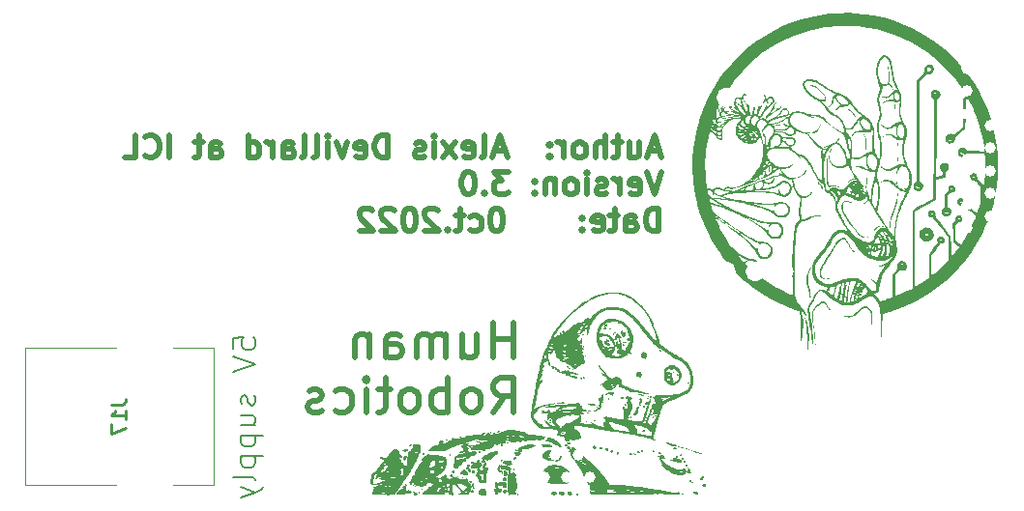
<source format=gbr>
%TF.GenerationSoftware,KiCad,Pcbnew,7.0.7-7.0.7~ubuntu22.04.1*%
%TF.CreationDate,2023-09-08T16:19:24+01:00*%
%TF.ProjectId,FSRray,46535272-6179-42e6-9b69-6361645f7063,rev?*%
%TF.SameCoordinates,Original*%
%TF.FileFunction,Legend,Bot*%
%TF.FilePolarity,Positive*%
%FSLAX46Y46*%
G04 Gerber Fmt 4.6, Leading zero omitted, Abs format (unit mm)*
G04 Created by KiCad (PCBNEW 7.0.7-7.0.7~ubuntu22.04.1) date 2023-09-08 16:19:24*
%MOMM*%
%LPD*%
G01*
G04 APERTURE LIST*
%ADD10C,0.203200*%
%ADD11C,0.500000*%
%ADD12C,0.254000*%
%ADD13C,0.100000*%
%ADD14C,3.200000*%
%ADD15C,1.000000*%
%ADD16R,1.700000X1.700000*%
%ADD17O,1.700000X1.700000*%
%ADD18C,1.431000*%
%ADD19C,3.450000*%
G04 APERTURE END LIST*
D10*
X142914671Y-107047618D02*
X142914671Y-106095237D01*
X142914671Y-106095237D02*
X143867052Y-105999999D01*
X143867052Y-105999999D02*
X143771813Y-106095237D01*
X143771813Y-106095237D02*
X143676575Y-106285713D01*
X143676575Y-106285713D02*
X143676575Y-106761904D01*
X143676575Y-106761904D02*
X143771813Y-106952380D01*
X143771813Y-106952380D02*
X143867052Y-107047618D01*
X143867052Y-107047618D02*
X144057528Y-107142856D01*
X144057528Y-107142856D02*
X144533718Y-107142856D01*
X144533718Y-107142856D02*
X144724194Y-107047618D01*
X144724194Y-107047618D02*
X144819433Y-106952380D01*
X144819433Y-106952380D02*
X144914671Y-106761904D01*
X144914671Y-106761904D02*
X144914671Y-106285713D01*
X144914671Y-106285713D02*
X144819433Y-106095237D01*
X144819433Y-106095237D02*
X144724194Y-105999999D01*
X142914671Y-107714285D02*
X144914671Y-108380951D01*
X144914671Y-108380951D02*
X142914671Y-109047618D01*
X144819433Y-111142857D02*
X144914671Y-111333333D01*
X144914671Y-111333333D02*
X144914671Y-111714285D01*
X144914671Y-111714285D02*
X144819433Y-111904762D01*
X144819433Y-111904762D02*
X144628956Y-112000000D01*
X144628956Y-112000000D02*
X144533718Y-112000000D01*
X144533718Y-112000000D02*
X144343242Y-111904762D01*
X144343242Y-111904762D02*
X144248004Y-111714285D01*
X144248004Y-111714285D02*
X144248004Y-111428571D01*
X144248004Y-111428571D02*
X144152766Y-111238095D01*
X144152766Y-111238095D02*
X143962290Y-111142857D01*
X143962290Y-111142857D02*
X143867052Y-111142857D01*
X143867052Y-111142857D02*
X143676575Y-111238095D01*
X143676575Y-111238095D02*
X143581337Y-111428571D01*
X143581337Y-111428571D02*
X143581337Y-111714285D01*
X143581337Y-111714285D02*
X143676575Y-111904762D01*
X143581337Y-113714286D02*
X144914671Y-113714286D01*
X143581337Y-112857143D02*
X144628956Y-112857143D01*
X144628956Y-112857143D02*
X144819433Y-112952381D01*
X144819433Y-112952381D02*
X144914671Y-113142857D01*
X144914671Y-113142857D02*
X144914671Y-113428572D01*
X144914671Y-113428572D02*
X144819433Y-113619048D01*
X144819433Y-113619048D02*
X144724194Y-113714286D01*
X143581337Y-114666667D02*
X145581337Y-114666667D01*
X143676575Y-114666667D02*
X143581337Y-114857143D01*
X143581337Y-114857143D02*
X143581337Y-115238096D01*
X143581337Y-115238096D02*
X143676575Y-115428572D01*
X143676575Y-115428572D02*
X143771813Y-115523810D01*
X143771813Y-115523810D02*
X143962290Y-115619048D01*
X143962290Y-115619048D02*
X144533718Y-115619048D01*
X144533718Y-115619048D02*
X144724194Y-115523810D01*
X144724194Y-115523810D02*
X144819433Y-115428572D01*
X144819433Y-115428572D02*
X144914671Y-115238096D01*
X144914671Y-115238096D02*
X144914671Y-114857143D01*
X144914671Y-114857143D02*
X144819433Y-114666667D01*
X143581337Y-116476191D02*
X145581337Y-116476191D01*
X143676575Y-116476191D02*
X143581337Y-116666667D01*
X143581337Y-116666667D02*
X143581337Y-117047620D01*
X143581337Y-117047620D02*
X143676575Y-117238096D01*
X143676575Y-117238096D02*
X143771813Y-117333334D01*
X143771813Y-117333334D02*
X143962290Y-117428572D01*
X143962290Y-117428572D02*
X144533718Y-117428572D01*
X144533718Y-117428572D02*
X144724194Y-117333334D01*
X144724194Y-117333334D02*
X144819433Y-117238096D01*
X144819433Y-117238096D02*
X144914671Y-117047620D01*
X144914671Y-117047620D02*
X144914671Y-116666667D01*
X144914671Y-116666667D02*
X144819433Y-116476191D01*
X144914671Y-118571429D02*
X144819433Y-118380953D01*
X144819433Y-118380953D02*
X144628956Y-118285715D01*
X144628956Y-118285715D02*
X142914671Y-118285715D01*
X143581337Y-119142858D02*
X144914671Y-119619048D01*
X143581337Y-120095239D02*
X144914671Y-119619048D01*
X144914671Y-119619048D02*
X145390861Y-119428572D01*
X145390861Y-119428572D02*
X145486099Y-119333334D01*
X145486099Y-119333334D02*
X145581337Y-119142858D01*
D11*
X167456767Y-107776857D02*
X167456767Y-104776857D01*
X167456767Y-106205428D02*
X165742481Y-106205428D01*
X165742481Y-107776857D02*
X165742481Y-104776857D01*
X163028196Y-105776857D02*
X163028196Y-107776857D01*
X164313910Y-105776857D02*
X164313910Y-107348285D01*
X164313910Y-107348285D02*
X164171053Y-107634000D01*
X164171053Y-107634000D02*
X163885338Y-107776857D01*
X163885338Y-107776857D02*
X163456767Y-107776857D01*
X163456767Y-107776857D02*
X163171053Y-107634000D01*
X163171053Y-107634000D02*
X163028196Y-107491142D01*
X161599624Y-107776857D02*
X161599624Y-105776857D01*
X161599624Y-106062571D02*
X161456767Y-105919714D01*
X161456767Y-105919714D02*
X161171052Y-105776857D01*
X161171052Y-105776857D02*
X160742481Y-105776857D01*
X160742481Y-105776857D02*
X160456767Y-105919714D01*
X160456767Y-105919714D02*
X160313910Y-106205428D01*
X160313910Y-106205428D02*
X160313910Y-107776857D01*
X160313910Y-106205428D02*
X160171052Y-105919714D01*
X160171052Y-105919714D02*
X159885338Y-105776857D01*
X159885338Y-105776857D02*
X159456767Y-105776857D01*
X159456767Y-105776857D02*
X159171052Y-105919714D01*
X159171052Y-105919714D02*
X159028195Y-106205428D01*
X159028195Y-106205428D02*
X159028195Y-107776857D01*
X156313910Y-107776857D02*
X156313910Y-106205428D01*
X156313910Y-106205428D02*
X156456767Y-105919714D01*
X156456767Y-105919714D02*
X156742481Y-105776857D01*
X156742481Y-105776857D02*
X157313910Y-105776857D01*
X157313910Y-105776857D02*
X157599624Y-105919714D01*
X156313910Y-107634000D02*
X156599624Y-107776857D01*
X156599624Y-107776857D02*
X157313910Y-107776857D01*
X157313910Y-107776857D02*
X157599624Y-107634000D01*
X157599624Y-107634000D02*
X157742481Y-107348285D01*
X157742481Y-107348285D02*
X157742481Y-107062571D01*
X157742481Y-107062571D02*
X157599624Y-106776857D01*
X157599624Y-106776857D02*
X157313910Y-106634000D01*
X157313910Y-106634000D02*
X156599624Y-106634000D01*
X156599624Y-106634000D02*
X156313910Y-106491142D01*
X154885338Y-105776857D02*
X154885338Y-107776857D01*
X154885338Y-106062571D02*
X154742481Y-105919714D01*
X154742481Y-105919714D02*
X154456766Y-105776857D01*
X154456766Y-105776857D02*
X154028195Y-105776857D01*
X154028195Y-105776857D02*
X153742481Y-105919714D01*
X153742481Y-105919714D02*
X153599624Y-106205428D01*
X153599624Y-106205428D02*
X153599624Y-107776857D01*
X165742481Y-112606857D02*
X166742481Y-111178285D01*
X167456767Y-112606857D02*
X167456767Y-109606857D01*
X167456767Y-109606857D02*
X166313910Y-109606857D01*
X166313910Y-109606857D02*
X166028195Y-109749714D01*
X166028195Y-109749714D02*
X165885338Y-109892571D01*
X165885338Y-109892571D02*
X165742481Y-110178285D01*
X165742481Y-110178285D02*
X165742481Y-110606857D01*
X165742481Y-110606857D02*
X165885338Y-110892571D01*
X165885338Y-110892571D02*
X166028195Y-111035428D01*
X166028195Y-111035428D02*
X166313910Y-111178285D01*
X166313910Y-111178285D02*
X167456767Y-111178285D01*
X164028195Y-112606857D02*
X164313910Y-112464000D01*
X164313910Y-112464000D02*
X164456767Y-112321142D01*
X164456767Y-112321142D02*
X164599624Y-112035428D01*
X164599624Y-112035428D02*
X164599624Y-111178285D01*
X164599624Y-111178285D02*
X164456767Y-110892571D01*
X164456767Y-110892571D02*
X164313910Y-110749714D01*
X164313910Y-110749714D02*
X164028195Y-110606857D01*
X164028195Y-110606857D02*
X163599624Y-110606857D01*
X163599624Y-110606857D02*
X163313910Y-110749714D01*
X163313910Y-110749714D02*
X163171053Y-110892571D01*
X163171053Y-110892571D02*
X163028195Y-111178285D01*
X163028195Y-111178285D02*
X163028195Y-112035428D01*
X163028195Y-112035428D02*
X163171053Y-112321142D01*
X163171053Y-112321142D02*
X163313910Y-112464000D01*
X163313910Y-112464000D02*
X163599624Y-112606857D01*
X163599624Y-112606857D02*
X164028195Y-112606857D01*
X161742481Y-112606857D02*
X161742481Y-109606857D01*
X161742481Y-110749714D02*
X161456767Y-110606857D01*
X161456767Y-110606857D02*
X160885338Y-110606857D01*
X160885338Y-110606857D02*
X160599624Y-110749714D01*
X160599624Y-110749714D02*
X160456767Y-110892571D01*
X160456767Y-110892571D02*
X160313909Y-111178285D01*
X160313909Y-111178285D02*
X160313909Y-112035428D01*
X160313909Y-112035428D02*
X160456767Y-112321142D01*
X160456767Y-112321142D02*
X160599624Y-112464000D01*
X160599624Y-112464000D02*
X160885338Y-112606857D01*
X160885338Y-112606857D02*
X161456767Y-112606857D01*
X161456767Y-112606857D02*
X161742481Y-112464000D01*
X158599623Y-112606857D02*
X158885338Y-112464000D01*
X158885338Y-112464000D02*
X159028195Y-112321142D01*
X159028195Y-112321142D02*
X159171052Y-112035428D01*
X159171052Y-112035428D02*
X159171052Y-111178285D01*
X159171052Y-111178285D02*
X159028195Y-110892571D01*
X159028195Y-110892571D02*
X158885338Y-110749714D01*
X158885338Y-110749714D02*
X158599623Y-110606857D01*
X158599623Y-110606857D02*
X158171052Y-110606857D01*
X158171052Y-110606857D02*
X157885338Y-110749714D01*
X157885338Y-110749714D02*
X157742481Y-110892571D01*
X157742481Y-110892571D02*
X157599623Y-111178285D01*
X157599623Y-111178285D02*
X157599623Y-112035428D01*
X157599623Y-112035428D02*
X157742481Y-112321142D01*
X157742481Y-112321142D02*
X157885338Y-112464000D01*
X157885338Y-112464000D02*
X158171052Y-112606857D01*
X158171052Y-112606857D02*
X158599623Y-112606857D01*
X156742480Y-110606857D02*
X155599623Y-110606857D01*
X156313909Y-109606857D02*
X156313909Y-112178285D01*
X156313909Y-112178285D02*
X156171052Y-112464000D01*
X156171052Y-112464000D02*
X155885337Y-112606857D01*
X155885337Y-112606857D02*
X155599623Y-112606857D01*
X154599623Y-112606857D02*
X154599623Y-110606857D01*
X154599623Y-109606857D02*
X154742480Y-109749714D01*
X154742480Y-109749714D02*
X154599623Y-109892571D01*
X154599623Y-109892571D02*
X154456766Y-109749714D01*
X154456766Y-109749714D02*
X154599623Y-109606857D01*
X154599623Y-109606857D02*
X154599623Y-109892571D01*
X151885338Y-112464000D02*
X152171052Y-112606857D01*
X152171052Y-112606857D02*
X152742480Y-112606857D01*
X152742480Y-112606857D02*
X153028195Y-112464000D01*
X153028195Y-112464000D02*
X153171052Y-112321142D01*
X153171052Y-112321142D02*
X153313909Y-112035428D01*
X153313909Y-112035428D02*
X153313909Y-111178285D01*
X153313909Y-111178285D02*
X153171052Y-110892571D01*
X153171052Y-110892571D02*
X153028195Y-110749714D01*
X153028195Y-110749714D02*
X152742480Y-110606857D01*
X152742480Y-110606857D02*
X152171052Y-110606857D01*
X152171052Y-110606857D02*
X151885338Y-110749714D01*
X150742480Y-112464000D02*
X150456766Y-112606857D01*
X150456766Y-112606857D02*
X149885337Y-112606857D01*
X149885337Y-112606857D02*
X149599623Y-112464000D01*
X149599623Y-112464000D02*
X149456766Y-112178285D01*
X149456766Y-112178285D02*
X149456766Y-112035428D01*
X149456766Y-112035428D02*
X149599623Y-111749714D01*
X149599623Y-111749714D02*
X149885337Y-111606857D01*
X149885337Y-111606857D02*
X150313909Y-111606857D01*
X150313909Y-111606857D02*
X150599623Y-111464000D01*
X150599623Y-111464000D02*
X150742480Y-111178285D01*
X150742480Y-111178285D02*
X150742480Y-111035428D01*
X150742480Y-111035428D02*
X150599623Y-110749714D01*
X150599623Y-110749714D02*
X150313909Y-110606857D01*
X150313909Y-110606857D02*
X149885337Y-110606857D01*
X149885337Y-110606857D02*
X149599623Y-110749714D01*
X180290100Y-89717809D02*
X179337719Y-89717809D01*
X180480576Y-90289238D02*
X179813910Y-88289238D01*
X179813910Y-88289238D02*
X179147243Y-90289238D01*
X177623433Y-88955904D02*
X177623433Y-90289238D01*
X178480576Y-88955904D02*
X178480576Y-90003523D01*
X178480576Y-90003523D02*
X178385338Y-90194000D01*
X178385338Y-90194000D02*
X178194862Y-90289238D01*
X178194862Y-90289238D02*
X177909147Y-90289238D01*
X177909147Y-90289238D02*
X177718671Y-90194000D01*
X177718671Y-90194000D02*
X177623433Y-90098761D01*
X176956766Y-88955904D02*
X176194862Y-88955904D01*
X176671052Y-88289238D02*
X176671052Y-90003523D01*
X176671052Y-90003523D02*
X176575814Y-90194000D01*
X176575814Y-90194000D02*
X176385338Y-90289238D01*
X176385338Y-90289238D02*
X176194862Y-90289238D01*
X175528195Y-90289238D02*
X175528195Y-88289238D01*
X174671052Y-90289238D02*
X174671052Y-89241619D01*
X174671052Y-89241619D02*
X174766290Y-89051142D01*
X174766290Y-89051142D02*
X174956766Y-88955904D01*
X174956766Y-88955904D02*
X175242481Y-88955904D01*
X175242481Y-88955904D02*
X175432957Y-89051142D01*
X175432957Y-89051142D02*
X175528195Y-89146380D01*
X173432957Y-90289238D02*
X173623433Y-90194000D01*
X173623433Y-90194000D02*
X173718671Y-90098761D01*
X173718671Y-90098761D02*
X173813909Y-89908285D01*
X173813909Y-89908285D02*
X173813909Y-89336857D01*
X173813909Y-89336857D02*
X173718671Y-89146380D01*
X173718671Y-89146380D02*
X173623433Y-89051142D01*
X173623433Y-89051142D02*
X173432957Y-88955904D01*
X173432957Y-88955904D02*
X173147242Y-88955904D01*
X173147242Y-88955904D02*
X172956766Y-89051142D01*
X172956766Y-89051142D02*
X172861528Y-89146380D01*
X172861528Y-89146380D02*
X172766290Y-89336857D01*
X172766290Y-89336857D02*
X172766290Y-89908285D01*
X172766290Y-89908285D02*
X172861528Y-90098761D01*
X172861528Y-90098761D02*
X172956766Y-90194000D01*
X172956766Y-90194000D02*
X173147242Y-90289238D01*
X173147242Y-90289238D02*
X173432957Y-90289238D01*
X171909147Y-90289238D02*
X171909147Y-88955904D01*
X171909147Y-89336857D02*
X171813909Y-89146380D01*
X171813909Y-89146380D02*
X171718671Y-89051142D01*
X171718671Y-89051142D02*
X171528195Y-88955904D01*
X171528195Y-88955904D02*
X171337718Y-88955904D01*
X170671052Y-90098761D02*
X170575814Y-90194000D01*
X170575814Y-90194000D02*
X170671052Y-90289238D01*
X170671052Y-90289238D02*
X170766290Y-90194000D01*
X170766290Y-90194000D02*
X170671052Y-90098761D01*
X170671052Y-90098761D02*
X170671052Y-90289238D01*
X170671052Y-89051142D02*
X170575814Y-89146380D01*
X170575814Y-89146380D02*
X170671052Y-89241619D01*
X170671052Y-89241619D02*
X170766290Y-89146380D01*
X170766290Y-89146380D02*
X170671052Y-89051142D01*
X170671052Y-89051142D02*
X170671052Y-89241619D01*
X166766289Y-89717809D02*
X165813908Y-89717809D01*
X166956765Y-90289238D02*
X166290099Y-88289238D01*
X166290099Y-88289238D02*
X165623432Y-90289238D01*
X164671051Y-90289238D02*
X164861527Y-90194000D01*
X164861527Y-90194000D02*
X164956765Y-90003523D01*
X164956765Y-90003523D02*
X164956765Y-88289238D01*
X163147241Y-90194000D02*
X163337717Y-90289238D01*
X163337717Y-90289238D02*
X163718670Y-90289238D01*
X163718670Y-90289238D02*
X163909146Y-90194000D01*
X163909146Y-90194000D02*
X164004384Y-90003523D01*
X164004384Y-90003523D02*
X164004384Y-89241619D01*
X164004384Y-89241619D02*
X163909146Y-89051142D01*
X163909146Y-89051142D02*
X163718670Y-88955904D01*
X163718670Y-88955904D02*
X163337717Y-88955904D01*
X163337717Y-88955904D02*
X163147241Y-89051142D01*
X163147241Y-89051142D02*
X163052003Y-89241619D01*
X163052003Y-89241619D02*
X163052003Y-89432095D01*
X163052003Y-89432095D02*
X164004384Y-89622571D01*
X162385336Y-90289238D02*
X161337717Y-88955904D01*
X162385336Y-88955904D02*
X161337717Y-90289238D01*
X160575812Y-90289238D02*
X160575812Y-88955904D01*
X160575812Y-88289238D02*
X160671050Y-88384476D01*
X160671050Y-88384476D02*
X160575812Y-88479714D01*
X160575812Y-88479714D02*
X160480574Y-88384476D01*
X160480574Y-88384476D02*
X160575812Y-88289238D01*
X160575812Y-88289238D02*
X160575812Y-88479714D01*
X159718669Y-90194000D02*
X159528193Y-90289238D01*
X159528193Y-90289238D02*
X159147241Y-90289238D01*
X159147241Y-90289238D02*
X158956764Y-90194000D01*
X158956764Y-90194000D02*
X158861526Y-90003523D01*
X158861526Y-90003523D02*
X158861526Y-89908285D01*
X158861526Y-89908285D02*
X158956764Y-89717809D01*
X158956764Y-89717809D02*
X159147241Y-89622571D01*
X159147241Y-89622571D02*
X159432955Y-89622571D01*
X159432955Y-89622571D02*
X159623431Y-89527333D01*
X159623431Y-89527333D02*
X159718669Y-89336857D01*
X159718669Y-89336857D02*
X159718669Y-89241619D01*
X159718669Y-89241619D02*
X159623431Y-89051142D01*
X159623431Y-89051142D02*
X159432955Y-88955904D01*
X159432955Y-88955904D02*
X159147241Y-88955904D01*
X159147241Y-88955904D02*
X158956764Y-89051142D01*
X156480573Y-90289238D02*
X156480573Y-88289238D01*
X156480573Y-88289238D02*
X156004383Y-88289238D01*
X156004383Y-88289238D02*
X155718668Y-88384476D01*
X155718668Y-88384476D02*
X155528192Y-88574952D01*
X155528192Y-88574952D02*
X155432954Y-88765428D01*
X155432954Y-88765428D02*
X155337716Y-89146380D01*
X155337716Y-89146380D02*
X155337716Y-89432095D01*
X155337716Y-89432095D02*
X155432954Y-89813047D01*
X155432954Y-89813047D02*
X155528192Y-90003523D01*
X155528192Y-90003523D02*
X155718668Y-90194000D01*
X155718668Y-90194000D02*
X156004383Y-90289238D01*
X156004383Y-90289238D02*
X156480573Y-90289238D01*
X153718668Y-90194000D02*
X153909144Y-90289238D01*
X153909144Y-90289238D02*
X154290097Y-90289238D01*
X154290097Y-90289238D02*
X154480573Y-90194000D01*
X154480573Y-90194000D02*
X154575811Y-90003523D01*
X154575811Y-90003523D02*
X154575811Y-89241619D01*
X154575811Y-89241619D02*
X154480573Y-89051142D01*
X154480573Y-89051142D02*
X154290097Y-88955904D01*
X154290097Y-88955904D02*
X153909144Y-88955904D01*
X153909144Y-88955904D02*
X153718668Y-89051142D01*
X153718668Y-89051142D02*
X153623430Y-89241619D01*
X153623430Y-89241619D02*
X153623430Y-89432095D01*
X153623430Y-89432095D02*
X154575811Y-89622571D01*
X152956763Y-88955904D02*
X152480573Y-90289238D01*
X152480573Y-90289238D02*
X152004382Y-88955904D01*
X151242477Y-90289238D02*
X151242477Y-88955904D01*
X151242477Y-88289238D02*
X151337715Y-88384476D01*
X151337715Y-88384476D02*
X151242477Y-88479714D01*
X151242477Y-88479714D02*
X151147239Y-88384476D01*
X151147239Y-88384476D02*
X151242477Y-88289238D01*
X151242477Y-88289238D02*
X151242477Y-88479714D01*
X150004382Y-90289238D02*
X150194858Y-90194000D01*
X150194858Y-90194000D02*
X150290096Y-90003523D01*
X150290096Y-90003523D02*
X150290096Y-88289238D01*
X148956763Y-90289238D02*
X149147239Y-90194000D01*
X149147239Y-90194000D02*
X149242477Y-90003523D01*
X149242477Y-90003523D02*
X149242477Y-88289238D01*
X147337715Y-90289238D02*
X147337715Y-89241619D01*
X147337715Y-89241619D02*
X147432953Y-89051142D01*
X147432953Y-89051142D02*
X147623429Y-88955904D01*
X147623429Y-88955904D02*
X148004382Y-88955904D01*
X148004382Y-88955904D02*
X148194858Y-89051142D01*
X147337715Y-90194000D02*
X147528191Y-90289238D01*
X147528191Y-90289238D02*
X148004382Y-90289238D01*
X148004382Y-90289238D02*
X148194858Y-90194000D01*
X148194858Y-90194000D02*
X148290096Y-90003523D01*
X148290096Y-90003523D02*
X148290096Y-89813047D01*
X148290096Y-89813047D02*
X148194858Y-89622571D01*
X148194858Y-89622571D02*
X148004382Y-89527333D01*
X148004382Y-89527333D02*
X147528191Y-89527333D01*
X147528191Y-89527333D02*
X147337715Y-89432095D01*
X146385334Y-90289238D02*
X146385334Y-88955904D01*
X146385334Y-89336857D02*
X146290096Y-89146380D01*
X146290096Y-89146380D02*
X146194858Y-89051142D01*
X146194858Y-89051142D02*
X146004382Y-88955904D01*
X146004382Y-88955904D02*
X145813905Y-88955904D01*
X144290096Y-90289238D02*
X144290096Y-88289238D01*
X144290096Y-90194000D02*
X144480572Y-90289238D01*
X144480572Y-90289238D02*
X144861525Y-90289238D01*
X144861525Y-90289238D02*
X145052001Y-90194000D01*
X145052001Y-90194000D02*
X145147239Y-90098761D01*
X145147239Y-90098761D02*
X145242477Y-89908285D01*
X145242477Y-89908285D02*
X145242477Y-89336857D01*
X145242477Y-89336857D02*
X145147239Y-89146380D01*
X145147239Y-89146380D02*
X145052001Y-89051142D01*
X145052001Y-89051142D02*
X144861525Y-88955904D01*
X144861525Y-88955904D02*
X144480572Y-88955904D01*
X144480572Y-88955904D02*
X144290096Y-89051142D01*
X140956762Y-90289238D02*
X140956762Y-89241619D01*
X140956762Y-89241619D02*
X141052000Y-89051142D01*
X141052000Y-89051142D02*
X141242476Y-88955904D01*
X141242476Y-88955904D02*
X141623429Y-88955904D01*
X141623429Y-88955904D02*
X141813905Y-89051142D01*
X140956762Y-90194000D02*
X141147238Y-90289238D01*
X141147238Y-90289238D02*
X141623429Y-90289238D01*
X141623429Y-90289238D02*
X141813905Y-90194000D01*
X141813905Y-90194000D02*
X141909143Y-90003523D01*
X141909143Y-90003523D02*
X141909143Y-89813047D01*
X141909143Y-89813047D02*
X141813905Y-89622571D01*
X141813905Y-89622571D02*
X141623429Y-89527333D01*
X141623429Y-89527333D02*
X141147238Y-89527333D01*
X141147238Y-89527333D02*
X140956762Y-89432095D01*
X140290095Y-88955904D02*
X139528191Y-88955904D01*
X140004381Y-88289238D02*
X140004381Y-90003523D01*
X140004381Y-90003523D02*
X139909143Y-90194000D01*
X139909143Y-90194000D02*
X139718667Y-90289238D01*
X139718667Y-90289238D02*
X139528191Y-90289238D01*
X137337714Y-90289238D02*
X137337714Y-88289238D01*
X135242476Y-90098761D02*
X135337714Y-90194000D01*
X135337714Y-90194000D02*
X135623428Y-90289238D01*
X135623428Y-90289238D02*
X135813904Y-90289238D01*
X135813904Y-90289238D02*
X136099619Y-90194000D01*
X136099619Y-90194000D02*
X136290095Y-90003523D01*
X136290095Y-90003523D02*
X136385333Y-89813047D01*
X136385333Y-89813047D02*
X136480571Y-89432095D01*
X136480571Y-89432095D02*
X136480571Y-89146380D01*
X136480571Y-89146380D02*
X136385333Y-88765428D01*
X136385333Y-88765428D02*
X136290095Y-88574952D01*
X136290095Y-88574952D02*
X136099619Y-88384476D01*
X136099619Y-88384476D02*
X135813904Y-88289238D01*
X135813904Y-88289238D02*
X135623428Y-88289238D01*
X135623428Y-88289238D02*
X135337714Y-88384476D01*
X135337714Y-88384476D02*
X135242476Y-88479714D01*
X133432952Y-90289238D02*
X134385333Y-90289238D01*
X134385333Y-90289238D02*
X134385333Y-88289238D01*
X180480576Y-91509238D02*
X179813910Y-93509238D01*
X179813910Y-93509238D02*
X179147243Y-91509238D01*
X177718671Y-93414000D02*
X177909147Y-93509238D01*
X177909147Y-93509238D02*
X178290100Y-93509238D01*
X178290100Y-93509238D02*
X178480576Y-93414000D01*
X178480576Y-93414000D02*
X178575814Y-93223523D01*
X178575814Y-93223523D02*
X178575814Y-92461619D01*
X178575814Y-92461619D02*
X178480576Y-92271142D01*
X178480576Y-92271142D02*
X178290100Y-92175904D01*
X178290100Y-92175904D02*
X177909147Y-92175904D01*
X177909147Y-92175904D02*
X177718671Y-92271142D01*
X177718671Y-92271142D02*
X177623433Y-92461619D01*
X177623433Y-92461619D02*
X177623433Y-92652095D01*
X177623433Y-92652095D02*
X178575814Y-92842571D01*
X176766290Y-93509238D02*
X176766290Y-92175904D01*
X176766290Y-92556857D02*
X176671052Y-92366380D01*
X176671052Y-92366380D02*
X176575814Y-92271142D01*
X176575814Y-92271142D02*
X176385338Y-92175904D01*
X176385338Y-92175904D02*
X176194861Y-92175904D01*
X175623433Y-93414000D02*
X175432957Y-93509238D01*
X175432957Y-93509238D02*
X175052005Y-93509238D01*
X175052005Y-93509238D02*
X174861528Y-93414000D01*
X174861528Y-93414000D02*
X174766290Y-93223523D01*
X174766290Y-93223523D02*
X174766290Y-93128285D01*
X174766290Y-93128285D02*
X174861528Y-92937809D01*
X174861528Y-92937809D02*
X175052005Y-92842571D01*
X175052005Y-92842571D02*
X175337719Y-92842571D01*
X175337719Y-92842571D02*
X175528195Y-92747333D01*
X175528195Y-92747333D02*
X175623433Y-92556857D01*
X175623433Y-92556857D02*
X175623433Y-92461619D01*
X175623433Y-92461619D02*
X175528195Y-92271142D01*
X175528195Y-92271142D02*
X175337719Y-92175904D01*
X175337719Y-92175904D02*
X175052005Y-92175904D01*
X175052005Y-92175904D02*
X174861528Y-92271142D01*
X173909147Y-93509238D02*
X173909147Y-92175904D01*
X173909147Y-91509238D02*
X174004385Y-91604476D01*
X174004385Y-91604476D02*
X173909147Y-91699714D01*
X173909147Y-91699714D02*
X173813909Y-91604476D01*
X173813909Y-91604476D02*
X173909147Y-91509238D01*
X173909147Y-91509238D02*
X173909147Y-91699714D01*
X172671052Y-93509238D02*
X172861528Y-93414000D01*
X172861528Y-93414000D02*
X172956766Y-93318761D01*
X172956766Y-93318761D02*
X173052004Y-93128285D01*
X173052004Y-93128285D02*
X173052004Y-92556857D01*
X173052004Y-92556857D02*
X172956766Y-92366380D01*
X172956766Y-92366380D02*
X172861528Y-92271142D01*
X172861528Y-92271142D02*
X172671052Y-92175904D01*
X172671052Y-92175904D02*
X172385337Y-92175904D01*
X172385337Y-92175904D02*
X172194861Y-92271142D01*
X172194861Y-92271142D02*
X172099623Y-92366380D01*
X172099623Y-92366380D02*
X172004385Y-92556857D01*
X172004385Y-92556857D02*
X172004385Y-93128285D01*
X172004385Y-93128285D02*
X172099623Y-93318761D01*
X172099623Y-93318761D02*
X172194861Y-93414000D01*
X172194861Y-93414000D02*
X172385337Y-93509238D01*
X172385337Y-93509238D02*
X172671052Y-93509238D01*
X171147242Y-92175904D02*
X171147242Y-93509238D01*
X171147242Y-92366380D02*
X171052004Y-92271142D01*
X171052004Y-92271142D02*
X170861528Y-92175904D01*
X170861528Y-92175904D02*
X170575813Y-92175904D01*
X170575813Y-92175904D02*
X170385337Y-92271142D01*
X170385337Y-92271142D02*
X170290099Y-92461619D01*
X170290099Y-92461619D02*
X170290099Y-93509238D01*
X169337718Y-93318761D02*
X169242480Y-93414000D01*
X169242480Y-93414000D02*
X169337718Y-93509238D01*
X169337718Y-93509238D02*
X169432956Y-93414000D01*
X169432956Y-93414000D02*
X169337718Y-93318761D01*
X169337718Y-93318761D02*
X169337718Y-93509238D01*
X169337718Y-92271142D02*
X169242480Y-92366380D01*
X169242480Y-92366380D02*
X169337718Y-92461619D01*
X169337718Y-92461619D02*
X169432956Y-92366380D01*
X169432956Y-92366380D02*
X169337718Y-92271142D01*
X169337718Y-92271142D02*
X169337718Y-92461619D01*
X167052003Y-91509238D02*
X165813908Y-91509238D01*
X165813908Y-91509238D02*
X166480575Y-92271142D01*
X166480575Y-92271142D02*
X166194860Y-92271142D01*
X166194860Y-92271142D02*
X166004384Y-92366380D01*
X166004384Y-92366380D02*
X165909146Y-92461619D01*
X165909146Y-92461619D02*
X165813908Y-92652095D01*
X165813908Y-92652095D02*
X165813908Y-93128285D01*
X165813908Y-93128285D02*
X165909146Y-93318761D01*
X165909146Y-93318761D02*
X166004384Y-93414000D01*
X166004384Y-93414000D02*
X166194860Y-93509238D01*
X166194860Y-93509238D02*
X166766289Y-93509238D01*
X166766289Y-93509238D02*
X166956765Y-93414000D01*
X166956765Y-93414000D02*
X167052003Y-93318761D01*
X164956765Y-93318761D02*
X164861527Y-93414000D01*
X164861527Y-93414000D02*
X164956765Y-93509238D01*
X164956765Y-93509238D02*
X165052003Y-93414000D01*
X165052003Y-93414000D02*
X164956765Y-93318761D01*
X164956765Y-93318761D02*
X164956765Y-93509238D01*
X163623432Y-91509238D02*
X163432955Y-91509238D01*
X163432955Y-91509238D02*
X163242479Y-91604476D01*
X163242479Y-91604476D02*
X163147241Y-91699714D01*
X163147241Y-91699714D02*
X163052003Y-91890190D01*
X163052003Y-91890190D02*
X162956765Y-92271142D01*
X162956765Y-92271142D02*
X162956765Y-92747333D01*
X162956765Y-92747333D02*
X163052003Y-93128285D01*
X163052003Y-93128285D02*
X163147241Y-93318761D01*
X163147241Y-93318761D02*
X163242479Y-93414000D01*
X163242479Y-93414000D02*
X163432955Y-93509238D01*
X163432955Y-93509238D02*
X163623432Y-93509238D01*
X163623432Y-93509238D02*
X163813908Y-93414000D01*
X163813908Y-93414000D02*
X163909146Y-93318761D01*
X163909146Y-93318761D02*
X164004384Y-93128285D01*
X164004384Y-93128285D02*
X164099622Y-92747333D01*
X164099622Y-92747333D02*
X164099622Y-92271142D01*
X164099622Y-92271142D02*
X164004384Y-91890190D01*
X164004384Y-91890190D02*
X163909146Y-91699714D01*
X163909146Y-91699714D02*
X163813908Y-91604476D01*
X163813908Y-91604476D02*
X163623432Y-91509238D01*
X180194862Y-96729238D02*
X180194862Y-94729238D01*
X180194862Y-94729238D02*
X179718672Y-94729238D01*
X179718672Y-94729238D02*
X179432957Y-94824476D01*
X179432957Y-94824476D02*
X179242481Y-95014952D01*
X179242481Y-95014952D02*
X179147243Y-95205428D01*
X179147243Y-95205428D02*
X179052005Y-95586380D01*
X179052005Y-95586380D02*
X179052005Y-95872095D01*
X179052005Y-95872095D02*
X179147243Y-96253047D01*
X179147243Y-96253047D02*
X179242481Y-96443523D01*
X179242481Y-96443523D02*
X179432957Y-96634000D01*
X179432957Y-96634000D02*
X179718672Y-96729238D01*
X179718672Y-96729238D02*
X180194862Y-96729238D01*
X177337719Y-96729238D02*
X177337719Y-95681619D01*
X177337719Y-95681619D02*
X177432957Y-95491142D01*
X177432957Y-95491142D02*
X177623433Y-95395904D01*
X177623433Y-95395904D02*
X178004386Y-95395904D01*
X178004386Y-95395904D02*
X178194862Y-95491142D01*
X177337719Y-96634000D02*
X177528195Y-96729238D01*
X177528195Y-96729238D02*
X178004386Y-96729238D01*
X178004386Y-96729238D02*
X178194862Y-96634000D01*
X178194862Y-96634000D02*
X178290100Y-96443523D01*
X178290100Y-96443523D02*
X178290100Y-96253047D01*
X178290100Y-96253047D02*
X178194862Y-96062571D01*
X178194862Y-96062571D02*
X178004386Y-95967333D01*
X178004386Y-95967333D02*
X177528195Y-95967333D01*
X177528195Y-95967333D02*
X177337719Y-95872095D01*
X176671052Y-95395904D02*
X175909148Y-95395904D01*
X176385338Y-94729238D02*
X176385338Y-96443523D01*
X176385338Y-96443523D02*
X176290100Y-96634000D01*
X176290100Y-96634000D02*
X176099624Y-96729238D01*
X176099624Y-96729238D02*
X175909148Y-96729238D01*
X174480576Y-96634000D02*
X174671052Y-96729238D01*
X174671052Y-96729238D02*
X175052005Y-96729238D01*
X175052005Y-96729238D02*
X175242481Y-96634000D01*
X175242481Y-96634000D02*
X175337719Y-96443523D01*
X175337719Y-96443523D02*
X175337719Y-95681619D01*
X175337719Y-95681619D02*
X175242481Y-95491142D01*
X175242481Y-95491142D02*
X175052005Y-95395904D01*
X175052005Y-95395904D02*
X174671052Y-95395904D01*
X174671052Y-95395904D02*
X174480576Y-95491142D01*
X174480576Y-95491142D02*
X174385338Y-95681619D01*
X174385338Y-95681619D02*
X174385338Y-95872095D01*
X174385338Y-95872095D02*
X175337719Y-96062571D01*
X173528195Y-96538761D02*
X173432957Y-96634000D01*
X173432957Y-96634000D02*
X173528195Y-96729238D01*
X173528195Y-96729238D02*
X173623433Y-96634000D01*
X173623433Y-96634000D02*
X173528195Y-96538761D01*
X173528195Y-96538761D02*
X173528195Y-96729238D01*
X173528195Y-95491142D02*
X173432957Y-95586380D01*
X173432957Y-95586380D02*
X173528195Y-95681619D01*
X173528195Y-95681619D02*
X173623433Y-95586380D01*
X173623433Y-95586380D02*
X173528195Y-95491142D01*
X173528195Y-95491142D02*
X173528195Y-95681619D01*
X166099622Y-94729238D02*
X165909145Y-94729238D01*
X165909145Y-94729238D02*
X165718669Y-94824476D01*
X165718669Y-94824476D02*
X165623431Y-94919714D01*
X165623431Y-94919714D02*
X165528193Y-95110190D01*
X165528193Y-95110190D02*
X165432955Y-95491142D01*
X165432955Y-95491142D02*
X165432955Y-95967333D01*
X165432955Y-95967333D02*
X165528193Y-96348285D01*
X165528193Y-96348285D02*
X165623431Y-96538761D01*
X165623431Y-96538761D02*
X165718669Y-96634000D01*
X165718669Y-96634000D02*
X165909145Y-96729238D01*
X165909145Y-96729238D02*
X166099622Y-96729238D01*
X166099622Y-96729238D02*
X166290098Y-96634000D01*
X166290098Y-96634000D02*
X166385336Y-96538761D01*
X166385336Y-96538761D02*
X166480574Y-96348285D01*
X166480574Y-96348285D02*
X166575812Y-95967333D01*
X166575812Y-95967333D02*
X166575812Y-95491142D01*
X166575812Y-95491142D02*
X166480574Y-95110190D01*
X166480574Y-95110190D02*
X166385336Y-94919714D01*
X166385336Y-94919714D02*
X166290098Y-94824476D01*
X166290098Y-94824476D02*
X166099622Y-94729238D01*
X163718669Y-96634000D02*
X163909145Y-96729238D01*
X163909145Y-96729238D02*
X164290098Y-96729238D01*
X164290098Y-96729238D02*
X164480574Y-96634000D01*
X164480574Y-96634000D02*
X164575812Y-96538761D01*
X164575812Y-96538761D02*
X164671050Y-96348285D01*
X164671050Y-96348285D02*
X164671050Y-95776857D01*
X164671050Y-95776857D02*
X164575812Y-95586380D01*
X164575812Y-95586380D02*
X164480574Y-95491142D01*
X164480574Y-95491142D02*
X164290098Y-95395904D01*
X164290098Y-95395904D02*
X163909145Y-95395904D01*
X163909145Y-95395904D02*
X163718669Y-95491142D01*
X163147240Y-95395904D02*
X162385336Y-95395904D01*
X162861526Y-94729238D02*
X162861526Y-96443523D01*
X162861526Y-96443523D02*
X162766288Y-96634000D01*
X162766288Y-96634000D02*
X162575812Y-96729238D01*
X162575812Y-96729238D02*
X162385336Y-96729238D01*
X161718669Y-96538761D02*
X161623431Y-96634000D01*
X161623431Y-96634000D02*
X161718669Y-96729238D01*
X161718669Y-96729238D02*
X161813907Y-96634000D01*
X161813907Y-96634000D02*
X161718669Y-96538761D01*
X161718669Y-96538761D02*
X161718669Y-96729238D01*
X160861526Y-94919714D02*
X160766288Y-94824476D01*
X160766288Y-94824476D02*
X160575812Y-94729238D01*
X160575812Y-94729238D02*
X160099621Y-94729238D01*
X160099621Y-94729238D02*
X159909145Y-94824476D01*
X159909145Y-94824476D02*
X159813907Y-94919714D01*
X159813907Y-94919714D02*
X159718669Y-95110190D01*
X159718669Y-95110190D02*
X159718669Y-95300666D01*
X159718669Y-95300666D02*
X159813907Y-95586380D01*
X159813907Y-95586380D02*
X160956764Y-96729238D01*
X160956764Y-96729238D02*
X159718669Y-96729238D01*
X158480574Y-94729238D02*
X158290097Y-94729238D01*
X158290097Y-94729238D02*
X158099621Y-94824476D01*
X158099621Y-94824476D02*
X158004383Y-94919714D01*
X158004383Y-94919714D02*
X157909145Y-95110190D01*
X157909145Y-95110190D02*
X157813907Y-95491142D01*
X157813907Y-95491142D02*
X157813907Y-95967333D01*
X157813907Y-95967333D02*
X157909145Y-96348285D01*
X157909145Y-96348285D02*
X158004383Y-96538761D01*
X158004383Y-96538761D02*
X158099621Y-96634000D01*
X158099621Y-96634000D02*
X158290097Y-96729238D01*
X158290097Y-96729238D02*
X158480574Y-96729238D01*
X158480574Y-96729238D02*
X158671050Y-96634000D01*
X158671050Y-96634000D02*
X158766288Y-96538761D01*
X158766288Y-96538761D02*
X158861526Y-96348285D01*
X158861526Y-96348285D02*
X158956764Y-95967333D01*
X158956764Y-95967333D02*
X158956764Y-95491142D01*
X158956764Y-95491142D02*
X158861526Y-95110190D01*
X158861526Y-95110190D02*
X158766288Y-94919714D01*
X158766288Y-94919714D02*
X158671050Y-94824476D01*
X158671050Y-94824476D02*
X158480574Y-94729238D01*
X157052002Y-94919714D02*
X156956764Y-94824476D01*
X156956764Y-94824476D02*
X156766288Y-94729238D01*
X156766288Y-94729238D02*
X156290097Y-94729238D01*
X156290097Y-94729238D02*
X156099621Y-94824476D01*
X156099621Y-94824476D02*
X156004383Y-94919714D01*
X156004383Y-94919714D02*
X155909145Y-95110190D01*
X155909145Y-95110190D02*
X155909145Y-95300666D01*
X155909145Y-95300666D02*
X156004383Y-95586380D01*
X156004383Y-95586380D02*
X157147240Y-96729238D01*
X157147240Y-96729238D02*
X155909145Y-96729238D01*
X155147240Y-94919714D02*
X155052002Y-94824476D01*
X155052002Y-94824476D02*
X154861526Y-94729238D01*
X154861526Y-94729238D02*
X154385335Y-94729238D01*
X154385335Y-94729238D02*
X154194859Y-94824476D01*
X154194859Y-94824476D02*
X154099621Y-94919714D01*
X154099621Y-94919714D02*
X154004383Y-95110190D01*
X154004383Y-95110190D02*
X154004383Y-95300666D01*
X154004383Y-95300666D02*
X154099621Y-95586380D01*
X154099621Y-95586380D02*
X155242478Y-96729238D01*
X155242478Y-96729238D02*
X154004383Y-96729238D01*
D12*
X132274318Y-111951905D02*
X133181461Y-111951905D01*
X133181461Y-111951905D02*
X133362889Y-111891428D01*
X133362889Y-111891428D02*
X133483842Y-111770476D01*
X133483842Y-111770476D02*
X133544318Y-111589047D01*
X133544318Y-111589047D02*
X133544318Y-111468095D01*
X133544318Y-113221905D02*
X133544318Y-112496190D01*
X133544318Y-112859047D02*
X132274318Y-112859047D01*
X132274318Y-112859047D02*
X132455746Y-112738095D01*
X132455746Y-112738095D02*
X132576699Y-112617143D01*
X132576699Y-112617143D02*
X132637175Y-112496190D01*
X132274318Y-113645238D02*
X132274318Y-114491905D01*
X132274318Y-114491905D02*
X133544318Y-113947619D01*
%TO.C,G\u002A\u002A\u002A*%
G36*
X178609952Y-111893620D02*
G01*
X178631162Y-111918356D01*
X178628995Y-111957556D01*
X178602332Y-112001680D01*
X178564272Y-112030680D01*
X178532923Y-112026896D01*
X178512685Y-111989257D01*
X178512099Y-111942620D01*
X178538747Y-111904140D01*
X178589213Y-111889635D01*
X178609952Y-111893620D01*
G37*
G36*
X172435938Y-108679947D02*
G01*
X172458104Y-108704444D01*
X172456313Y-108743573D01*
X172429351Y-108788098D01*
X172395451Y-108815502D01*
X172364264Y-108815548D01*
X172344436Y-108782054D01*
X172344192Y-108730623D01*
X172369594Y-108691340D01*
X172414648Y-108676054D01*
X172435938Y-108679947D01*
G37*
G36*
X183576324Y-117950725D02*
G01*
X183587455Y-117969371D01*
X183568551Y-117991745D01*
X183530999Y-118004495D01*
X183473981Y-118005492D01*
X183426044Y-117990702D01*
X183418582Y-117985484D01*
X183409385Y-117967215D01*
X183434256Y-117952652D01*
X183494288Y-117941002D01*
X183541431Y-117940094D01*
X183576324Y-117950725D01*
G37*
G36*
X179765168Y-112982809D02*
G01*
X179800130Y-112998132D01*
X179803262Y-113029001D01*
X179774699Y-113076622D01*
X179766216Y-113086850D01*
X179730140Y-113115448D01*
X179703425Y-113110412D01*
X179688563Y-113071881D01*
X179693411Y-113026421D01*
X179721185Y-112991743D01*
X179764108Y-112982648D01*
X179765168Y-112982809D01*
G37*
G36*
X176453853Y-105564846D02*
G01*
X176483386Y-105598259D01*
X176487082Y-105643076D01*
X176460846Y-105688740D01*
X176423790Y-105706426D01*
X176377004Y-105701325D01*
X176340485Y-105673357D01*
X176329603Y-105649922D01*
X176331258Y-105603505D01*
X176359544Y-105567638D01*
X176408291Y-105553252D01*
X176453853Y-105564846D01*
G37*
G36*
X176263276Y-105698691D02*
G01*
X176284870Y-105730341D01*
X176286320Y-105780023D01*
X176259831Y-105829141D01*
X176244490Y-105844087D01*
X176214857Y-105855494D01*
X176195072Y-105832235D01*
X176184830Y-105774084D01*
X176184830Y-105739117D01*
X176198046Y-105695625D01*
X176225358Y-105681031D01*
X176263276Y-105698691D01*
G37*
G36*
X175879981Y-111370993D02*
G01*
X175901378Y-111394453D01*
X175903580Y-111431436D01*
X175879941Y-111474074D01*
X175851898Y-111496059D01*
X175819344Y-111504311D01*
X175806638Y-111499191D01*
X175788128Y-111470307D01*
X175789001Y-111429737D01*
X175810386Y-111391706D01*
X175846032Y-111368925D01*
X175879981Y-111370993D01*
G37*
G36*
X175222310Y-110092848D02*
G01*
X175250890Y-110109829D01*
X175252732Y-110146227D01*
X175227133Y-110197104D01*
X175221901Y-110204195D01*
X175186620Y-110233402D01*
X175156084Y-110229176D01*
X175135702Y-110191830D01*
X175135115Y-110145193D01*
X175161763Y-110106713D01*
X175212230Y-110092209D01*
X175222310Y-110092848D01*
G37*
G36*
X170736808Y-113439055D02*
G01*
X170761956Y-113472140D01*
X170770629Y-113537276D01*
X170770174Y-113555526D01*
X170761184Y-113587573D01*
X170736819Y-113596283D01*
X170700602Y-113586407D01*
X170671254Y-113549729D01*
X170665199Y-113493140D01*
X170675390Y-113458640D01*
X170705186Y-113435788D01*
X170736808Y-113439055D01*
G37*
G36*
X165540682Y-114328272D02*
G01*
X165569518Y-114351786D01*
X165572976Y-114390370D01*
X165549277Y-114433474D01*
X165543639Y-114439339D01*
X165504581Y-114462039D01*
X165472015Y-114453976D01*
X165454396Y-114416649D01*
X165459209Y-114370234D01*
X165487232Y-114335252D01*
X165531177Y-114326179D01*
X165540682Y-114328272D01*
G37*
G36*
X159541860Y-119287977D02*
G01*
X159562016Y-119327271D01*
X159564270Y-119368881D01*
X159540019Y-119400419D01*
X159513177Y-119415031D01*
X159473720Y-119416617D01*
X159449028Y-119394915D01*
X159445649Y-119358017D01*
X159470128Y-119314017D01*
X159471420Y-119312602D01*
X159511000Y-119282992D01*
X159541860Y-119287977D01*
G37*
G36*
X183461366Y-117810122D02*
G01*
X183499228Y-117822325D01*
X183512709Y-117842397D01*
X183495928Y-117864654D01*
X183463410Y-117876151D01*
X183414613Y-117880274D01*
X183368975Y-117875049D01*
X183342562Y-117860872D01*
X183340228Y-117856223D01*
X183346656Y-117832458D01*
X183381484Y-117815411D01*
X183438063Y-117808712D01*
X183461366Y-117810122D01*
G37*
G36*
X182883928Y-109965612D02*
G01*
X182912733Y-109981900D01*
X182919044Y-110013635D01*
X182903622Y-110050471D01*
X182867226Y-110082061D01*
X182813652Y-110103036D01*
X182775100Y-110097129D01*
X182757258Y-110062003D01*
X182757669Y-110046086D01*
X182779441Y-110006971D01*
X182822409Y-109977048D01*
X182875805Y-109965118D01*
X182883928Y-109965612D01*
G37*
G36*
X182891704Y-115814766D02*
G01*
X182926414Y-115837654D01*
X182944166Y-115874855D01*
X182935310Y-115920229D01*
X182919869Y-115939896D01*
X182879713Y-115956664D01*
X182836946Y-115946964D01*
X182805161Y-115911688D01*
X182793986Y-115870868D01*
X182807773Y-115839065D01*
X182809996Y-115836485D01*
X182849681Y-115812329D01*
X182891704Y-115814766D01*
G37*
G36*
X181520928Y-109096979D02*
G01*
X181553492Y-109126722D01*
X181570512Y-109163586D01*
X181571543Y-109187383D01*
X181557742Y-109200182D01*
X181518003Y-109199291D01*
X181502070Y-109196572D01*
X181458526Y-109173017D01*
X181438306Y-109134942D01*
X181447741Y-109092017D01*
X181454161Y-109085091D01*
X181484068Y-109080916D01*
X181520928Y-109096979D01*
G37*
G36*
X179329242Y-111359324D02*
G01*
X179363490Y-111382905D01*
X179375349Y-111410925D01*
X179358613Y-111435978D01*
X179334501Y-111446279D01*
X179282770Y-111453043D01*
X179231503Y-111447299D01*
X179197741Y-111429711D01*
X179186738Y-111404685D01*
X179198379Y-111374041D01*
X179233544Y-111352900D01*
X179284960Y-111348070D01*
X179329242Y-111359324D01*
G37*
G36*
X177286968Y-111858785D02*
G01*
X177323146Y-111883938D01*
X177350979Y-111931282D01*
X177358470Y-111967236D01*
X177344216Y-112006563D01*
X177328425Y-112021927D01*
X177289208Y-112035132D01*
X177253049Y-112019074D01*
X177226528Y-111978335D01*
X177216225Y-111917493D01*
X177224822Y-111878654D01*
X177251256Y-111856723D01*
X177286968Y-111858785D01*
G37*
G36*
X177153434Y-106649099D02*
G01*
X177192433Y-106677198D01*
X177221501Y-106717824D01*
X177233746Y-106760288D01*
X177222277Y-106793900D01*
X177194965Y-106806059D01*
X177153726Y-106797177D01*
X177117398Y-106765653D01*
X177101591Y-106738277D01*
X177089144Y-106691491D01*
X177097050Y-106656416D01*
X177124739Y-106642602D01*
X177153434Y-106649099D01*
G37*
G36*
X175978806Y-105290335D02*
G01*
X176027369Y-105297687D01*
X176049714Y-105312687D01*
X176047999Y-105322999D01*
X176021730Y-105332458D01*
X175963473Y-105335382D01*
X175921269Y-105334136D01*
X175884545Y-105327018D01*
X175877233Y-105312687D01*
X175879885Y-105308298D01*
X175909805Y-105294996D01*
X175963473Y-105289993D01*
X175978806Y-105290335D01*
G37*
G36*
X174671224Y-113308388D02*
G01*
X174689818Y-113322353D01*
X174674231Y-113348310D01*
X174624481Y-113386158D01*
X174595665Y-113403695D01*
X174541660Y-113427247D01*
X174505832Y-113428583D01*
X174492852Y-113406965D01*
X174505687Y-113376947D01*
X174542644Y-113342998D01*
X174591672Y-113316487D01*
X174640547Y-113305790D01*
X174671224Y-113308388D01*
G37*
G36*
X173940551Y-113381162D02*
G01*
X173957002Y-113400495D01*
X173958677Y-113422845D01*
X173938804Y-113458017D01*
X173906751Y-113491330D01*
X173872315Y-113505504D01*
X173858095Y-113504116D01*
X173842843Y-113488744D01*
X173842631Y-113448328D01*
X173848653Y-113417747D01*
X173871903Y-113377429D01*
X173904853Y-113363645D01*
X173940551Y-113381162D01*
G37*
G36*
X173824934Y-107536964D02*
G01*
X173835833Y-107559300D01*
X173839242Y-107613938D01*
X173838443Y-107644984D01*
X173831487Y-107683354D01*
X173816547Y-107691101D01*
X173813170Y-107689270D01*
X173799315Y-107661929D01*
X173793852Y-107613938D01*
X173794082Y-107603504D01*
X173801492Y-107558547D01*
X173816547Y-107536776D01*
X173824934Y-107536964D01*
G37*
G36*
X173633653Y-106762432D02*
G01*
X173648580Y-106793536D01*
X173655106Y-106839159D01*
X173650228Y-106887705D01*
X173648356Y-106894585D01*
X173630394Y-106927831D01*
X173610072Y-106926214D01*
X173592979Y-106889552D01*
X173591509Y-106883291D01*
X173586570Y-106826651D01*
X173595510Y-106780139D01*
X173616163Y-106756208D01*
X173633653Y-106762432D01*
G37*
G36*
X173630004Y-105725227D02*
G01*
X173650506Y-105755028D01*
X173654339Y-105797050D01*
X173638698Y-105835667D01*
X173636266Y-105838433D01*
X173600413Y-105858926D01*
X173562067Y-105857565D01*
X173537105Y-105834527D01*
X173537480Y-105802209D01*
X173556858Y-105762063D01*
X173586873Y-105730253D01*
X173617979Y-105720269D01*
X173630004Y-105725227D01*
G37*
G36*
X171863261Y-114401995D02*
G01*
X171878392Y-114426967D01*
X171867128Y-114463254D01*
X171829697Y-114503447D01*
X171824114Y-114507706D01*
X171775200Y-114532836D01*
X171737999Y-114530359D01*
X171718641Y-114500443D01*
X171720623Y-114477454D01*
X171745304Y-114438762D01*
X171786593Y-114407804D01*
X171833023Y-114395139D01*
X171863261Y-114401995D01*
G37*
G36*
X170035434Y-113515185D02*
G01*
X170089614Y-113522491D01*
X170112759Y-113537276D01*
X170106610Y-113550311D01*
X170073328Y-113557715D01*
X170008363Y-113559971D01*
X169944767Y-113557844D01*
X169910657Y-113550598D01*
X169903967Y-113537276D01*
X169908640Y-113530979D01*
X169943856Y-113518851D01*
X170008363Y-113514582D01*
X170035434Y-113515185D01*
G37*
G36*
X167869168Y-119758506D02*
G01*
X167906441Y-119782126D01*
X167930805Y-119813689D01*
X167936035Y-119844578D01*
X167915904Y-119866174D01*
X167898954Y-119871504D01*
X167847171Y-119869450D01*
X167808528Y-119842259D01*
X167793352Y-119795859D01*
X167793357Y-119794576D01*
X167802126Y-119760535D01*
X167832773Y-119751108D01*
X167869168Y-119758506D01*
G37*
G36*
X165997491Y-115629013D02*
G01*
X166035076Y-115641972D01*
X166050393Y-115665462D01*
X166044182Y-115672290D01*
X166010943Y-115680873D01*
X165958101Y-115684203D01*
X165924710Y-115683398D01*
X165882609Y-115676620D01*
X165873043Y-115662498D01*
X165876571Y-115655411D01*
X165905693Y-115635523D01*
X165950182Y-115626793D01*
X165997491Y-115629013D01*
G37*
G36*
X165711937Y-117427235D02*
G01*
X165757484Y-117435535D01*
X165779235Y-117452794D01*
X165773653Y-117472152D01*
X165737205Y-117486748D01*
X165695503Y-117489050D01*
X165648114Y-117483335D01*
X165617374Y-117471504D01*
X165612347Y-117463586D01*
X165623629Y-117446328D01*
X165658006Y-117432698D01*
X165706504Y-117427162D01*
X165711937Y-117427235D01*
G37*
G36*
X182698076Y-119806091D02*
G01*
X182756535Y-119813080D01*
X182783776Y-119827507D01*
X182777466Y-119848432D01*
X182765720Y-119852851D01*
X182725414Y-119858026D01*
X182669025Y-119860043D01*
X182613529Y-119857888D01*
X182581390Y-119849455D01*
X182572194Y-119832809D01*
X182580479Y-119816806D01*
X182611124Y-119808069D01*
X182670980Y-119805575D01*
X182698076Y-119806091D01*
G37*
G36*
X182614721Y-115739194D02*
G01*
X182657040Y-115755114D01*
X182697350Y-115786040D01*
X182725199Y-115822200D01*
X182730129Y-115853822D01*
X182725549Y-115862933D01*
X182694856Y-115881976D01*
X182649644Y-115874561D01*
X182597400Y-115841388D01*
X182575255Y-115817928D01*
X182559018Y-115779372D01*
X182569827Y-115750215D01*
X182606923Y-115738670D01*
X182614721Y-115739194D01*
G37*
G36*
X182376631Y-119741139D02*
G01*
X182410864Y-119753426D01*
X182424032Y-119776166D01*
X182423633Y-119797070D01*
X182406039Y-119825816D01*
X182367985Y-119838403D01*
X182313239Y-119840934D01*
X182260839Y-119832675D01*
X182227233Y-119814653D01*
X182213600Y-119784523D01*
X182227722Y-119756830D01*
X182269489Y-119739772D01*
X182334415Y-119736617D01*
X182376631Y-119741139D01*
G37*
G36*
X181910769Y-109244436D02*
G01*
X181942730Y-109293031D01*
X181952294Y-109355008D01*
X181925933Y-109417402D01*
X181920263Y-109425156D01*
X181886782Y-109454893D01*
X181859894Y-109449948D01*
X181840965Y-109411433D01*
X181831359Y-109340458D01*
X181830438Y-109316761D01*
X181833732Y-109247490D01*
X181848058Y-109212541D01*
X181873656Y-109211621D01*
X181910769Y-109244436D01*
G37*
G36*
X180312653Y-107096570D02*
G01*
X180355207Y-107113279D01*
X180399340Y-107151150D01*
X180433958Y-107198372D01*
X180447962Y-107243137D01*
X180438388Y-107269766D01*
X180408968Y-107277323D01*
X180366881Y-107262050D01*
X180319475Y-107224985D01*
X180283955Y-107181370D01*
X180266827Y-107138139D01*
X180275427Y-107107888D01*
X180310180Y-107096497D01*
X180312653Y-107096570D01*
G37*
G36*
X179538011Y-111193196D02*
G01*
X179559399Y-111229767D01*
X179569034Y-111268017D01*
X179559208Y-111323044D01*
X179553472Y-111333980D01*
X179523754Y-111358037D01*
X179486156Y-111347747D01*
X179442744Y-111303456D01*
X179431000Y-111285456D01*
X179418974Y-111237883D01*
X179439943Y-111202884D01*
X179492065Y-111184892D01*
X179505262Y-111183844D01*
X179538011Y-111193196D01*
G37*
G36*
X179307362Y-111148524D02*
G01*
X179341350Y-111177784D01*
X179365487Y-111209730D01*
X179368896Y-111234075D01*
X179368581Y-111234562D01*
X179341876Y-111248206D01*
X179297903Y-111250666D01*
X179268205Y-111246053D01*
X179245620Y-111229778D01*
X179240600Y-111192149D01*
X179246448Y-111153404D01*
X179261297Y-111132295D01*
X179274395Y-111132235D01*
X179307362Y-111148524D01*
G37*
G36*
X178912703Y-112017850D02*
G01*
X178945795Y-112032504D01*
X178966952Y-112055875D01*
X178965079Y-112077403D01*
X178957039Y-112082039D01*
X178920599Y-112088374D01*
X178872615Y-112088479D01*
X178828939Y-112082881D01*
X178805423Y-112072105D01*
X178804092Y-112062548D01*
X178822270Y-112041609D01*
X178858583Y-112024076D01*
X178901301Y-112016726D01*
X178912703Y-112017850D01*
G37*
G36*
X173668301Y-109482462D02*
G01*
X173698771Y-109522921D01*
X173718421Y-109570670D01*
X173719158Y-109609929D01*
X173698389Y-109634296D01*
X173664369Y-109634388D01*
X173626270Y-109609047D01*
X173591833Y-109561232D01*
X173578062Y-109531945D01*
X173573983Y-109503736D01*
X173589281Y-109481064D01*
X173608026Y-109469003D01*
X173646054Y-109467366D01*
X173668301Y-109482462D01*
G37*
G36*
X173426501Y-109582235D02*
G01*
X173444018Y-109590694D01*
X173481918Y-109622784D01*
X173504335Y-109660868D01*
X173503127Y-109693156D01*
X173497804Y-109699607D01*
X173463684Y-109710629D01*
X173417859Y-109700549D01*
X173372900Y-109671460D01*
X173360438Y-109658798D01*
X173334095Y-109615319D01*
X173338720Y-109584078D01*
X173370719Y-109571056D01*
X173426501Y-109582235D01*
G37*
G36*
X172752000Y-108840607D02*
G01*
X172796704Y-108877340D01*
X172809889Y-108892771D01*
X172819321Y-108914789D01*
X172803638Y-108931066D01*
X172790797Y-108938097D01*
X172736387Y-108946001D01*
X172687644Y-108919861D01*
X172671869Y-108902714D01*
X172660821Y-108875036D01*
X172675280Y-108842053D01*
X172678508Y-108837753D01*
X172709467Y-108826501D01*
X172752000Y-108840607D01*
G37*
G36*
X172228550Y-108517151D02*
G01*
X172256142Y-108547395D01*
X172279143Y-108596192D01*
X172293883Y-108651811D01*
X172296690Y-108702516D01*
X172283893Y-108736574D01*
X172263747Y-108748042D01*
X172239254Y-108733893D01*
X172213369Y-108685715D01*
X172193936Y-108624102D01*
X172187370Y-108568237D01*
X172194009Y-108528061D01*
X172213829Y-108512652D01*
X172228550Y-108517151D01*
G37*
G36*
X163772637Y-118607800D02*
G01*
X163814381Y-118646191D01*
X163832580Y-118699478D01*
X163820863Y-118760884D01*
X163798139Y-118791474D01*
X163753869Y-118807860D01*
X163700761Y-118795179D01*
X163645878Y-118753719D01*
X163616660Y-118714029D01*
X163603719Y-118663011D01*
X163620369Y-118621289D01*
X163665728Y-118595881D01*
X163713716Y-118591079D01*
X163772637Y-118607800D01*
G37*
G36*
X163092320Y-118327477D02*
G01*
X163119892Y-118344359D01*
X163119481Y-118369235D01*
X163110924Y-118376481D01*
X163074083Y-118386465D01*
X163025084Y-118388775D01*
X162979794Y-118383332D01*
X162954078Y-118370057D01*
X162952431Y-118367284D01*
X162948724Y-118347447D01*
X162969498Y-118334515D01*
X163020659Y-118324441D01*
X163044836Y-118322248D01*
X163092320Y-118327477D01*
G37*
G36*
X161730633Y-114986805D02*
G01*
X161758205Y-115003687D01*
X161757794Y-115028563D01*
X161749237Y-115035809D01*
X161712396Y-115045793D01*
X161663397Y-115048103D01*
X161618107Y-115042660D01*
X161592391Y-115029385D01*
X161590745Y-115026612D01*
X161587037Y-115006775D01*
X161607811Y-114993843D01*
X161658972Y-114983769D01*
X161683149Y-114981576D01*
X161730633Y-114986805D01*
G37*
G36*
X158534373Y-115431242D02*
G01*
X158565815Y-115446767D01*
X158565860Y-115477668D01*
X158533881Y-115520800D01*
X158523829Y-115529472D01*
X158482737Y-115549832D01*
X158438483Y-115557188D01*
X158403103Y-115550788D01*
X158388634Y-115529878D01*
X158391316Y-115513742D01*
X158418093Y-115473694D01*
X158463675Y-115442555D01*
X158515725Y-115430021D01*
X158534373Y-115431242D01*
G37*
G36*
X184435078Y-116327895D02*
G01*
X184459995Y-116333672D01*
X184489175Y-116350891D01*
X184496711Y-116382512D01*
X184491688Y-116411476D01*
X184474017Y-116434723D01*
X184456562Y-116440045D01*
X184404341Y-116445091D01*
X184352601Y-116439697D01*
X184318784Y-116424961D01*
X184302990Y-116402921D01*
X184302048Y-116368329D01*
X184327770Y-116340937D01*
X184374124Y-116325781D01*
X184435078Y-116327895D01*
G37*
G36*
X182370825Y-116586902D02*
G01*
X182408070Y-116623031D01*
X182425447Y-116671679D01*
X182419331Y-116722232D01*
X182386097Y-116764074D01*
X182371353Y-116772828D01*
X182316581Y-116783594D01*
X182264068Y-116768142D01*
X182224628Y-116731652D01*
X182209077Y-116679303D01*
X182210622Y-116666627D01*
X182234065Y-116623494D01*
X182275368Y-116588356D01*
X182321122Y-116573838D01*
X182370825Y-116586902D01*
G37*
G36*
X182231291Y-116292961D02*
G01*
X182252223Y-116312000D01*
X182260435Y-116355167D01*
X182257590Y-116407963D01*
X182233201Y-116442207D01*
X182196378Y-116457208D01*
X182145532Y-116461164D01*
X182121946Y-116455934D01*
X182089553Y-116428213D01*
X182084668Y-116383089D01*
X182108938Y-116326618D01*
X182115088Y-116317746D01*
X182148155Y-116290262D01*
X182196578Y-116286817D01*
X182231291Y-116292961D01*
G37*
G36*
X178933345Y-112156070D02*
G01*
X178987492Y-112160984D01*
X179010273Y-112174089D01*
X179005321Y-112197076D01*
X179004142Y-112198599D01*
X178976842Y-112209475D01*
X178929330Y-112215179D01*
X178875616Y-112215540D01*
X178829714Y-112210384D01*
X178805636Y-112199539D01*
X178803609Y-112195630D01*
X178810505Y-112174432D01*
X178849389Y-112160764D01*
X178916958Y-112155921D01*
X178933345Y-112156070D01*
G37*
G36*
X178785166Y-115938493D02*
G01*
X178848224Y-115951389D01*
X178881198Y-115983208D01*
X178882336Y-116030307D01*
X178849888Y-116089045D01*
X178812455Y-116123788D01*
X178772726Y-116142707D01*
X178716731Y-116138297D01*
X178673885Y-116104530D01*
X178653646Y-116046060D01*
X178652773Y-116029717D01*
X178665941Y-115978080D01*
X178706989Y-115948084D01*
X178777465Y-115938384D01*
X178785166Y-115938493D01*
G37*
G36*
X178473220Y-116006398D02*
G01*
X178526569Y-116028263D01*
X178561173Y-116065520D01*
X178573709Y-116110043D01*
X178560859Y-116153707D01*
X178519301Y-116188387D01*
X178502562Y-116195548D01*
X178436432Y-116207083D01*
X178379202Y-116193151D01*
X178338944Y-116157274D01*
X178323731Y-116102980D01*
X178335912Y-116050641D01*
X178376184Y-116015578D01*
X178443844Y-116003745D01*
X178473220Y-116006398D01*
G37*
G36*
X177830506Y-112918324D02*
G01*
X177839194Y-112924770D01*
X177862815Y-112966410D01*
X177860834Y-113020323D01*
X177833069Y-113075295D01*
X177830576Y-113078443D01*
X177795266Y-113115340D01*
X177771100Y-113120663D01*
X177753765Y-113095513D01*
X177751344Y-113088834D01*
X177740766Y-113029801D01*
X177746819Y-112975324D01*
X177766077Y-112933313D01*
X177795114Y-112911676D01*
X177830506Y-112918324D01*
G37*
G36*
X177735183Y-107330474D02*
G01*
X177779386Y-107359368D01*
X177805204Y-107407646D01*
X177804761Y-107468319D01*
X177789360Y-107504981D01*
X177768189Y-107509965D01*
X177743359Y-107478918D01*
X177717373Y-107453942D01*
X177665558Y-107438068D01*
X177626586Y-107427026D01*
X177605579Y-107400490D01*
X177615178Y-107367520D01*
X177656157Y-107336482D01*
X177680471Y-107327951D01*
X177735183Y-107330474D01*
G37*
G36*
X175706009Y-115745239D02*
G01*
X175762227Y-115776472D01*
X175794664Y-115826541D01*
X175799223Y-115887775D01*
X175771808Y-115952500D01*
X175745005Y-115977104D01*
X175691518Y-115993232D01*
X175633260Y-115985598D01*
X175583812Y-115954087D01*
X175545392Y-115898103D01*
X175532202Y-115838225D01*
X175548017Y-115787305D01*
X175590581Y-115751926D01*
X175657638Y-115738670D01*
X175706009Y-115745239D01*
G37*
G36*
X170773461Y-113257752D02*
G01*
X170805730Y-113284852D01*
X170813861Y-113307353D01*
X170802738Y-113339320D01*
X170796870Y-113343704D01*
X170761774Y-113354781D01*
X170712886Y-113359827D01*
X170662610Y-113358864D01*
X170623348Y-113351912D01*
X170607505Y-113338992D01*
X170608771Y-113327153D01*
X170631775Y-113289553D01*
X170674728Y-113263313D01*
X170725875Y-113251643D01*
X170773461Y-113257752D01*
G37*
G36*
X166836359Y-119808579D02*
G01*
X166860958Y-119816124D01*
X166867405Y-119832809D01*
X166867036Y-119838124D01*
X166856633Y-119852257D01*
X166826030Y-119857732D01*
X166767339Y-119856410D01*
X166726086Y-119852541D01*
X166683702Y-119843640D01*
X166667273Y-119832809D01*
X166676226Y-119824837D01*
X166712572Y-119815169D01*
X166767339Y-119809208D01*
X166785720Y-119808315D01*
X166836359Y-119808579D01*
G37*
G36*
X166528040Y-116774177D02*
G01*
X166554593Y-116786314D01*
X166552068Y-116810551D01*
X166522514Y-116842428D01*
X166467977Y-116877485D01*
X166436343Y-116893897D01*
X166402495Y-116908155D01*
X166386481Y-116906101D01*
X166379690Y-116888843D01*
X166379346Y-116886801D01*
X166390227Y-116851231D01*
X166423910Y-116814288D01*
X166469402Y-116785289D01*
X166515710Y-116773552D01*
X166528040Y-116774177D01*
G37*
G36*
X166519826Y-115370113D02*
G01*
X166560310Y-115407214D01*
X166574654Y-115460578D01*
X166558117Y-115521994D01*
X166551547Y-115531853D01*
X166513269Y-115555203D01*
X166463246Y-115557508D01*
X166413111Y-115541860D01*
X166374498Y-115511352D01*
X166359042Y-115469076D01*
X166359170Y-115464466D01*
X166376520Y-115413290D01*
X166415010Y-115373448D01*
X166463038Y-115357398D01*
X166519826Y-115370113D01*
G37*
G36*
X161948487Y-116290309D02*
G01*
X161988086Y-116319249D01*
X162029107Y-116360784D01*
X162061262Y-116404080D01*
X162074267Y-116438301D01*
X162061162Y-116460133D01*
X162027775Y-116463739D01*
X161984253Y-116450034D01*
X161940749Y-116420381D01*
X161935430Y-116415229D01*
X161904621Y-116371993D01*
X161892331Y-116329172D01*
X161899518Y-116296409D01*
X161927139Y-116283345D01*
X161948487Y-116290309D01*
G37*
G36*
X182476952Y-116842376D02*
G01*
X182521084Y-116868880D01*
X182547863Y-116911197D01*
X182551287Y-116961305D01*
X182525351Y-117011184D01*
X182505945Y-117028356D01*
X182451934Y-117044895D01*
X182389442Y-117027095D01*
X182381993Y-117022472D01*
X182360619Y-116991570D01*
X182354324Y-116935867D01*
X182356750Y-116893481D01*
X182370136Y-116863415D01*
X182401389Y-116845539D01*
X182421470Y-116839707D01*
X182476952Y-116842376D01*
G37*
G36*
X181814813Y-116420445D02*
G01*
X181862799Y-116458274D01*
X181872691Y-116471062D01*
X181895684Y-116508109D01*
X181895056Y-116534700D01*
X181871898Y-116563464D01*
X181858701Y-116573007D01*
X181809275Y-116588403D01*
X181748515Y-116591604D01*
X181693121Y-116580974D01*
X181674469Y-116562656D01*
X181664403Y-116523397D01*
X181676616Y-116469348D01*
X181712106Y-116429138D01*
X181761377Y-116411785D01*
X181814813Y-116420445D01*
G37*
G36*
X181678996Y-115688749D02*
G01*
X181735185Y-115712690D01*
X181767320Y-115751764D01*
X181771367Y-115799822D01*
X181743290Y-115850715D01*
X181723029Y-115867112D01*
X181671415Y-115883356D01*
X181612786Y-115880961D01*
X181557762Y-115862634D01*
X181516960Y-115831078D01*
X181501000Y-115788999D01*
X181501071Y-115784959D01*
X181518930Y-115731571D01*
X181564887Y-115696692D01*
X181634014Y-115684203D01*
X181678996Y-115688749D01*
G37*
G36*
X180340599Y-116071501D02*
G01*
X180383120Y-116094006D01*
X180390503Y-116102832D01*
X180408552Y-116149800D01*
X180408613Y-116202743D01*
X180389864Y-116243402D01*
X180358805Y-116258546D01*
X180311794Y-116265189D01*
X180256910Y-116256324D01*
X180222610Y-116224203D01*
X180211937Y-116165332D01*
X180218097Y-116120050D01*
X180233724Y-116087262D01*
X180241918Y-116080648D01*
X180287445Y-116066774D01*
X180340599Y-116071501D01*
G37*
G36*
X176157082Y-115942911D02*
G01*
X176213615Y-115966648D01*
X176232931Y-115984242D01*
X176251843Y-116029276D01*
X176242894Y-116076756D01*
X176209258Y-116117344D01*
X176154110Y-116141703D01*
X176099465Y-116143605D01*
X176040339Y-116124234D01*
X175997891Y-116086585D01*
X175981629Y-116036457D01*
X175981637Y-116035416D01*
X175998089Y-115990132D01*
X176039416Y-115957633D01*
X176095714Y-115940899D01*
X176157082Y-115942911D01*
G37*
G36*
X174595107Y-115549682D02*
G01*
X174663732Y-115573027D01*
X174716755Y-115614332D01*
X174744460Y-115666043D01*
X174743548Y-115721735D01*
X174710722Y-115774982D01*
X174666303Y-115802341D01*
X174602411Y-115810314D01*
X174536107Y-115794813D01*
X174478149Y-115758629D01*
X174439293Y-115704553D01*
X174428994Y-115671277D01*
X174431597Y-115612253D01*
X174462904Y-115569576D01*
X174518784Y-115547351D01*
X174595107Y-115549682D01*
G37*
G36*
X173145373Y-119768170D02*
G01*
X173228216Y-119821369D01*
X173245828Y-119837699D01*
X173248691Y-119851833D01*
X173219138Y-119862616D01*
X173194709Y-119868099D01*
X173132953Y-119874217D01*
X173067634Y-119873141D01*
X173008683Y-119865836D01*
X172966031Y-119853268D01*
X172949606Y-119836402D01*
X172950372Y-119828772D01*
X172972043Y-119792248D01*
X173013821Y-119763049D01*
X173062549Y-119751108D01*
X173145373Y-119768170D01*
G37*
G36*
X172140145Y-115394621D02*
G01*
X172196636Y-115422786D01*
X172237288Y-115464424D01*
X172257715Y-115512592D01*
X172253532Y-115560351D01*
X172220354Y-115600758D01*
X172210131Y-115607287D01*
X172148714Y-115627155D01*
X172084416Y-115623212D01*
X172026733Y-115599086D01*
X171985160Y-115558405D01*
X171969192Y-115504797D01*
X171982286Y-115440271D01*
X172021296Y-115400118D01*
X172084962Y-115386447D01*
X172140145Y-115394621D01*
G37*
G36*
X170329592Y-119807402D02*
G01*
X170384697Y-119813951D01*
X170416824Y-119823824D01*
X170421537Y-119835507D01*
X170394396Y-119847485D01*
X170364016Y-119852592D01*
X170305398Y-119856767D01*
X170240008Y-119857631D01*
X170182148Y-119855093D01*
X170146121Y-119849062D01*
X170131618Y-119842309D01*
X170122769Y-119827985D01*
X170145395Y-119816312D01*
X170196134Y-119808454D01*
X170271622Y-119805575D01*
X170329592Y-119807402D01*
G37*
G36*
X159249551Y-119598726D02*
G01*
X159269614Y-119620761D01*
X159277778Y-119665037D01*
X159271254Y-119717561D01*
X159250007Y-119765224D01*
X159237086Y-119782362D01*
X159210820Y-119802589D01*
X159189654Y-119789355D01*
X159169107Y-119741340D01*
X159160190Y-119710271D01*
X159158961Y-119670387D01*
X159177195Y-119632405D01*
X159181360Y-119626053D01*
X159203016Y-119596523D01*
X159220965Y-119589640D01*
X159249551Y-119598726D01*
G37*
G36*
X155326134Y-118185363D02*
G01*
X155331918Y-118231177D01*
X155328422Y-118288756D01*
X155315474Y-118350271D01*
X155292904Y-118407890D01*
X155273569Y-118440295D01*
X155250852Y-118460553D01*
X155236156Y-118450035D01*
X155230376Y-118411697D01*
X155234408Y-118348495D01*
X155249146Y-118263387D01*
X155257379Y-118229998D01*
X155273229Y-118183490D01*
X155287487Y-118160310D01*
X155311241Y-118159147D01*
X155326134Y-118185363D01*
G37*
G36*
X179752102Y-115941717D02*
G01*
X179784766Y-115952944D01*
X179815956Y-115989281D01*
X179823849Y-116039642D01*
X179804719Y-116093291D01*
X179791964Y-116110144D01*
X179757648Y-116132201D01*
X179703155Y-116138099D01*
X179673964Y-116136754D01*
X179638099Y-116126492D01*
X179635366Y-116108027D01*
X179667262Y-116083631D01*
X179694927Y-116054123D01*
X179703574Y-116000085D01*
X179706222Y-115957800D01*
X179719670Y-115941454D01*
X179752102Y-115941717D01*
G37*
G36*
X179145864Y-115866466D02*
G01*
X179190480Y-115884324D01*
X179228755Y-115919973D01*
X179256570Y-115964984D01*
X179269805Y-116010930D01*
X179264342Y-116049382D01*
X179236061Y-116071912D01*
X179213550Y-116075919D01*
X179155842Y-116075067D01*
X179097732Y-116064204D01*
X179057422Y-116045975D01*
X179035393Y-116013890D01*
X179032447Y-115965570D01*
X179051284Y-115917448D01*
X179087153Y-115880515D01*
X179135304Y-115865761D01*
X179145864Y-115866466D01*
G37*
G36*
X178922766Y-114147118D02*
G01*
X178955554Y-114162745D01*
X178970697Y-114193803D01*
X178977341Y-114240815D01*
X178971180Y-114286097D01*
X178955554Y-114318885D01*
X178924495Y-114334029D01*
X178877483Y-114340672D01*
X178832201Y-114334511D01*
X178799413Y-114318885D01*
X178784270Y-114287826D01*
X178777626Y-114240815D01*
X178783787Y-114195532D01*
X178799413Y-114162745D01*
X178830472Y-114147601D01*
X178877483Y-114140958D01*
X178922766Y-114147118D01*
G37*
G36*
X177773706Y-116196339D02*
G01*
X177829484Y-116220829D01*
X177840431Y-116230189D01*
X177865257Y-116275221D01*
X177868475Y-116327470D01*
X177848048Y-116370493D01*
X177835329Y-116379042D01*
X177788245Y-116390511D01*
X177728405Y-116391150D01*
X177670870Y-116381534D01*
X177630700Y-116362232D01*
X177601996Y-116321034D01*
X177601169Y-116277995D01*
X177624190Y-116239550D01*
X177664796Y-116210155D01*
X177716722Y-116194267D01*
X177773706Y-116196339D01*
G37*
G36*
X177224167Y-116192945D02*
G01*
X177293360Y-116210628D01*
X177340604Y-116249475D01*
X177362525Y-116302221D01*
X177355750Y-116361598D01*
X177316908Y-116420339D01*
X177291781Y-116441810D01*
X177234928Y-116463776D01*
X177176023Y-116449898D01*
X177113973Y-116400065D01*
X177113537Y-116399602D01*
X177067875Y-116334898D01*
X177056535Y-116278157D01*
X177077792Y-116233064D01*
X177129918Y-116203305D01*
X177211187Y-116192566D01*
X177224167Y-116192945D01*
G37*
G36*
X177108946Y-111263008D02*
G01*
X177144502Y-111282500D01*
X177154730Y-111301665D01*
X177154429Y-111348066D01*
X177130877Y-111395244D01*
X177088833Y-111430547D01*
X177061344Y-111442499D01*
X176992736Y-111451385D01*
X176929772Y-111425632D01*
X176929270Y-111425278D01*
X176896557Y-111382672D01*
X176892396Y-111330452D01*
X176917951Y-111282712D01*
X176939828Y-111269025D01*
X176992048Y-111256284D01*
X177053274Y-111254274D01*
X177108946Y-111263008D01*
G37*
G36*
X174119475Y-112651731D02*
G01*
X174136068Y-112659504D01*
X174162378Y-112686162D01*
X174158982Y-112712844D01*
X174125196Y-112730146D01*
X174102149Y-112733858D01*
X174035689Y-112739259D01*
X173967344Y-112739240D01*
X173909752Y-112734105D01*
X173875554Y-112724156D01*
X173863579Y-112714133D01*
X173863730Y-112696943D01*
X173891182Y-112669967D01*
X173904433Y-112660555D01*
X173967266Y-112638509D01*
X174043716Y-112635186D01*
X174119475Y-112651731D01*
G37*
G36*
X171654820Y-105613435D02*
G01*
X171676961Y-105624351D01*
X171687982Y-105651640D01*
X171693401Y-105705270D01*
X171694670Y-105733900D01*
X171694013Y-105786666D01*
X171689432Y-105818744D01*
X171678765Y-105832748D01*
X171643607Y-105842956D01*
X171599844Y-105834336D01*
X171561230Y-105808035D01*
X171534758Y-105759323D01*
X171532553Y-105704376D01*
X171552275Y-105654845D01*
X171589909Y-105620572D01*
X171641440Y-105611399D01*
X171654820Y-105613435D01*
G37*
G36*
X167600043Y-117505501D02*
G01*
X167609390Y-117528138D01*
X167611794Y-117578973D01*
X167611383Y-117597337D01*
X167605087Y-117659976D01*
X167593609Y-117708654D01*
X167587152Y-117721944D01*
X167554428Y-117748755D01*
X167514264Y-117746608D01*
X167478670Y-117714857D01*
X167476329Y-117709767D01*
X167477174Y-117671585D01*
X167493897Y-117619772D01*
X167520672Y-117566376D01*
X167551673Y-117523449D01*
X167581075Y-117503039D01*
X167600043Y-117505501D01*
G37*
G36*
X166247542Y-114269654D02*
G01*
X166288455Y-114275570D01*
X166304574Y-114286558D01*
X166295356Y-114298688D01*
X166260746Y-114322139D01*
X166209256Y-114348616D01*
X166198805Y-114353343D01*
X166121197Y-114383867D01*
X166069671Y-114393360D01*
X166041069Y-114381834D01*
X166032237Y-114349300D01*
X166041198Y-114312898D01*
X166078808Y-114285755D01*
X166087720Y-114282742D01*
X166136007Y-114273201D01*
X166193004Y-114268851D01*
X166247542Y-114269654D01*
G37*
G36*
X162305064Y-117697352D02*
G01*
X162339801Y-117733306D01*
X162345316Y-117747352D01*
X162349448Y-117807074D01*
X162332242Y-117868093D01*
X162297811Y-117912830D01*
X162280619Y-117923852D01*
X162233589Y-117934025D01*
X162177469Y-117914651D01*
X162150065Y-117898020D01*
X162119335Y-117860982D01*
X162110857Y-117805213D01*
X162120275Y-117763083D01*
X162153769Y-117721368D01*
X162202258Y-117694457D01*
X162255953Y-117685427D01*
X162305064Y-117697352D01*
G37*
G36*
X158753891Y-118979438D02*
G01*
X158806718Y-119000569D01*
X158864018Y-119030996D01*
X158916477Y-119065534D01*
X158954783Y-119099001D01*
X158969621Y-119126213D01*
X158966173Y-119139078D01*
X158945191Y-119145119D01*
X158901552Y-119133497D01*
X158831117Y-119103534D01*
X158813965Y-119094700D01*
X158768695Y-119064062D01*
X158729561Y-119028983D01*
X158704721Y-118997452D01*
X158702337Y-118977458D01*
X158714851Y-118972785D01*
X158753891Y-118979438D01*
G37*
G36*
X183102460Y-118505236D02*
G01*
X183103025Y-118505342D01*
X183178359Y-118531524D01*
X183231602Y-118573647D01*
X183259457Y-118625583D01*
X183258623Y-118681204D01*
X183225804Y-118734382D01*
X183207407Y-118749377D01*
X183149886Y-118769095D01*
X183086262Y-118763377D01*
X183024918Y-118736793D01*
X182974233Y-118693918D01*
X182942590Y-118639322D01*
X182938370Y-118577578D01*
X182945259Y-118559000D01*
X182981636Y-118524152D01*
X183037681Y-118504624D01*
X183102460Y-118505236D01*
G37*
G36*
X182284018Y-115685796D02*
G01*
X182341591Y-115693442D01*
X182389088Y-115706911D01*
X182415974Y-115725570D01*
X182426221Y-115753550D01*
X182408792Y-115775221D01*
X182406878Y-115776431D01*
X182382407Y-115788482D01*
X182354859Y-115791064D01*
X182313773Y-115783522D01*
X182248684Y-115765201D01*
X182221096Y-115756179D01*
X182171962Y-115732689D01*
X182154610Y-115709904D01*
X182156211Y-115704103D01*
X182180791Y-115690495D01*
X182226906Y-115684602D01*
X182284018Y-115685796D01*
G37*
G36*
X182036865Y-115557214D02*
G01*
X182049031Y-115562529D01*
X182084912Y-115590769D01*
X182096758Y-115622924D01*
X182080093Y-115649446D01*
X182079460Y-115649845D01*
X182055555Y-115661579D01*
X182028214Y-115664027D01*
X181987100Y-115656451D01*
X181921880Y-115638110D01*
X181884966Y-115625225D01*
X181843783Y-115604275D01*
X181827805Y-115586110D01*
X181842652Y-115569329D01*
X181882574Y-115555934D01*
X181935993Y-115548379D01*
X181991295Y-115548271D01*
X182036865Y-115557214D01*
G37*
G36*
X176684554Y-116140248D02*
G01*
X176725159Y-116152139D01*
X176752222Y-116178450D01*
X176774675Y-116218716D01*
X176775026Y-116259481D01*
X176744174Y-116301501D01*
X176716085Y-116320846D01*
X176655863Y-116336563D01*
X176592080Y-116332374D01*
X176541351Y-116307765D01*
X176534449Y-116300601D01*
X176512532Y-116254341D01*
X176510580Y-116201631D01*
X176529935Y-116159885D01*
X176540260Y-116153436D01*
X176582035Y-116142445D01*
X176637841Y-116138099D01*
X176684554Y-116140248D01*
G37*
G36*
X175201475Y-115690927D02*
G01*
X175245118Y-115708314D01*
X175266777Y-115736562D01*
X175278091Y-115784060D01*
X175270166Y-115823773D01*
X175245118Y-115859806D01*
X175238144Y-115864718D01*
X175201940Y-115881077D01*
X175160575Y-115878856D01*
X175101135Y-115857880D01*
X175073892Y-115843082D01*
X175035175Y-115802274D01*
X175021694Y-115755019D01*
X175037722Y-115711201D01*
X175044572Y-115704946D01*
X175086247Y-115689452D01*
X175143533Y-115684710D01*
X175201475Y-115690927D01*
G37*
G36*
X174167556Y-112474642D02*
G01*
X174225342Y-112480182D01*
X174267646Y-112488155D01*
X174284060Y-112497855D01*
X174277101Y-112507182D01*
X174244160Y-112526486D01*
X174193280Y-112546989D01*
X174146679Y-112562019D01*
X174085582Y-112576036D01*
X174040660Y-112575366D01*
X174001451Y-112560762D01*
X173999033Y-112559428D01*
X173970189Y-112529965D01*
X173973357Y-112499753D01*
X174007743Y-112479076D01*
X174047170Y-112473695D01*
X174104696Y-112472244D01*
X174167556Y-112474642D01*
G37*
G36*
X167003671Y-115221943D02*
G01*
X167042877Y-115242320D01*
X167073143Y-115276497D01*
X167085275Y-115321086D01*
X167084673Y-115335743D01*
X167076278Y-115354577D01*
X167054793Y-115345497D01*
X167016163Y-115307718D01*
X167009776Y-115301009D01*
X166978197Y-115275914D01*
X166962640Y-115280485D01*
X166961785Y-115282908D01*
X166944982Y-115302806D01*
X166929021Y-115294023D01*
X166925149Y-115262080D01*
X166935215Y-115236140D01*
X166964719Y-115218754D01*
X167003671Y-115221943D01*
G37*
G36*
X164559318Y-116009779D02*
G01*
X164591507Y-116041684D01*
X164592517Y-116087623D01*
X164560297Y-116144728D01*
X164537502Y-116169123D01*
X164499794Y-116187768D01*
X164442284Y-116192566D01*
X164399318Y-116190456D01*
X164367284Y-116180707D01*
X164369845Y-116163955D01*
X164407689Y-116141221D01*
X164418608Y-116135876D01*
X164443638Y-116112266D01*
X164442146Y-116075216D01*
X164443357Y-116041070D01*
X164468703Y-116010318D01*
X164510806Y-115997961D01*
X164559318Y-116009779D01*
G37*
G36*
X177260301Y-106430917D02*
G01*
X177330433Y-106446212D01*
X177391956Y-106468812D01*
X177435639Y-106495999D01*
X177452251Y-106525055D01*
X177449593Y-106534512D01*
X177430964Y-106544981D01*
X177389003Y-106550325D01*
X177317264Y-106551823D01*
X177313966Y-106551817D01*
X177240759Y-106549258D01*
X177176838Y-106542918D01*
X177135706Y-106534116D01*
X177109701Y-106519445D01*
X177089330Y-106486919D01*
X177098037Y-106454036D01*
X177135812Y-106431864D01*
X177190791Y-106425646D01*
X177260301Y-106430917D01*
G37*
G36*
X164029640Y-117683273D02*
G01*
X164072638Y-117696888D01*
X164106402Y-117729182D01*
X164122299Y-117750853D01*
X164141044Y-117794492D01*
X164130972Y-117834644D01*
X164090960Y-117882454D01*
X164086289Y-117886953D01*
X164019953Y-117926240D01*
X163943743Y-117936832D01*
X163870500Y-117916731D01*
X163846280Y-117890514D01*
X163835607Y-117841157D01*
X163844571Y-117783400D01*
X163873011Y-117729182D01*
X163894484Y-117705939D01*
X163932352Y-117686403D01*
X163989706Y-117681344D01*
X164029640Y-117683273D01*
G37*
G36*
X163924179Y-119408574D02*
G01*
X163961239Y-119435883D01*
X163988301Y-119485337D01*
X163998784Y-119546622D01*
X163997334Y-119571240D01*
X163981289Y-119609659D01*
X163939778Y-119642372D01*
X163876838Y-119667907D01*
X163803609Y-119678417D01*
X163754502Y-119675864D01*
X163731881Y-119665039D01*
X163726447Y-119641394D01*
X163735267Y-119610084D01*
X163762213Y-119561342D01*
X163800261Y-119507324D01*
X163842226Y-119457283D01*
X163880920Y-119420473D01*
X163909157Y-119406147D01*
X163924179Y-119408574D01*
G37*
G36*
X184254294Y-118902425D02*
G01*
X184304984Y-118922633D01*
X184311404Y-118927167D01*
X184348459Y-118974828D01*
X184360339Y-119034165D01*
X184346874Y-119092729D01*
X184307896Y-119138071D01*
X184304196Y-119140039D01*
X184268872Y-119148224D01*
X184218439Y-119151688D01*
X184161210Y-119141020D01*
X184106843Y-119108651D01*
X184066126Y-119062084D01*
X184043743Y-119008971D01*
X184044382Y-118956965D01*
X184072727Y-118913718D01*
X184079173Y-118909233D01*
X184126489Y-118895153D01*
X184189829Y-118893075D01*
X184254294Y-118902425D01*
G37*
G36*
X183438465Y-119548067D02*
G01*
X183485815Y-119557625D01*
X183569106Y-119588508D01*
X183623442Y-119634589D01*
X183652666Y-119698569D01*
X183655332Y-119733724D01*
X183632226Y-119777832D01*
X183630499Y-119779528D01*
X183603303Y-119797282D01*
X183564511Y-119802903D01*
X183502258Y-119798255D01*
X183399409Y-119777659D01*
X183322537Y-119740899D01*
X183277071Y-119688022D01*
X183262115Y-119618356D01*
X183262270Y-119610327D01*
X183272470Y-119567951D01*
X183302043Y-119544722D01*
X183355778Y-119538730D01*
X183438465Y-119548067D01*
G37*
G36*
X182660023Y-117164104D02*
G01*
X182715256Y-117190169D01*
X182745786Y-117233070D01*
X182746613Y-117289734D01*
X182731405Y-117319208D01*
X182695140Y-117350359D01*
X182689453Y-117353023D01*
X182632635Y-117370695D01*
X182589590Y-117369769D01*
X182565876Y-117353716D01*
X182567050Y-117326007D01*
X182598671Y-117290113D01*
X182649162Y-117249854D01*
X182578905Y-117227380D01*
X182524000Y-117207455D01*
X182495231Y-117189401D01*
X182501162Y-117175069D01*
X182541176Y-117163415D01*
X182585087Y-117157949D01*
X182660023Y-117164104D01*
G37*
G36*
X172765184Y-111765976D02*
G01*
X172832514Y-111773783D01*
X172878266Y-111785662D01*
X172895139Y-111801126D01*
X172893844Y-111802759D01*
X172868145Y-111808351D01*
X172814535Y-111812877D01*
X172739626Y-111815907D01*
X172650035Y-111817012D01*
X172617787Y-111816884D01*
X172521878Y-111814561D01*
X172453387Y-111809681D01*
X172414091Y-111802719D01*
X172405770Y-111794151D01*
X172430202Y-111784449D01*
X172489167Y-111774090D01*
X172506728Y-111771839D01*
X172594991Y-111764517D01*
X172683576Y-111762725D01*
X172765184Y-111765976D01*
G37*
G36*
X159563864Y-116135460D02*
G01*
X159603655Y-116172670D01*
X159603954Y-116173037D01*
X159646852Y-116213684D01*
X159680773Y-116219591D01*
X159690534Y-116216543D01*
X159717097Y-116222294D01*
X159722704Y-116254449D01*
X159706436Y-116309780D01*
X159701310Y-116321111D01*
X159677034Y-116358881D01*
X159654555Y-116374124D01*
X159629686Y-116365936D01*
X159590575Y-116332287D01*
X159553252Y-116282412D01*
X159525298Y-116226984D01*
X159514295Y-116176675D01*
X159516451Y-116154026D01*
X159533424Y-116129307D01*
X159563864Y-116135460D01*
G37*
G36*
X158117091Y-116456077D02*
G01*
X158139382Y-116471802D01*
X158153162Y-116513757D01*
X158148083Y-116572489D01*
X158125907Y-116640872D01*
X158088401Y-116711782D01*
X158037330Y-116778091D01*
X158008599Y-116803811D01*
X157950278Y-116828317D01*
X157893937Y-116819215D01*
X157844477Y-116778030D01*
X157806796Y-116706289D01*
X157800027Y-116676069D01*
X157806964Y-116605530D01*
X157839602Y-116540938D01*
X157892458Y-116495769D01*
X157926201Y-116481175D01*
X157996774Y-116461012D01*
X158065505Y-116451745D01*
X158117091Y-116456077D01*
G37*
G36*
X178568375Y-111017706D02*
G01*
X178657887Y-111030147D01*
X178747217Y-111049674D01*
X178829188Y-111074026D01*
X178896624Y-111100940D01*
X178942348Y-111128151D01*
X178959185Y-111153398D01*
X178958435Y-111159856D01*
X178944218Y-111175011D01*
X178909285Y-111180375D01*
X178850132Y-111175750D01*
X178763252Y-111160939D01*
X178645141Y-111135746D01*
X178544494Y-111110347D01*
X178465106Y-111084513D01*
X178413911Y-111060835D01*
X178392314Y-111040659D01*
X178401715Y-111025335D01*
X178443518Y-111016208D01*
X178519124Y-111014628D01*
X178568375Y-111017706D01*
G37*
G36*
X172393551Y-115632711D02*
G01*
X172455735Y-115650513D01*
X172486628Y-115684962D01*
X172487172Y-115736741D01*
X172471985Y-115773185D01*
X172438458Y-115815833D01*
X172389958Y-115840694D01*
X172320438Y-115848892D01*
X172250543Y-115836077D01*
X172195314Y-115803041D01*
X172191453Y-115799106D01*
X172162581Y-115763907D01*
X172150750Y-115738670D01*
X172150917Y-115736787D01*
X172165152Y-115709720D01*
X172195314Y-115674300D01*
X172196555Y-115673066D01*
X172231611Y-115646094D01*
X172274498Y-115633100D01*
X172339264Y-115629735D01*
X172393551Y-115632711D01*
G37*
G36*
X166841004Y-119363495D02*
G01*
X166905113Y-119404751D01*
X166915180Y-119415535D01*
X166945839Y-119459722D01*
X166958184Y-119497325D01*
X166956610Y-119516312D01*
X166936218Y-119581343D01*
X166899007Y-119647091D01*
X166853575Y-119697134D01*
X166802959Y-119724631D01*
X166731696Y-119728426D01*
X166653621Y-119696564D01*
X166648828Y-119693575D01*
X166590984Y-119639543D01*
X166566964Y-119572426D01*
X166576503Y-119491519D01*
X166586207Y-119465923D01*
X166631502Y-119404993D01*
X166695119Y-119366014D01*
X166767979Y-119351382D01*
X166841004Y-119363495D01*
G37*
G36*
X164876265Y-116809890D02*
G01*
X164931736Y-116813588D01*
X164965160Y-116826775D01*
X164989178Y-116854080D01*
X164998945Y-116871358D01*
X165012903Y-116930930D01*
X164999652Y-116985011D01*
X164961043Y-117022507D01*
X164920297Y-117037856D01*
X164843695Y-117046639D01*
X164770754Y-117034071D01*
X164715114Y-117001325D01*
X164690784Y-116974929D01*
X164673860Y-116940927D01*
X164684578Y-116907298D01*
X164723621Y-116862935D01*
X164724140Y-116862417D01*
X164764159Y-116829146D01*
X164806702Y-116813666D01*
X164868449Y-116809864D01*
X164876265Y-116809890D01*
G37*
G36*
X172351566Y-115229399D02*
G01*
X172413378Y-115240767D01*
X172459641Y-115263164D01*
X172462736Y-115265679D01*
X172486825Y-115289461D01*
X172488935Y-115313034D01*
X172471112Y-115352303D01*
X172468786Y-115356694D01*
X172442436Y-115396448D01*
X172418931Y-115417870D01*
X172406714Y-115421597D01*
X172355049Y-115427791D01*
X172296213Y-115426877D01*
X172251421Y-115418743D01*
X172228297Y-115403969D01*
X172197247Y-115361556D01*
X172181327Y-115310496D01*
X172187150Y-115266455D01*
X172191681Y-115260025D01*
X172228833Y-115239171D01*
X172286090Y-115228915D01*
X172351566Y-115229399D01*
G37*
G36*
X178194722Y-116139183D02*
G01*
X178235068Y-116144113D01*
X178251107Y-116153895D01*
X178245851Y-116160796D01*
X178214844Y-116176924D01*
X178165266Y-116193725D01*
X178079424Y-116217760D01*
X178176458Y-116261791D01*
X178228871Y-116288027D01*
X178253351Y-116307766D01*
X178248683Y-116321539D01*
X178208028Y-116334294D01*
X178146690Y-116336715D01*
X178084093Y-116328145D01*
X178037277Y-116309549D01*
X178013392Y-116284399D01*
X177997155Y-116237277D01*
X178003213Y-116190120D01*
X178032044Y-116156893D01*
X178044418Y-116151901D01*
X178087740Y-116143236D01*
X178141727Y-116138944D01*
X178194722Y-116139183D01*
G37*
G36*
X172442678Y-119568274D02*
G01*
X172446780Y-119569824D01*
X172539797Y-119613519D01*
X172612694Y-119664348D01*
X172660256Y-119717837D01*
X172677269Y-119769514D01*
X172676615Y-119787482D01*
X172666171Y-119821471D01*
X172636428Y-119843746D01*
X172578997Y-119862220D01*
X172536257Y-119868269D01*
X172469346Y-119870976D01*
X172395854Y-119869145D01*
X172360968Y-119866408D01*
X172284824Y-119851815D01*
X172237041Y-119823559D01*
X172212351Y-119777187D01*
X172205485Y-119708246D01*
X172212938Y-119628914D01*
X172238421Y-119571474D01*
X172283907Y-119542988D01*
X172351343Y-119542304D01*
X172442678Y-119568274D01*
G37*
G36*
X174351560Y-111856494D02*
G01*
X174441960Y-111861720D01*
X174523649Y-111869318D01*
X174588603Y-111879014D01*
X174628798Y-111890531D01*
X174673334Y-111923732D01*
X174690276Y-111965711D01*
X174673686Y-112008520D01*
X174673456Y-112008794D01*
X174637593Y-112026559D01*
X174573312Y-112034094D01*
X174486906Y-112031577D01*
X174384668Y-112019187D01*
X174272892Y-111997105D01*
X174219033Y-111983444D01*
X174130526Y-111954644D01*
X174071554Y-111925409D01*
X174044324Y-111896997D01*
X174051044Y-111870666D01*
X174063325Y-111864837D01*
X174108331Y-111857812D01*
X174176722Y-111854264D01*
X174260473Y-111853917D01*
X174351560Y-111856494D01*
G37*
G36*
X170933085Y-108579606D02*
G01*
X171015330Y-108604735D01*
X171023591Y-108607894D01*
X171087216Y-108640570D01*
X171115683Y-108676917D01*
X171110043Y-108720095D01*
X171071345Y-108773260D01*
X171033775Y-108803899D01*
X170973711Y-108821301D01*
X170968110Y-108821218D01*
X170914109Y-108806918D01*
X170887041Y-108768348D01*
X170887226Y-108705935D01*
X170888067Y-108701423D01*
X170892756Y-108663152D01*
X170882544Y-108650335D01*
X170851041Y-108653754D01*
X170810504Y-108652312D01*
X170783252Y-108629661D01*
X170783608Y-108591460D01*
X170783950Y-108590620D01*
X170810360Y-108572146D01*
X170862416Y-108568609D01*
X170933085Y-108579606D01*
G37*
G36*
X178555493Y-109034533D02*
G01*
X178634188Y-109080874D01*
X178699319Y-109160742D01*
X178728458Y-109224214D01*
X178738974Y-109316244D01*
X178714081Y-109414166D01*
X178710657Y-109422651D01*
X178693736Y-109475222D01*
X178686847Y-109516026D01*
X178686846Y-109516888D01*
X178683792Y-109536227D01*
X178669365Y-109545469D01*
X178635354Y-109546415D01*
X178573546Y-109540864D01*
X178460841Y-109519336D01*
X178357566Y-109476102D01*
X178280191Y-109414836D01*
X178231630Y-109337917D01*
X178214796Y-109247726D01*
X178216783Y-109217195D01*
X178243814Y-109137682D01*
X178298691Y-109075665D01*
X178376572Y-109035397D01*
X178472615Y-109021135D01*
X178555493Y-109034533D01*
G37*
G36*
X171853601Y-105411724D02*
G01*
X171863712Y-105423726D01*
X171872554Y-105455068D01*
X171863541Y-105504359D01*
X171859263Y-105520002D01*
X171852666Y-105553150D01*
X171861621Y-105561304D01*
X171890446Y-105552128D01*
X171922124Y-105540843D01*
X171943140Y-105535096D01*
X171949406Y-105538426D01*
X171951364Y-105562192D01*
X171940785Y-105597069D01*
X171920988Y-105628985D01*
X171889472Y-105650496D01*
X171840695Y-105662187D01*
X171815924Y-105659943D01*
X171789120Y-105642294D01*
X171769457Y-105598579D01*
X171759836Y-105556533D01*
X171759059Y-105496925D01*
X171771197Y-105445644D01*
X171793100Y-105409687D01*
X171821618Y-105396048D01*
X171853601Y-105411724D01*
G37*
G36*
X171134122Y-119607181D02*
G01*
X171208667Y-119610067D01*
X171265832Y-119615297D01*
X171296189Y-119622868D01*
X171309515Y-119635777D01*
X171312594Y-119662134D01*
X171300884Y-119710413D01*
X171268597Y-119782840D01*
X171218574Y-119829654D01*
X171142192Y-119858811D01*
X171098546Y-119866042D01*
X171023829Y-119869651D01*
X170944628Y-119866490D01*
X170874439Y-119857252D01*
X170826760Y-119842628D01*
X170797195Y-119812962D01*
X170780761Y-119761652D01*
X170782523Y-119704262D01*
X170801825Y-119653648D01*
X170838010Y-119622665D01*
X170850717Y-119619165D01*
X170900496Y-119612632D01*
X170970608Y-119608459D01*
X171051627Y-119606644D01*
X171134122Y-119607181D01*
G37*
G36*
X178663744Y-111385318D02*
G01*
X178712806Y-111416175D01*
X178734232Y-111448694D01*
X178754952Y-111521517D01*
X178756749Y-111607779D01*
X178739871Y-111696635D01*
X178704565Y-111777234D01*
X178678225Y-111814220D01*
X178647871Y-111831347D01*
X178600221Y-111831702D01*
X178575591Y-111828257D01*
X178539306Y-111810939D01*
X178526823Y-111776871D01*
X178537507Y-111721982D01*
X178570724Y-111642200D01*
X178592122Y-111591905D01*
X178604413Y-111549709D01*
X178601637Y-111531401D01*
X178584307Y-111523074D01*
X178549723Y-111500831D01*
X178529190Y-111482968D01*
X178527613Y-111463226D01*
X178547567Y-111428863D01*
X178560074Y-111413141D01*
X178608652Y-111384628D01*
X178663744Y-111385318D01*
G37*
G36*
X171921585Y-111733132D02*
G01*
X171923002Y-111733493D01*
X171963086Y-111752283D01*
X171971821Y-111776996D01*
X171952881Y-111804381D01*
X171909940Y-111831190D01*
X171846671Y-111854172D01*
X171766749Y-111870079D01*
X171699461Y-111876941D01*
X171606437Y-111882478D01*
X171509771Y-111884962D01*
X171419415Y-111884322D01*
X171345316Y-111880488D01*
X171297426Y-111873390D01*
X171263149Y-111857542D01*
X171254178Y-111834033D01*
X171277517Y-111809023D01*
X171331596Y-111786496D01*
X171372782Y-111777061D01*
X171446295Y-111765066D01*
X171535880Y-111753671D01*
X171632871Y-111743660D01*
X171728603Y-111735817D01*
X171814410Y-111730925D01*
X171881626Y-111729769D01*
X171921585Y-111733132D01*
G37*
G36*
X171695725Y-119555024D02*
G01*
X171768842Y-119561872D01*
X171831764Y-119573265D01*
X171873343Y-119588592D01*
X171911582Y-119624658D01*
X171942094Y-119693533D01*
X171947732Y-119780463D01*
X171941059Y-119824974D01*
X171923887Y-119849877D01*
X171887491Y-119862352D01*
X171853337Y-119868342D01*
X171768808Y-119874946D01*
X171683253Y-119872431D01*
X171605920Y-119861830D01*
X171546060Y-119844177D01*
X171512918Y-119820505D01*
X171510741Y-119816617D01*
X171500043Y-119774518D01*
X171496679Y-119715535D01*
X171500040Y-119652885D01*
X171509516Y-119599784D01*
X171524498Y-119569447D01*
X171526658Y-119567875D01*
X171563487Y-119557414D01*
X171623558Y-119553335D01*
X171695725Y-119555024D01*
G37*
G36*
X170632699Y-108177829D02*
G01*
X170658655Y-108213049D01*
X170672916Y-108251049D01*
X170680128Y-108286558D01*
X170687004Y-108301958D01*
X170716440Y-108312938D01*
X170724642Y-108313358D01*
X170746761Y-108326886D01*
X170752752Y-108366223D01*
X170744263Y-108433962D01*
X170719804Y-108499844D01*
X170684919Y-108544424D01*
X170665577Y-108557280D01*
X170641418Y-108567119D01*
X170630589Y-108563981D01*
X170611970Y-108539649D01*
X170593965Y-108487649D01*
X170574835Y-108403717D01*
X170566530Y-108361504D01*
X170552375Y-108280523D01*
X170547312Y-108226753D01*
X170551732Y-108194458D01*
X170566022Y-108177901D01*
X170590570Y-108171344D01*
X170593665Y-108171016D01*
X170632699Y-108177829D01*
G37*
G36*
X176589392Y-106371715D02*
G01*
X176623748Y-106389355D01*
X176649551Y-106429690D01*
X176667885Y-106496062D01*
X176679830Y-106591814D01*
X176686470Y-106720288D01*
X176686642Y-106726202D01*
X176688273Y-106818175D01*
X176687918Y-106899988D01*
X176685723Y-106962935D01*
X176681832Y-106998309D01*
X176678595Y-107009651D01*
X176659707Y-107035950D01*
X176621123Y-107038636D01*
X176600441Y-107034079D01*
X176569154Y-107013082D01*
X176544796Y-106971373D01*
X176524823Y-106903755D01*
X176506688Y-106805030D01*
X176498439Y-106731258D01*
X176494522Y-106635179D01*
X176496664Y-106540634D01*
X176504548Y-106459096D01*
X176517856Y-106402037D01*
X176534260Y-106382509D01*
X176573170Y-106370264D01*
X176589392Y-106371715D01*
G37*
G36*
X166771389Y-117704340D02*
G01*
X166837793Y-117723195D01*
X166897966Y-117752871D01*
X166936870Y-117787687D01*
X166938767Y-117790791D01*
X166954612Y-117837738D01*
X166964579Y-117905590D01*
X166968502Y-117983029D01*
X166966215Y-118058736D01*
X166957551Y-118121393D01*
X166942344Y-118159683D01*
X166941106Y-118161122D01*
X166914571Y-118178068D01*
X166867915Y-118187063D01*
X166793197Y-118189707D01*
X166734146Y-118188349D01*
X166686143Y-118179998D01*
X166655999Y-118158785D01*
X166639607Y-118118853D01*
X166632859Y-118054347D01*
X166631647Y-117959414D01*
X166631648Y-117958701D01*
X166636395Y-117848552D01*
X166650672Y-117770935D01*
X166675319Y-117723138D01*
X166711173Y-117702449D01*
X166713794Y-117701986D01*
X166771389Y-117704340D01*
G37*
G36*
X158753949Y-119550923D02*
G01*
X158804767Y-119589052D01*
X158821110Y-119603645D01*
X158858470Y-119629911D01*
X158896310Y-119637958D01*
X158952123Y-119633004D01*
X159038371Y-119621142D01*
X159069219Y-119714016D01*
X159083046Y-119763131D01*
X159085697Y-119816020D01*
X159064724Y-119848284D01*
X159018231Y-119865558D01*
X158989746Y-119869991D01*
X158922689Y-119874350D01*
X158854112Y-119872618D01*
X158793448Y-119865659D01*
X158750130Y-119854335D01*
X158733595Y-119839511D01*
X158743995Y-119818234D01*
X158771109Y-119786217D01*
X158808622Y-119748704D01*
X158743875Y-119669688D01*
X158718137Y-119635898D01*
X158690044Y-119591186D01*
X158679128Y-119561955D01*
X158685457Y-119541716D01*
X158712117Y-119534700D01*
X158753949Y-119550923D01*
G37*
G36*
X158216342Y-115813064D02*
G01*
X158267655Y-115823250D01*
X158292433Y-115841507D01*
X158294558Y-115848670D01*
X158289242Y-115896141D01*
X158259697Y-115950436D01*
X158212268Y-116002375D01*
X158153300Y-116042780D01*
X158126741Y-116055157D01*
X158070957Y-116075569D01*
X158029555Y-116083631D01*
X158026438Y-116083599D01*
X157973340Y-116073690D01*
X157932755Y-116050610D01*
X157916583Y-116020960D01*
X157909174Y-115998720D01*
X157874177Y-115986790D01*
X157810484Y-115997044D01*
X157804249Y-115998670D01*
X157761685Y-116005313D01*
X157737861Y-116001440D01*
X157736063Y-115992129D01*
X157753988Y-115965916D01*
X157792426Y-115932115D01*
X157843768Y-115896345D01*
X157900401Y-115864224D01*
X157954715Y-115841371D01*
X157991876Y-115830961D01*
X158069584Y-115816916D01*
X158147362Y-115810951D01*
X158216342Y-115813064D01*
G37*
G36*
X182855711Y-117470996D02*
G01*
X182901825Y-117529652D01*
X182949859Y-117623863D01*
X183000053Y-117753967D01*
X183005163Y-117768691D01*
X183028102Y-117834279D01*
X183046350Y-117885683D01*
X183056339Y-117912830D01*
X183055475Y-117921162D01*
X183035062Y-117929617D01*
X182987706Y-117934167D01*
X182908764Y-117935525D01*
X182864544Y-117935314D01*
X182801815Y-117932906D01*
X182761037Y-117926106D01*
X182732761Y-117912822D01*
X182707537Y-117890961D01*
X182690542Y-117872064D01*
X182667054Y-117825434D01*
X182671052Y-117775053D01*
X182703726Y-117715898D01*
X182766265Y-117642947D01*
X182792478Y-117614983D01*
X182812848Y-117588599D01*
X182811633Y-117575290D01*
X182791352Y-117567485D01*
X182767826Y-117551647D01*
X182753656Y-117515511D01*
X182758500Y-117476558D01*
X182783454Y-117450937D01*
X182811273Y-117447557D01*
X182855711Y-117470996D01*
G37*
G36*
X163224517Y-117633587D02*
G01*
X163309982Y-117679598D01*
X163398809Y-117753155D01*
X163438992Y-117796381D01*
X163494005Y-117879329D01*
X163519383Y-117958954D01*
X163514141Y-118031023D01*
X163477298Y-118091302D01*
X163467914Y-118100439D01*
X163456453Y-118107967D01*
X163439311Y-118112297D01*
X163411421Y-118113300D01*
X163367713Y-118110847D01*
X163303118Y-118104808D01*
X163212568Y-118095054D01*
X163090993Y-118081457D01*
X163009205Y-118071889D01*
X162918780Y-118058850D01*
X162857043Y-118044526D01*
X162819555Y-118026470D01*
X162801880Y-118002231D01*
X162799579Y-117969362D01*
X162808215Y-117925414D01*
X162811548Y-117916003D01*
X162838284Y-117872347D01*
X162883166Y-117816122D01*
X162938554Y-117755389D01*
X162996809Y-117698205D01*
X163050290Y-117652631D01*
X163091359Y-117626725D01*
X163146822Y-117616936D01*
X163224517Y-117633587D01*
G37*
G36*
X178899981Y-107332619D02*
G01*
X178979657Y-107341075D01*
X179043656Y-107367876D01*
X179108744Y-107419623D01*
X179148583Y-107470051D01*
X179169428Y-107536268D01*
X179166947Y-107618329D01*
X179140983Y-107720095D01*
X179091378Y-107845425D01*
X179091310Y-107845579D01*
X179056128Y-107910125D01*
X179022274Y-107945780D01*
X178992803Y-107950586D01*
X178970775Y-107922587D01*
X178965561Y-107914326D01*
X178933320Y-107899880D01*
X178870589Y-107895354D01*
X178861925Y-107895318D01*
X178806346Y-107890992D01*
X178769359Y-107875073D01*
X178735411Y-107841347D01*
X178694455Y-107780944D01*
X178659114Y-107676660D01*
X178654737Y-107554445D01*
X178656943Y-107530909D01*
X178667405Y-107475318D01*
X178689003Y-107434748D01*
X178729173Y-107393077D01*
X178733731Y-107388927D01*
X178780225Y-107352826D01*
X178825247Y-107336407D01*
X178887488Y-107332523D01*
X178899981Y-107332619D01*
G37*
G36*
X164019212Y-118792882D02*
G01*
X164028705Y-118841387D01*
X164017945Y-118918390D01*
X164005502Y-118980949D01*
X164001095Y-119049427D01*
X164013622Y-119100837D01*
X164044174Y-119144603D01*
X164061927Y-119166754D01*
X164086862Y-119225415D01*
X164082706Y-119280558D01*
X164049212Y-119323416D01*
X164011149Y-119341554D01*
X163956990Y-119351680D01*
X163927225Y-119349928D01*
X163912031Y-119336358D01*
X163916574Y-119299529D01*
X163918606Y-119259880D01*
X163912763Y-119196275D01*
X163899861Y-119125922D01*
X163885983Y-119062891D01*
X163873635Y-118989813D01*
X163872931Y-118944962D01*
X163884005Y-118924527D01*
X163906993Y-118924697D01*
X163913234Y-118926538D01*
X163931950Y-118926193D01*
X163939172Y-118906004D01*
X163938766Y-118857836D01*
X163938587Y-118853718D01*
X163939326Y-118805759D01*
X163949826Y-118782709D01*
X163974530Y-118774174D01*
X163989727Y-118773744D01*
X164019212Y-118792882D01*
G37*
G36*
X184119304Y-118435702D02*
G01*
X184055683Y-118530129D01*
X184029516Y-118554198D01*
X183994159Y-118568269D01*
X183947056Y-118564353D01*
X183877898Y-118543211D01*
X183854701Y-118534603D01*
X183803271Y-118508159D01*
X183777812Y-118476237D01*
X183770756Y-118430903D01*
X183770787Y-118428383D01*
X183788241Y-118376555D01*
X183832045Y-118321836D01*
X183882902Y-118279335D01*
X183994152Y-118279335D01*
X183994507Y-118292913D01*
X184022132Y-118318146D01*
X184057945Y-118343536D01*
X184087514Y-118350760D01*
X184097283Y-118328099D01*
X184085084Y-118295747D01*
X184051145Y-118271472D01*
X184011274Y-118270726D01*
X183994152Y-118279335D01*
X183882902Y-118279335D01*
X183893850Y-118270186D01*
X183965304Y-118227564D01*
X184038059Y-118199929D01*
X184103764Y-118193240D01*
X184127316Y-118196098D01*
X184150119Y-118205959D01*
X184158270Y-118231255D01*
X184158114Y-118282398D01*
X184153631Y-118327917D01*
X184153573Y-118328099D01*
X184119304Y-118435702D01*
G37*
G36*
X177085246Y-105408345D02*
G01*
X177087555Y-105440588D01*
X177085405Y-105502252D01*
X177080057Y-105616798D01*
X177141845Y-105622694D01*
X177185490Y-105621213D01*
X177254584Y-105590922D01*
X177287613Y-105568245D01*
X177320731Y-105556606D01*
X177339849Y-105574491D01*
X177352138Y-105624360D01*
X177354615Y-105640632D01*
X177355595Y-105758914D01*
X177326776Y-105865110D01*
X177270338Y-105953957D01*
X177188455Y-106020190D01*
X177167196Y-106031923D01*
X177125621Y-106052880D01*
X177103013Y-106061317D01*
X177095393Y-106058158D01*
X177072229Y-106029312D01*
X177043244Y-105976545D01*
X177011427Y-105907449D01*
X176979769Y-105829611D01*
X176951257Y-105750622D01*
X176928881Y-105678071D01*
X176915629Y-105619547D01*
X176914491Y-105582640D01*
X176925897Y-105553504D01*
X176962020Y-105496692D01*
X177009189Y-105442784D01*
X177055591Y-105406524D01*
X177058755Y-105404853D01*
X177076353Y-105398705D01*
X177085246Y-105408345D01*
G37*
G36*
X175693118Y-104865194D02*
G01*
X175706404Y-104876663D01*
X175709341Y-104906590D01*
X175705454Y-104963827D01*
X175704903Y-104970302D01*
X175694926Y-105039223D01*
X175675331Y-105080923D01*
X175639179Y-105103797D01*
X175579533Y-105116244D01*
X175503520Y-105126590D01*
X175579172Y-105213935D01*
X175586195Y-105222072D01*
X175629528Y-105275099D01*
X175650024Y-105308819D01*
X175650090Y-105329026D01*
X175632130Y-105341514D01*
X175618386Y-105344782D01*
X175573830Y-105349595D01*
X175515602Y-105352105D01*
X175473566Y-105351911D01*
X175405401Y-105344770D01*
X175370558Y-105327519D01*
X175367688Y-105299106D01*
X175395439Y-105258478D01*
X175407521Y-105240740D01*
X175422645Y-105189069D01*
X175428399Y-105108623D01*
X175430761Y-105061788D01*
X175440262Y-104999786D01*
X175455083Y-104963221D01*
X175484485Y-104936804D01*
X175543852Y-104901293D01*
X175609754Y-104874148D01*
X175665427Y-104863331D01*
X175665956Y-104863331D01*
X175693118Y-104865194D01*
G37*
G36*
X170375837Y-115399811D02*
G01*
X170490326Y-115410590D01*
X170601348Y-115426187D01*
X170702335Y-115445764D01*
X170786719Y-115468482D01*
X170847933Y-115493503D01*
X170879407Y-115519988D01*
X170881853Y-115524774D01*
X170896835Y-115580019D01*
X170891210Y-115631192D01*
X170866225Y-115664593D01*
X170834962Y-115674490D01*
X170769443Y-115682268D01*
X170680174Y-115685580D01*
X170573873Y-115684719D01*
X170457256Y-115679974D01*
X170337041Y-115671637D01*
X170219946Y-115660000D01*
X170112686Y-115645354D01*
X170021980Y-115627989D01*
X169994408Y-115620330D01*
X169951234Y-115600125D01*
X169934658Y-115579541D01*
X169946906Y-115563547D01*
X169990207Y-115557112D01*
X169998443Y-115557001D01*
X170036574Y-115550139D01*
X170039972Y-115533170D01*
X170008363Y-115506858D01*
X169991910Y-115494860D01*
X169973480Y-115463694D01*
X169989901Y-115435325D01*
X170040135Y-115412820D01*
X170077241Y-115404771D01*
X170162726Y-115396063D01*
X170264448Y-115394689D01*
X170375837Y-115399811D01*
G37*
G36*
X180908125Y-115221292D02*
G01*
X180918422Y-115223549D01*
X180968725Y-115236694D01*
X181043092Y-115257834D01*
X181134977Y-115284946D01*
X181237835Y-115316005D01*
X181345120Y-115348989D01*
X181450287Y-115381873D01*
X181546791Y-115412634D01*
X181628086Y-115439249D01*
X181687628Y-115459694D01*
X181718870Y-115471944D01*
X181747607Y-115493911D01*
X181770202Y-115546109D01*
X181771517Y-115558347D01*
X181769856Y-115584698D01*
X181751431Y-115592831D01*
X181706656Y-115589255D01*
X181690269Y-115586997D01*
X181622330Y-115574061D01*
X181554107Y-115557065D01*
X181549277Y-115555683D01*
X181494721Y-115543307D01*
X181455298Y-115545135D01*
X181413680Y-115561743D01*
X181398536Y-115569159D01*
X181365646Y-115580178D01*
X181339336Y-115571788D01*
X181303401Y-115540932D01*
X181263721Y-115509655D01*
X181202208Y-115469089D01*
X181135179Y-115430587D01*
X181045955Y-115381900D01*
X180954377Y-115327385D01*
X180888350Y-115282224D01*
X180849291Y-115247726D01*
X180838621Y-115225199D01*
X180857760Y-115215951D01*
X180908125Y-115221292D01*
G37*
G36*
X183112226Y-115949247D02*
G01*
X183184018Y-115961767D01*
X183266748Y-115978805D01*
X183352689Y-115998681D01*
X183434113Y-116019713D01*
X183503291Y-116040222D01*
X183552496Y-116058527D01*
X183597849Y-116076611D01*
X183676749Y-116103249D01*
X183769623Y-116131069D01*
X183864585Y-116156347D01*
X183915148Y-116169287D01*
X184036585Y-116204714D01*
X184132510Y-116239581D01*
X184199424Y-116272507D01*
X184233829Y-116302111D01*
X184237909Y-116312731D01*
X184235631Y-116347760D01*
X184227830Y-116358274D01*
X184189990Y-116371263D01*
X184129979Y-116370920D01*
X184055187Y-116358699D01*
X183973004Y-116336051D01*
X183890821Y-116304430D01*
X183816028Y-116265288D01*
X183789002Y-116251323D01*
X183724344Y-116227231D01*
X183654943Y-116209643D01*
X183593684Y-116194989D01*
X183509935Y-116169044D01*
X183430538Y-116139251D01*
X183334401Y-116098151D01*
X183232836Y-116052931D01*
X183147368Y-116012898D01*
X183082379Y-115980180D01*
X183042251Y-115956907D01*
X183031367Y-115945211D01*
X183032370Y-115944481D01*
X183059101Y-115942924D01*
X183112226Y-115949247D01*
G37*
G36*
X167210872Y-116411646D02*
G01*
X167340587Y-116421548D01*
X167463908Y-116440158D01*
X167574855Y-116465937D01*
X167667447Y-116497351D01*
X167735704Y-116532863D01*
X167773643Y-116570937D01*
X167790836Y-116612319D01*
X167785332Y-116638577D01*
X167752099Y-116646462D01*
X167737832Y-116648676D01*
X167692891Y-116668206D01*
X167644267Y-116701342D01*
X167628060Y-116714120D01*
X167570123Y-116753725D01*
X167517579Y-116782332D01*
X167454495Y-116801265D01*
X167385015Y-116805127D01*
X167324969Y-116792477D01*
X167282769Y-116765231D01*
X167266833Y-116725301D01*
X167266433Y-116720305D01*
X167255249Y-116706664D01*
X167223089Y-116701084D01*
X167162437Y-116701879D01*
X167097373Y-116704220D01*
X167036324Y-116703395D01*
X166994948Y-116696397D01*
X166963842Y-116681357D01*
X166933601Y-116656406D01*
X166917911Y-116639856D01*
X166888036Y-116579056D01*
X166892063Y-116514863D01*
X166930125Y-116455000D01*
X166950868Y-116436324D01*
X166976352Y-116422337D01*
X167012026Y-116414543D01*
X167066594Y-116411167D01*
X167148760Y-116410436D01*
X167210872Y-116411646D01*
G37*
G36*
X163623436Y-117171781D02*
G01*
X163647280Y-117185815D01*
X163670648Y-117229063D01*
X163666835Y-117292305D01*
X163635668Y-117372695D01*
X163626927Y-117390627D01*
X163607222Y-117438763D01*
X163599356Y-117470983D01*
X163608659Y-117492680D01*
X163638239Y-117532379D01*
X163681057Y-117578640D01*
X163697272Y-117594912D01*
X163737855Y-117641877D01*
X163757583Y-117681394D01*
X163762759Y-117724732D01*
X163756200Y-117773178D01*
X163726447Y-117826590D01*
X163693348Y-117850580D01*
X163653824Y-117862902D01*
X163640753Y-117861637D01*
X163594235Y-117837707D01*
X163558910Y-117792305D01*
X163544889Y-117737108D01*
X163534560Y-117685567D01*
X163499254Y-117642773D01*
X163445220Y-117626876D01*
X163436026Y-117626776D01*
X163379208Y-117617950D01*
X163350853Y-117592241D01*
X163349180Y-117545944D01*
X163372408Y-117475352D01*
X163378898Y-117457264D01*
X163393722Y-117390754D01*
X163399642Y-117321624D01*
X163399770Y-117309763D01*
X163408310Y-117243860D01*
X163431415Y-117205049D01*
X163484247Y-117175467D01*
X163555945Y-117162029D01*
X163623436Y-117171781D01*
G37*
G36*
X166102004Y-116015525D02*
G01*
X166148085Y-116031065D01*
X166171171Y-116061994D01*
X166177483Y-116112414D01*
X166173243Y-116144573D01*
X166156270Y-116178603D01*
X166121319Y-116220145D01*
X166063152Y-116276724D01*
X166026430Y-116309988D01*
X165939160Y-116384189D01*
X165839505Y-116464045D01*
X165734101Y-116544648D01*
X165629584Y-116621091D01*
X165532588Y-116688463D01*
X165449750Y-116741858D01*
X165387705Y-116776366D01*
X165331668Y-116800347D01*
X165272426Y-116820326D01*
X165231541Y-116828006D01*
X165209644Y-116825914D01*
X165153322Y-116815738D01*
X165077385Y-116799166D01*
X164991025Y-116778501D01*
X164903434Y-116756049D01*
X164823803Y-116734114D01*
X164761324Y-116715003D01*
X164725187Y-116701020D01*
X164702286Y-116680209D01*
X164688706Y-116629210D01*
X164688707Y-116628710D01*
X164704559Y-116578332D01*
X164752079Y-116522364D01*
X164832180Y-116460095D01*
X164945774Y-116390815D01*
X165093775Y-116313812D01*
X165317597Y-116209620D01*
X165531396Y-116122831D01*
X165720069Y-116060954D01*
X165884123Y-116023825D01*
X166024067Y-116011276D01*
X166026705Y-116011273D01*
X166102004Y-116015525D01*
G37*
G36*
X165122347Y-119645142D02*
G01*
X165131918Y-119727708D01*
X165138571Y-119791644D01*
X165141342Y-119828270D01*
X165142601Y-119878199D01*
X164874803Y-119877408D01*
X164847920Y-119877281D01*
X164703284Y-119874395D01*
X164591910Y-119867661D01*
X164511322Y-119856765D01*
X164459042Y-119841391D01*
X164432592Y-119821226D01*
X164425449Y-119797475D01*
X164419170Y-119746340D01*
X164416646Y-119682300D01*
X164417657Y-119657896D01*
X164765710Y-119657896D01*
X164791090Y-119659725D01*
X164829255Y-119650447D01*
X164872792Y-119624621D01*
X164873157Y-119624317D01*
X164901260Y-119599572D01*
X164902195Y-119590138D01*
X164876814Y-119588309D01*
X164838650Y-119597587D01*
X164795113Y-119623413D01*
X164794748Y-119623717D01*
X164766645Y-119648462D01*
X164765710Y-119657896D01*
X164417657Y-119657896D01*
X164418968Y-119626227D01*
X164441745Y-119522679D01*
X164490224Y-119442010D01*
X164566123Y-119380749D01*
X164618288Y-119356120D01*
X164700272Y-119328794D01*
X164792329Y-119306393D01*
X164883527Y-119291093D01*
X164962932Y-119285071D01*
X165019613Y-119290500D01*
X165079056Y-119307447D01*
X165109569Y-119542895D01*
X165110825Y-119552623D01*
X165115497Y-119590138D01*
X165122347Y-119645142D01*
G37*
G36*
X176098166Y-110861533D02*
G01*
X176151520Y-110876892D01*
X176224602Y-110877636D01*
X176257400Y-110874961D01*
X176296228Y-110879014D01*
X176313540Y-110896338D01*
X176319187Y-110928905D01*
X176303029Y-110982995D01*
X176259419Y-111027940D01*
X176233732Y-111048254D01*
X176221646Y-111076870D01*
X176226374Y-111124103D01*
X176238552Y-111190636D01*
X176159332Y-111113474D01*
X176122126Y-111078408D01*
X176086944Y-111048008D01*
X176069150Y-111036312D01*
X176058768Y-111048400D01*
X176046501Y-111082880D01*
X176045862Y-111085357D01*
X176028038Y-111118546D01*
X175994604Y-111123730D01*
X175976849Y-111117146D01*
X175952670Y-111084681D01*
X175946793Y-111036527D01*
X175962005Y-110984588D01*
X175962132Y-110984350D01*
X175966384Y-110969348D01*
X175953027Y-110968424D01*
X175917401Y-110982854D01*
X175854846Y-111013915D01*
X175743491Y-111061789D01*
X175628247Y-111086940D01*
X175581700Y-111090193D01*
X175545908Y-111088803D01*
X175530825Y-111078596D01*
X175527734Y-111056973D01*
X175528513Y-111049485D01*
X175552552Y-111010231D01*
X175607129Y-110967026D01*
X175688091Y-110922662D01*
X175791286Y-110879927D01*
X175914771Y-110845325D01*
X176017063Y-110839137D01*
X176098166Y-110861533D01*
G37*
G36*
X167266902Y-116809893D02*
G01*
X167303565Y-116850715D01*
X167322869Y-116885385D01*
X167362705Y-116991083D01*
X167387990Y-117123052D01*
X167391337Y-117172867D01*
X167384020Y-117205053D01*
X167364956Y-117203962D01*
X167335121Y-117168748D01*
X167322076Y-117150119D01*
X167308584Y-117142129D01*
X167293676Y-117158556D01*
X167269847Y-117203385D01*
X167257879Y-117225348D01*
X167230015Y-117267295D01*
X167208312Y-117288464D01*
X167168842Y-117293088D01*
X167102250Y-117284510D01*
X167018383Y-117264276D01*
X166925074Y-117234874D01*
X166830158Y-117198793D01*
X166741469Y-117158520D01*
X166666843Y-117116542D01*
X166617898Y-117080963D01*
X166559298Y-117025773D01*
X166519170Y-116971935D01*
X166504288Y-116927336D01*
X166504374Y-116926719D01*
X166521698Y-116922885D01*
X166560006Y-116928152D01*
X166584094Y-116932473D01*
X166612293Y-116928341D01*
X166625341Y-116903616D01*
X166625508Y-116902983D01*
X166636879Y-116877472D01*
X166659187Y-116859864D01*
X166698776Y-116848282D01*
X166761987Y-116840853D01*
X166855166Y-116835703D01*
X166878634Y-116834556D01*
X166960431Y-116828349D01*
X167032725Y-116819813D01*
X167082114Y-116810438D01*
X167147814Y-116795242D01*
X167217128Y-116791792D01*
X167266902Y-116809893D01*
G37*
G36*
X178325067Y-112735056D02*
G01*
X178248471Y-112855223D01*
X178229748Y-112878268D01*
X178197676Y-112910042D01*
X178167941Y-112921177D01*
X178128155Y-112918155D01*
X178089664Y-112910268D01*
X178025321Y-112882772D01*
X177989743Y-112838768D01*
X177983560Y-112802222D01*
X178091201Y-112802222D01*
X178094164Y-112816378D01*
X178114130Y-112843750D01*
X178148565Y-112838396D01*
X178196528Y-112800332D01*
X178220846Y-112771598D01*
X178239399Y-112729818D01*
X178231855Y-112699921D01*
X178198121Y-112688492D01*
X178173943Y-112693746D01*
X178132435Y-112721494D01*
X178100851Y-112761912D01*
X178091201Y-112802222D01*
X177983560Y-112802222D01*
X177978838Y-112774313D01*
X177978859Y-112770990D01*
X177995823Y-112680620D01*
X178045502Y-112600366D01*
X178129539Y-112527535D01*
X178173501Y-112495226D01*
X178211251Y-112456077D01*
X178228707Y-112412437D01*
X178232952Y-112352306D01*
X178237784Y-112297543D01*
X178250297Y-112245805D01*
X178250438Y-112245436D01*
X178275469Y-112200206D01*
X178314616Y-112149339D01*
X178359390Y-112101847D01*
X178401302Y-112066742D01*
X178431864Y-112053038D01*
X178448753Y-112056939D01*
X178477758Y-112085908D01*
X178496720Y-112133581D01*
X178503546Y-112188518D01*
X178496139Y-112239277D01*
X178472405Y-112274417D01*
X178459229Y-112284484D01*
X178434332Y-112310791D01*
X178417574Y-112346395D01*
X178405595Y-112400283D01*
X178395037Y-112481445D01*
X178374119Y-112600079D01*
X178326971Y-112729818D01*
X178325067Y-112735056D01*
G37*
G36*
X166286605Y-117140472D02*
G01*
X166295137Y-117155271D01*
X166300684Y-117193542D01*
X166303690Y-117259550D01*
X166304602Y-117357565D01*
X166304608Y-117364487D01*
X166306985Y-117482439D01*
X166315296Y-117570713D01*
X166331900Y-117635462D01*
X166359156Y-117682841D01*
X166399422Y-117719003D01*
X166455057Y-117750103D01*
X166508756Y-117780290D01*
X166556855Y-117827034D01*
X166571409Y-117880251D01*
X166554046Y-117943111D01*
X166541585Y-117966445D01*
X166522712Y-117989494D01*
X166494039Y-118009381D01*
X166449285Y-118029387D01*
X166382172Y-118052789D01*
X166286418Y-118082868D01*
X166285115Y-118083272D01*
X166220900Y-118112378D01*
X166186795Y-118148856D01*
X166173380Y-118173174D01*
X166148782Y-118190838D01*
X166126772Y-118177561D01*
X166110936Y-118136720D01*
X166104860Y-118071694D01*
X166105084Y-118054764D01*
X166112926Y-117994828D01*
X166134369Y-117963023D01*
X166172669Y-117953681D01*
X166186642Y-117953409D01*
X166207246Y-117947189D01*
X166212321Y-117925125D01*
X166206223Y-117877305D01*
X166196888Y-117839339D01*
X166171279Y-117770546D01*
X166138168Y-117703327D01*
X166130364Y-117689501D01*
X166101507Y-117630129D01*
X166090116Y-117582242D01*
X166092311Y-117531277D01*
X166092971Y-117526971D01*
X166106482Y-117477797D01*
X166131190Y-117412773D01*
X166163071Y-117340194D01*
X166198102Y-117268358D01*
X166232262Y-117205561D01*
X166261529Y-117160099D01*
X166281879Y-117140269D01*
X166286605Y-117140472D01*
G37*
G36*
X176018386Y-106700640D02*
G01*
X175988934Y-106728890D01*
X175924305Y-106749875D01*
X175898982Y-106753461D01*
X175819680Y-106752927D01*
X175731639Y-106740425D01*
X175652302Y-106718000D01*
X175644719Y-106714878D01*
X175584371Y-106678873D01*
X175523737Y-106626895D01*
X175470684Y-106567584D01*
X175448239Y-106532965D01*
X175574920Y-106532965D01*
X175590089Y-106561550D01*
X175621122Y-106596432D01*
X175660993Y-106629808D01*
X175702679Y-106653880D01*
X175706949Y-106655633D01*
X175756086Y-106672133D01*
X175793224Y-106678913D01*
X175808598Y-106677758D01*
X175811406Y-106667851D01*
X175789290Y-106640720D01*
X175757461Y-106611821D01*
X175708046Y-106576630D01*
X175655070Y-106545247D01*
X175609206Y-106523919D01*
X175581129Y-106518894D01*
X175574920Y-106532965D01*
X175448239Y-106532965D01*
X175433081Y-106509585D01*
X175418799Y-106461539D01*
X175421083Y-106452633D01*
X175443275Y-106418447D01*
X175482579Y-106373248D01*
X175530948Y-106325240D01*
X175580339Y-106282627D01*
X175622705Y-106253613D01*
X175660641Y-106236265D01*
X175702992Y-106230834D01*
X175758541Y-106241768D01*
X175792056Y-106253647D01*
X175848685Y-106289389D01*
X175888515Y-106335209D01*
X175907915Y-106383993D01*
X175903256Y-106428628D01*
X175870909Y-106461999D01*
X175851384Y-106469552D01*
X175828111Y-106465605D01*
X175798009Y-106442790D01*
X175752896Y-106396572D01*
X175672980Y-106310755D01*
X175672980Y-106365732D01*
X175673144Y-106373458D01*
X175685424Y-106425847D01*
X175720269Y-106473017D01*
X175781980Y-106519300D01*
X175874859Y-106569027D01*
X175897919Y-106580490D01*
X175972654Y-106625621D01*
X176012884Y-106665944D01*
X176013186Y-106667851D01*
X176018386Y-106700640D01*
G37*
G36*
X171674534Y-116646741D02*
G01*
X171626331Y-116729327D01*
X171558769Y-116804464D01*
X171478930Y-116863994D01*
X171393898Y-116899757D01*
X171369531Y-116904073D01*
X171296348Y-116908646D01*
X171198290Y-116907910D01*
X171082696Y-116902472D01*
X170956906Y-116892935D01*
X170828260Y-116879905D01*
X170704095Y-116863988D01*
X170591752Y-116845789D01*
X170498570Y-116825913D01*
X170445724Y-116811348D01*
X170329716Y-116770778D01*
X170227011Y-116723284D01*
X170145189Y-116672654D01*
X170091827Y-116622673D01*
X170064667Y-116581161D01*
X170042103Y-116521379D01*
X170455314Y-116521379D01*
X170463083Y-116541233D01*
X170505758Y-116565141D01*
X170517833Y-116569777D01*
X170575745Y-116584469D01*
X170638190Y-116591548D01*
X170695170Y-116590956D01*
X170736690Y-116582638D01*
X170752752Y-116566537D01*
X170736946Y-116542357D01*
X170692724Y-116521253D01*
X170628173Y-116506663D01*
X170551400Y-116501215D01*
X170539134Y-116501343D01*
X170481111Y-116507457D01*
X170455314Y-116521379D01*
X170042103Y-116521379D01*
X170025981Y-116478666D01*
X170018881Y-116370899D01*
X170043240Y-116265803D01*
X170098935Y-116171324D01*
X170104285Y-116165077D01*
X170169297Y-116108281D01*
X170257998Y-116053332D01*
X170359336Y-116006261D01*
X170462258Y-115973098D01*
X170486853Y-115968124D01*
X170561893Y-115958516D01*
X170652322Y-115952092D01*
X170743674Y-115950038D01*
X170822867Y-115952482D01*
X171022421Y-115978935D01*
X171202671Y-116035071D01*
X171365988Y-116121780D01*
X171514741Y-116239952D01*
X171538027Y-116262271D01*
X171613411Y-116342699D01*
X171662389Y-116413120D01*
X171688893Y-116480242D01*
X171696854Y-116550775D01*
X171696293Y-116564867D01*
X171695849Y-116566537D01*
X171674534Y-116646741D01*
G37*
G36*
X164444542Y-116793195D02*
G01*
X164495872Y-116810811D01*
X164520249Y-116851033D01*
X164520545Y-116917294D01*
X164518969Y-116930898D01*
X164522276Y-116987639D01*
X164547943Y-117018446D01*
X164599109Y-117027734D01*
X164646861Y-117038603D01*
X164695335Y-117065363D01*
X164710900Y-117078852D01*
X164736337Y-117118244D01*
X164743173Y-117175200D01*
X164734650Y-117246800D01*
X164697504Y-117327790D01*
X164627645Y-117404389D01*
X164605582Y-117422608D01*
X164552523Y-117456644D01*
X164488129Y-117483385D01*
X164404088Y-117505869D01*
X164292091Y-117527135D01*
X164269882Y-117530755D01*
X164128888Y-117547722D01*
X164005905Y-117551957D01*
X163906286Y-117543516D01*
X163835382Y-117522452D01*
X163825076Y-117517213D01*
X163789813Y-117493844D01*
X163775420Y-117464235D01*
X163773410Y-117413454D01*
X163775798Y-117381406D01*
X163793962Y-117322231D01*
X163835459Y-117259129D01*
X163858896Y-117229206D01*
X163891680Y-117187145D01*
X163910789Y-117162355D01*
X163913330Y-117156808D01*
X163898121Y-117146610D01*
X163848740Y-117144199D01*
X163819574Y-117144520D01*
X163785795Y-117139729D01*
X163771654Y-117120456D01*
X163766217Y-117077918D01*
X163765258Y-117061005D01*
X163773516Y-117008903D01*
X163806242Y-116964444D01*
X163820085Y-116951753D01*
X163877299Y-116922871D01*
X163938005Y-116929611D01*
X164003679Y-116972029D01*
X164007484Y-116975337D01*
X164081561Y-117025255D01*
X164147794Y-117040243D01*
X164207233Y-117020550D01*
X164216626Y-117014059D01*
X164242276Y-116983271D01*
X164241746Y-116939864D01*
X164240586Y-116931943D01*
X164251895Y-116880883D01*
X164290189Y-116835916D01*
X164347420Y-116803904D01*
X164415538Y-116791708D01*
X164444542Y-116793195D01*
G37*
G36*
X171458357Y-115249310D02*
G01*
X171553842Y-115338911D01*
X171624994Y-115419844D01*
X171662660Y-115477673D01*
X171692905Y-115552110D01*
X171697456Y-115615699D01*
X171675067Y-115662416D01*
X171638138Y-115682267D01*
X171577012Y-115683838D01*
X171505200Y-115662708D01*
X171431038Y-115620316D01*
X171290903Y-115521876D01*
X171085073Y-115390161D01*
X170898863Y-115288111D01*
X170731794Y-115215500D01*
X170583383Y-115172100D01*
X170453152Y-115157684D01*
X170442503Y-115157645D01*
X170377291Y-115154126D01*
X170336087Y-115143030D01*
X170308242Y-115121713D01*
X170300266Y-115112509D01*
X170286128Y-115084256D01*
X170298573Y-115058167D01*
X170302693Y-115054654D01*
X170886041Y-115054654D01*
X170886269Y-115060653D01*
X170902202Y-115087629D01*
X170933416Y-115126658D01*
X170952351Y-115146867D01*
X171002006Y-115182739D01*
X171061338Y-115197101D01*
X171133448Y-115203978D01*
X171083807Y-115162325D01*
X171049058Y-115135984D01*
X170997759Y-115102920D01*
X170947004Y-115074812D01*
X170906522Y-115056958D01*
X170886041Y-115054654D01*
X170302693Y-115054654D01*
X170315485Y-115043745D01*
X170354692Y-115030593D01*
X170369298Y-115029519D01*
X170417890Y-115016044D01*
X170462276Y-114993035D01*
X170486611Y-114968009D01*
X170480364Y-114954097D01*
X170442220Y-114954373D01*
X170421334Y-114956654D01*
X170395827Y-114950556D01*
X170389635Y-114924358D01*
X170396245Y-114898852D01*
X170424753Y-114867830D01*
X170461401Y-114855537D01*
X170536743Y-114848284D01*
X170631485Y-114852066D01*
X170737113Y-114865687D01*
X170845112Y-114887948D01*
X170946968Y-114917651D01*
X171034167Y-114953597D01*
X171111352Y-114995946D01*
X171228566Y-115071085D01*
X171347083Y-115157787D01*
X171403242Y-115203978D01*
X171458357Y-115249310D01*
G37*
G36*
X175389622Y-110974251D02*
G01*
X175395638Y-110996760D01*
X175402074Y-111062655D01*
X175402035Y-111149139D01*
X175396398Y-111246732D01*
X175386043Y-111345955D01*
X175371847Y-111437327D01*
X175354691Y-111511367D01*
X175335453Y-111558596D01*
X175323477Y-111580928D01*
X175317919Y-111619073D01*
X175328595Y-111673902D01*
X175338253Y-111715018D01*
X175338892Y-111751001D01*
X175320786Y-111760361D01*
X175281346Y-111747107D01*
X175245481Y-111734956D01*
X175220110Y-111734677D01*
X175219224Y-111735446D01*
X175210406Y-111760140D01*
X175201054Y-111810131D01*
X175193048Y-111875616D01*
X175179501Y-111985159D01*
X175157524Y-112105827D01*
X175130461Y-112214469D01*
X175100092Y-112305029D01*
X175068199Y-112371449D01*
X175036564Y-112407671D01*
X175022144Y-112407068D01*
X175006953Y-112381669D01*
X175004950Y-112374759D01*
X174989552Y-112350311D01*
X174962970Y-112348432D01*
X174920454Y-112370239D01*
X174857256Y-112416847D01*
X174813412Y-112449680D01*
X174742092Y-112498028D01*
X174679070Y-112535589D01*
X174670381Y-112540103D01*
X174599201Y-112567969D01*
X174548254Y-112572943D01*
X174520743Y-112559184D01*
X174519872Y-112530848D01*
X174548845Y-112492092D01*
X174610864Y-112447075D01*
X174626191Y-112437923D01*
X174720934Y-112373140D01*
X174811841Y-112294461D01*
X174909492Y-112192879D01*
X174990250Y-112103249D01*
X174896479Y-112150767D01*
X174881582Y-112158228D01*
X174814295Y-112188441D01*
X174776696Y-112197787D01*
X174768713Y-112186199D01*
X174790277Y-112153615D01*
X174841317Y-112099968D01*
X174929720Y-111998753D01*
X174991836Y-111895204D01*
X175025833Y-111794123D01*
X175030203Y-111699994D01*
X175003443Y-111617298D01*
X174994382Y-111601338D01*
X174952930Y-111527946D01*
X174927017Y-111478836D01*
X174914930Y-111447625D01*
X174914958Y-111427933D01*
X174925391Y-111413380D01*
X174944516Y-111397584D01*
X174974653Y-111376290D01*
X175018477Y-111361859D01*
X175046083Y-111378806D01*
X175055682Y-111426662D01*
X175055731Y-111432449D01*
X175062773Y-111476427D01*
X175082916Y-111490207D01*
X175098770Y-111482164D01*
X175107621Y-111451772D01*
X175110150Y-111392173D01*
X175111464Y-111348317D01*
X175120380Y-111300521D01*
X175142524Y-111254963D01*
X175183394Y-111196998D01*
X175219029Y-111146099D01*
X175251074Y-111092408D01*
X175267534Y-111054467D01*
X175277077Y-111024904D01*
X175304081Y-110979467D01*
X175336561Y-110952776D01*
X175367436Y-110949487D01*
X175389622Y-110974251D01*
G37*
G36*
X169155207Y-115432565D02*
G01*
X169258189Y-115444363D01*
X169335909Y-115467066D01*
X169394151Y-115501926D01*
X169415905Y-115521343D01*
X169425015Y-115541871D01*
X169409220Y-115564116D01*
X169397975Y-115572514D01*
X169355350Y-115595608D01*
X169292513Y-115624441D01*
X169218584Y-115654681D01*
X169194453Y-115664072D01*
X169101122Y-115701475D01*
X169007750Y-115740265D01*
X168931368Y-115773403D01*
X168872970Y-115797872D01*
X168733691Y-115839258D01*
X168592290Y-115854421D01*
X168435534Y-115845280D01*
X168409750Y-115842299D01*
X168339491Y-115835990D01*
X168285019Y-115833709D01*
X168256418Y-115835980D01*
X168243003Y-115849833D01*
X168238056Y-115884976D01*
X168242099Y-115948214D01*
X168243942Y-115967553D01*
X168244470Y-116028830D01*
X168228608Y-116063740D01*
X168189939Y-116079506D01*
X168122045Y-116083353D01*
X168042231Y-116083631D01*
X168090272Y-116128154D01*
X168094533Y-116132250D01*
X168125590Y-116173014D01*
X168138313Y-116210122D01*
X168135417Y-116227373D01*
X168109331Y-116274972D01*
X168063402Y-116325790D01*
X168006546Y-116370886D01*
X167947676Y-116401319D01*
X167936512Y-116405057D01*
X167872943Y-116420937D01*
X167816857Y-116427795D01*
X167789892Y-116426192D01*
X167723849Y-116414943D01*
X167643628Y-116395503D01*
X167559196Y-116370882D01*
X167480520Y-116344089D01*
X167417568Y-116318132D01*
X167380307Y-116296019D01*
X167362027Y-116276527D01*
X167339621Y-116226827D01*
X167346262Y-116178664D01*
X167376915Y-116135918D01*
X167426545Y-116102470D01*
X167490116Y-116082199D01*
X167562593Y-116078985D01*
X167638942Y-116096709D01*
X167647627Y-116099974D01*
X167729352Y-116123546D01*
X167804789Y-116133828D01*
X167864995Y-116130285D01*
X167901028Y-116112382D01*
X167913783Y-116082538D01*
X167898255Y-116053396D01*
X167851577Y-116023298D01*
X167771373Y-115990001D01*
X167749689Y-115981712D01*
X167678716Y-115945567D01*
X167643640Y-115908601D01*
X167638375Y-115894589D01*
X167640223Y-115850848D01*
X167672616Y-115821816D01*
X167732099Y-115811294D01*
X167733179Y-115811294D01*
X167773944Y-115814277D01*
X167789047Y-115830346D01*
X167788882Y-115870300D01*
X167788083Y-115903761D01*
X167798735Y-115924743D01*
X167829664Y-115929307D01*
X167830213Y-115929306D01*
X167859722Y-115924552D01*
X167874249Y-115903715D01*
X167880933Y-115856683D01*
X167882137Y-115845572D01*
X167895861Y-115790301D01*
X167917222Y-115750405D01*
X167918614Y-115748884D01*
X167980536Y-115699640D01*
X168072583Y-115649973D01*
X168188814Y-115601547D01*
X168323292Y-115556024D01*
X168470077Y-115515066D01*
X168623232Y-115480334D01*
X168776817Y-115453491D01*
X168924895Y-115436200D01*
X169061525Y-115430123D01*
X169155207Y-115432565D01*
G37*
G36*
X158583974Y-119591333D02*
G01*
X158583008Y-119630528D01*
X158574676Y-119639336D01*
X158547408Y-119668161D01*
X158510247Y-119686880D01*
X158431982Y-119711809D01*
X158334308Y-119732075D01*
X158227251Y-119745732D01*
X158120836Y-119750839D01*
X158077963Y-119751529D01*
X158012737Y-119756274D01*
X157979174Y-119764431D01*
X157978427Y-119774712D01*
X158011647Y-119785829D01*
X158079985Y-119796497D01*
X158129686Y-119804357D01*
X158172465Y-119816157D01*
X158188920Y-119828007D01*
X158185726Y-119831010D01*
X158155016Y-119836480D01*
X158096580Y-119839839D01*
X158016390Y-119841257D01*
X157920417Y-119840903D01*
X157814635Y-119838948D01*
X157705015Y-119835559D01*
X157597528Y-119830906D01*
X157498148Y-119825159D01*
X157412845Y-119818487D01*
X157347593Y-119811059D01*
X157308363Y-119803044D01*
X157263162Y-119783307D01*
X157233496Y-119753714D01*
X157233055Y-119714851D01*
X157262064Y-119662939D01*
X157294630Y-119624791D01*
X157448526Y-119624791D01*
X157455670Y-119655772D01*
X157470994Y-119675107D01*
X157499483Y-119688270D01*
X157521332Y-119674337D01*
X157530588Y-119639336D01*
X157521297Y-119589298D01*
X157517195Y-119578208D01*
X158163610Y-119578208D01*
X158180409Y-119581139D01*
X158225232Y-119582265D01*
X158265804Y-119581397D01*
X158286424Y-119578659D01*
X158275160Y-119574701D01*
X158233949Y-119571662D01*
X158175303Y-119574701D01*
X158163610Y-119578208D01*
X157517195Y-119578208D01*
X157506507Y-119549316D01*
X157471743Y-119587729D01*
X157470369Y-119589260D01*
X157448526Y-119624791D01*
X157294630Y-119624791D01*
X157320745Y-119594199D01*
X157410364Y-119508952D01*
X157512436Y-119431001D01*
X157613211Y-119371470D01*
X157703601Y-119336473D01*
X157722728Y-119330950D01*
X157776912Y-119308205D01*
X157813351Y-119282785D01*
X157831062Y-119261356D01*
X157826629Y-119253119D01*
X157791249Y-119256770D01*
X157778201Y-119258337D01*
X157743626Y-119253213D01*
X157726235Y-119225497D01*
X157722267Y-119201894D01*
X157736622Y-119151468D01*
X157777806Y-119110957D01*
X157839283Y-119088292D01*
X157869513Y-119082909D01*
X157925336Y-119065987D01*
X157958857Y-119039183D01*
X157980128Y-118995900D01*
X157985978Y-118979577D01*
X158014508Y-118921700D01*
X158046335Y-118898635D01*
X158085770Y-118909180D01*
X158137128Y-118952133D01*
X158149765Y-118966162D01*
X158175813Y-119009118D01*
X158185960Y-119049039D01*
X158179029Y-119076711D01*
X158153841Y-119082923D01*
X158141135Y-119082952D01*
X158113700Y-119101079D01*
X158105046Y-119133099D01*
X158100059Y-119190010D01*
X158098872Y-119259564D01*
X158101369Y-119329903D01*
X158107429Y-119389167D01*
X158116936Y-119425497D01*
X158122364Y-119434267D01*
X158156896Y-119458004D01*
X158198002Y-119451378D01*
X158235979Y-119415225D01*
X158261084Y-119383469D01*
X158280683Y-119369835D01*
X158298024Y-119378750D01*
X158335214Y-119405983D01*
X158382656Y-119445142D01*
X158424724Y-119479079D01*
X158482657Y-119519572D01*
X158529007Y-119545243D01*
X158551197Y-119556530D01*
X158572038Y-119578659D01*
X158583974Y-119591333D01*
G37*
G36*
X165137342Y-118022777D02*
G01*
X165122250Y-118070968D01*
X165111376Y-118118777D01*
X165103816Y-118173543D01*
X165098663Y-118242605D01*
X165095015Y-118333299D01*
X165091967Y-118452966D01*
X165090633Y-118505051D01*
X165086012Y-118623449D01*
X165079916Y-118714917D01*
X165072591Y-118776329D01*
X165064283Y-118804562D01*
X165059901Y-118808765D01*
X165036950Y-118818125D01*
X164994741Y-118823130D01*
X164927636Y-118824193D01*
X164829993Y-118821727D01*
X164763344Y-118819003D01*
X164672496Y-118811551D01*
X164606360Y-118796334D01*
X164557582Y-118768353D01*
X164518811Y-118722610D01*
X164482695Y-118654104D01*
X164441882Y-118557839D01*
X164426644Y-118520892D01*
X164376008Y-118405904D01*
X164329594Y-118315441D01*
X164282915Y-118241345D01*
X164231480Y-118175458D01*
X164204656Y-118139128D01*
X164180943Y-118072944D01*
X164181109Y-118072072D01*
X164528141Y-118072072D01*
X164535412Y-118084819D01*
X164563021Y-118115791D01*
X164604866Y-118157617D01*
X164620226Y-118172382D01*
X164658596Y-118212128D01*
X164677316Y-118243155D01*
X164681662Y-118278036D01*
X164676908Y-118329343D01*
X164676115Y-118336310D01*
X164673918Y-118398352D01*
X164684992Y-118454750D01*
X164712652Y-118523511D01*
X164716260Y-118531291D01*
X164751135Y-118593772D01*
X164781147Y-118620932D01*
X164807251Y-118612525D01*
X164830399Y-118568309D01*
X164851546Y-118488040D01*
X164852685Y-118482289D01*
X164860462Y-118431979D01*
X164869003Y-118361995D01*
X164877604Y-118280302D01*
X164885560Y-118194863D01*
X164892170Y-118113641D01*
X164896728Y-118044600D01*
X164898531Y-117995705D01*
X164896877Y-117974918D01*
X164886859Y-117975602D01*
X164849186Y-117983477D01*
X164792029Y-117997262D01*
X164724364Y-118014593D01*
X164655166Y-118033105D01*
X164593412Y-118050432D01*
X164548078Y-118064209D01*
X164528141Y-118072072D01*
X164181109Y-118072072D01*
X164193179Y-118008536D01*
X164241471Y-117943389D01*
X164294188Y-117901196D01*
X164377034Y-117870357D01*
X164451467Y-117858455D01*
X164389993Y-117783433D01*
X164375433Y-117764939D01*
X164332455Y-117696474D01*
X164313536Y-117638806D01*
X164320870Y-117597822D01*
X164365635Y-117557958D01*
X164426369Y-117543220D01*
X164493416Y-117555389D01*
X164559284Y-117593023D01*
X164616475Y-117654681D01*
X164639392Y-117687002D01*
X164666537Y-117722153D01*
X164680448Y-117735811D01*
X164689561Y-117730478D01*
X164719507Y-117706639D01*
X164761277Y-117670153D01*
X164797478Y-117634214D01*
X164827718Y-117592203D01*
X164831490Y-117564344D01*
X164807357Y-117554253D01*
X164802713Y-117553950D01*
X164771700Y-117533095D01*
X164750887Y-117484379D01*
X164743451Y-117414739D01*
X164743456Y-117413769D01*
X164749941Y-117348414D01*
X164772669Y-117306151D01*
X164817883Y-117275280D01*
X164845733Y-117252978D01*
X164866269Y-117208838D01*
X164868125Y-117192828D01*
X164877934Y-117134673D01*
X164895331Y-117100604D01*
X164928677Y-117080568D01*
X164986336Y-117064511D01*
X165026340Y-117055588D01*
X165086410Y-117048553D01*
X165121719Y-117059464D01*
X165138404Y-117091612D01*
X165142601Y-117148286D01*
X165142195Y-117165505D01*
X165127546Y-117238790D01*
X165092959Y-117284383D01*
X165039930Y-117300071D01*
X165006234Y-117307135D01*
X164999212Y-117324351D01*
X165024589Y-117342949D01*
X165046746Y-117365369D01*
X165047527Y-117406016D01*
X165024011Y-117453327D01*
X165007198Y-117478449D01*
X164997355Y-117501401D01*
X164998616Y-117502805D01*
X165022792Y-117502268D01*
X165071385Y-117493777D01*
X165136075Y-117478695D01*
X165177323Y-117468717D01*
X165247715Y-117456769D01*
X165288286Y-117460025D01*
X165301479Y-117479053D01*
X165289733Y-117514420D01*
X165286437Y-117521508D01*
X165271583Y-117564293D01*
X165253177Y-117628271D01*
X165234446Y-117702466D01*
X165233834Y-117705052D01*
X165209073Y-117799485D01*
X165178658Y-117901692D01*
X165149029Y-117989993D01*
X165146993Y-117995705D01*
X165137342Y-118022777D01*
G37*
G36*
X166886054Y-118861412D02*
G01*
X166896802Y-118932763D01*
X166899866Y-119013274D01*
X166895698Y-119091697D01*
X166884747Y-119156783D01*
X166867462Y-119197286D01*
X166863060Y-119202223D01*
X166838702Y-119217747D01*
X166799741Y-119222863D01*
X166735651Y-119219331D01*
X166691101Y-119213296D01*
X166628392Y-119198441D01*
X166585340Y-119180444D01*
X166567085Y-119166767D01*
X166550023Y-119142514D01*
X166542369Y-119104074D01*
X166540600Y-119040423D01*
X166540600Y-118929717D01*
X166467997Y-119004530D01*
X166448089Y-119024840D01*
X166413282Y-119055893D01*
X166380416Y-119072124D01*
X166336741Y-119078339D01*
X166269506Y-119079342D01*
X166203427Y-119080488D01*
X166163137Y-119085571D01*
X166142093Y-119096946D01*
X166131678Y-119116964D01*
X166126446Y-119174734D01*
X166146514Y-119228120D01*
X166188250Y-119261543D01*
X166207853Y-119267117D01*
X166264399Y-119275682D01*
X166328950Y-119279056D01*
X166338670Y-119279116D01*
X166418522Y-119287108D01*
X166469456Y-119311439D01*
X166496402Y-119356230D01*
X166504288Y-119425599D01*
X166500284Y-119486392D01*
X166483050Y-119532251D01*
X166445271Y-119580014D01*
X166414828Y-119608907D01*
X166339434Y-119649404D01*
X166256832Y-119654459D01*
X166168406Y-119623852D01*
X166097026Y-119586935D01*
X166051244Y-119566658D01*
X166033981Y-119565178D01*
X166043982Y-119582415D01*
X166079990Y-119618289D01*
X166083899Y-119621942D01*
X166142036Y-119684305D01*
X166168903Y-119734932D01*
X166165645Y-119778112D01*
X166133408Y-119818128D01*
X166128979Y-119821853D01*
X166089470Y-119848945D01*
X166059640Y-119860043D01*
X166048780Y-119859580D01*
X165982700Y-119837943D01*
X165925118Y-119790490D01*
X165884398Y-119726244D01*
X165868902Y-119654231D01*
X165865562Y-119618607D01*
X165854425Y-119556489D01*
X165838186Y-119487725D01*
X165828983Y-119451322D01*
X165819641Y-119389802D01*
X165829121Y-119347544D01*
X165861449Y-119314430D01*
X165920647Y-119280340D01*
X165984126Y-119247773D01*
X165931019Y-119221931D01*
X165930105Y-119221486D01*
X165904709Y-119207765D01*
X165889483Y-119191412D01*
X165882113Y-119164012D01*
X165880288Y-119117146D01*
X165881695Y-119042398D01*
X165886700Y-118964398D01*
X165899537Y-118866169D01*
X165900511Y-118861035D01*
X166016646Y-118861035D01*
X166017266Y-118909379D01*
X166023159Y-118960353D01*
X166056725Y-118908815D01*
X166076118Y-118875833D01*
X166079140Y-118851681D01*
X166061931Y-118828918D01*
X166051467Y-118818830D01*
X166033956Y-118810229D01*
X166022472Y-118829482D01*
X166016646Y-118861035D01*
X165900511Y-118861035D01*
X165918018Y-118768794D01*
X165940161Y-118681120D01*
X165963983Y-118611992D01*
X165987501Y-118570257D01*
X166001778Y-118551672D01*
X165999572Y-118532850D01*
X165969272Y-118509483D01*
X165932946Y-118470235D01*
X165926118Y-118419651D01*
X165953350Y-118368156D01*
X165972205Y-118349737D01*
X166000837Y-118337420D01*
X166036473Y-118347059D01*
X166089380Y-118379511D01*
X166154953Y-118424069D01*
X166166238Y-118353495D01*
X166168606Y-118340309D01*
X166186519Y-118292361D01*
X166218354Y-118269348D01*
X166248973Y-118262816D01*
X166321317Y-118258589D01*
X166413245Y-118261401D01*
X166515441Y-118270155D01*
X166618591Y-118283754D01*
X166713379Y-118301101D01*
X166790489Y-118321097D01*
X166840605Y-118342646D01*
X166865415Y-118366872D01*
X166891753Y-118424504D01*
X166900950Y-118494455D01*
X166891956Y-118564098D01*
X166863722Y-118620806D01*
X166850259Y-118629301D01*
X166803628Y-118639764D01*
X166734982Y-118643602D01*
X166729803Y-118643587D01*
X166647670Y-118636831D01*
X166595029Y-118615322D01*
X166567013Y-118575473D01*
X166558756Y-118513698D01*
X166557096Y-118476121D01*
X166546847Y-118448920D01*
X166523977Y-118454263D01*
X166484758Y-118491006D01*
X166478484Y-118497562D01*
X166417758Y-118549350D01*
X166351130Y-118590189D01*
X166288742Y-118614804D01*
X166240739Y-118617918D01*
X166237838Y-118617209D01*
X166204948Y-118615603D01*
X166195639Y-118635105D01*
X166200187Y-118651270D01*
X166233228Y-118677081D01*
X166299136Y-118697617D01*
X166398967Y-118713154D01*
X166533781Y-118723972D01*
X166638496Y-118730259D01*
X166725082Y-118737527D01*
X166785880Y-118746953D01*
X166826409Y-118760452D01*
X166852189Y-118779934D01*
X166868738Y-118807313D01*
X166881575Y-118844501D01*
X166883477Y-118851681D01*
X166886054Y-118861412D01*
G37*
G36*
X171239961Y-108667699D02*
G01*
X171282944Y-108697995D01*
X171339164Y-108743159D01*
X171402152Y-108797442D01*
X171465437Y-108855091D01*
X171522549Y-108910358D01*
X171567020Y-108957491D01*
X171592379Y-108990740D01*
X171595025Y-108995657D01*
X171612211Y-109043106D01*
X171613446Y-109080861D01*
X171610200Y-109098933D01*
X171623026Y-109109615D01*
X171663209Y-109108527D01*
X171692287Y-109104254D01*
X171717610Y-109089493D01*
X171723842Y-109057327D01*
X171723887Y-109053524D01*
X171729035Y-109026166D01*
X171749895Y-109014431D01*
X171796712Y-109011937D01*
X171797737Y-109011937D01*
X171844074Y-109014641D01*
X171864198Y-109026386D01*
X171867893Y-109052788D01*
X171867731Y-109058989D01*
X171871880Y-109087406D01*
X171890047Y-109089080D01*
X171928840Y-109065375D01*
X171958118Y-109032333D01*
X171969192Y-108974596D01*
X171975258Y-108928842D01*
X171993732Y-108912080D01*
X172001712Y-108914545D01*
X172035161Y-108935317D01*
X172084325Y-108972656D01*
X172141672Y-109021015D01*
X172143067Y-109022245D01*
X172218934Y-109085335D01*
X172272285Y-109120853D01*
X172303799Y-109129152D01*
X172314153Y-109110583D01*
X172313115Y-109105109D01*
X172297392Y-109073608D01*
X172268763Y-109031707D01*
X172241442Y-108992765D01*
X172226153Y-108955515D01*
X172238719Y-108935928D01*
X172279541Y-108930236D01*
X172283225Y-108930263D01*
X172326208Y-108939092D01*
X172345394Y-108967275D01*
X172353906Y-108986772D01*
X172384520Y-109016254D01*
X172439043Y-109042807D01*
X172521582Y-109068223D01*
X172636242Y-109094297D01*
X172786952Y-109128270D01*
X172932318Y-109169029D01*
X173048445Y-109211347D01*
X173133573Y-109254464D01*
X173185941Y-109297615D01*
X173203788Y-109340039D01*
X173202042Y-109349986D01*
X173177785Y-109364314D01*
X173126030Y-109357316D01*
X173048109Y-109329083D01*
X172987053Y-109308374D01*
X172906094Y-109288462D01*
X172824195Y-109274206D01*
X172775327Y-109267724D01*
X172697737Y-109256190D01*
X172644875Y-109245117D01*
X172609095Y-109232101D01*
X172582750Y-109214740D01*
X172558193Y-109190633D01*
X172556823Y-109189164D01*
X172514132Y-109155174D01*
X172483257Y-109155014D01*
X172465694Y-109187718D01*
X172462936Y-109252316D01*
X172463441Y-109259834D01*
X172469703Y-109309595D01*
X172482051Y-109332936D01*
X172504789Y-109338742D01*
X172528866Y-109345436D01*
X172546902Y-109379592D01*
X172556139Y-109406193D01*
X172582725Y-109419579D01*
X172617868Y-109399958D01*
X172623709Y-109395182D01*
X172668719Y-109382076D01*
X172736259Y-109383598D01*
X172818330Y-109397975D01*
X172906936Y-109423436D01*
X172994078Y-109458209D01*
X173071760Y-109500522D01*
X173102222Y-109521891D01*
X173139736Y-109560609D01*
X173141849Y-109592068D01*
X173108365Y-109617094D01*
X173039084Y-109636516D01*
X173025433Y-109639032D01*
X172950237Y-109645375D01*
X172896909Y-109632131D01*
X172856769Y-109597442D01*
X172843243Y-109582606D01*
X172819304Y-109569863D01*
X172781560Y-109567222D01*
X172719022Y-109572708D01*
X172645726Y-109578304D01*
X172588705Y-109573438D01*
X172553141Y-109554655D01*
X172531885Y-109519939D01*
X172501038Y-109483826D01*
X172438503Y-109454331D01*
X172390459Y-109435439D01*
X172360614Y-109409084D01*
X172343391Y-109365976D01*
X172331347Y-109323669D01*
X172318758Y-109298439D01*
X172301924Y-109300156D01*
X172273230Y-109324298D01*
X172215999Y-109368041D01*
X172162502Y-109393577D01*
X172123031Y-109395535D01*
X172115572Y-109389801D01*
X172100748Y-109351290D01*
X172092677Y-109280664D01*
X172089851Y-109237760D01*
X172083003Y-109196658D01*
X172069758Y-109176926D01*
X172046354Y-109169538D01*
X172045887Y-109169472D01*
X172014181Y-109173126D01*
X172005503Y-109201310D01*
X172003551Y-109216762D01*
X171991323Y-109231740D01*
X171963578Y-109237596D01*
X171915413Y-109234309D01*
X171841926Y-109221859D01*
X171738216Y-109200227D01*
X171699934Y-109191766D01*
X171599672Y-109167291D01*
X171530071Y-109144526D01*
X171487144Y-109120600D01*
X171466904Y-109092638D01*
X171465363Y-109057769D01*
X171478535Y-109013119D01*
X171488356Y-108982691D01*
X171484746Y-108969528D01*
X171461399Y-108979931D01*
X171414413Y-109013951D01*
X171385547Y-109033426D01*
X171338533Y-109049982D01*
X171308189Y-109037102D01*
X171297426Y-108995253D01*
X171297058Y-108985796D01*
X171279599Y-108943979D01*
X171235721Y-108926589D01*
X171165039Y-108933447D01*
X171153138Y-108935904D01*
X171103628Y-108940657D01*
X171075830Y-108933771D01*
X171072865Y-108926087D01*
X171076739Y-108890607D01*
X171091872Y-108838523D01*
X171114332Y-108780537D01*
X171140187Y-108727352D01*
X171165506Y-108689671D01*
X171187891Y-108670317D01*
X171217909Y-108657898D01*
X171239961Y-108667699D01*
G37*
G36*
X182214430Y-109513351D02*
G01*
X182168579Y-109678553D01*
X182089849Y-109831631D01*
X181979555Y-109970619D01*
X181839011Y-110093555D01*
X181669531Y-110198472D01*
X181610162Y-110228011D01*
X181537787Y-110260549D01*
X181479476Y-110282861D01*
X181444096Y-110291293D01*
X181440201Y-110291202D01*
X181392087Y-110279895D01*
X181323321Y-110252706D01*
X181242195Y-110213850D01*
X181156999Y-110167541D01*
X181076024Y-110117993D01*
X181007561Y-110069419D01*
X180960620Y-110030417D01*
X180890174Y-109966224D01*
X180830706Y-109906111D01*
X180790652Y-109865235D01*
X180752480Y-109832445D01*
X180729183Y-109819871D01*
X180716299Y-109816335D01*
X180704164Y-109800916D01*
X180694640Y-109769471D01*
X180687166Y-109717942D01*
X180681182Y-109642273D01*
X180677196Y-109560411D01*
X180892763Y-109560411D01*
X180897136Y-109608484D01*
X180917230Y-109662593D01*
X180926020Y-109680964D01*
X180956615Y-109733092D01*
X180985496Y-109768679D01*
X180989512Y-109772172D01*
X181057196Y-109813180D01*
X181122603Y-109822455D01*
X181179751Y-109800522D01*
X181222659Y-109747904D01*
X181223186Y-109746844D01*
X181236738Y-109709660D01*
X181228620Y-109687712D01*
X181194026Y-109677276D01*
X181128153Y-109674625D01*
X181098769Y-109674289D01*
X181050838Y-109669341D01*
X181021381Y-109654825D01*
X180998007Y-109626124D01*
X180977824Y-109576812D01*
X180969877Y-109513473D01*
X180973882Y-109447475D01*
X180988379Y-109388433D01*
X181011910Y-109345958D01*
X181043014Y-109329664D01*
X181044310Y-109329749D01*
X181072179Y-109343384D01*
X181115976Y-109375787D01*
X181166815Y-109420443D01*
X181171800Y-109425133D01*
X181220785Y-109468684D01*
X181260247Y-109499519D01*
X181282044Y-109511222D01*
X181282981Y-109511203D01*
X181299245Y-109496160D01*
X181296578Y-109458240D01*
X181275446Y-109404983D01*
X181258241Y-109378168D01*
X181219908Y-109332422D01*
X181172891Y-109285099D01*
X181125198Y-109243547D01*
X181084837Y-109215112D01*
X181059814Y-109207142D01*
X181048695Y-109214002D01*
X181018747Y-109249060D01*
X180984051Y-109304304D01*
X180949742Y-109370273D01*
X180920950Y-109437509D01*
X180902807Y-109496552D01*
X180902387Y-109498518D01*
X180892763Y-109560411D01*
X180677196Y-109560411D01*
X180676125Y-109538407D01*
X180671435Y-109402287D01*
X180667984Y-109264448D01*
X180667612Y-109141403D01*
X180671945Y-109044089D01*
X180676456Y-109009821D01*
X180885138Y-109009821D01*
X180908112Y-109036898D01*
X180964869Y-109052224D01*
X181056183Y-109057477D01*
X181106911Y-109061042D01*
X181201993Y-109085316D01*
X181281720Y-109128703D01*
X181336334Y-109186703D01*
X181349224Y-109212969D01*
X181369972Y-109277277D01*
X181382745Y-109346623D01*
X181388279Y-109392887D01*
X181407415Y-109496160D01*
X181407446Y-109496330D01*
X181438074Y-109598055D01*
X181484574Y-109713979D01*
X181492818Y-109733111D01*
X181523022Y-109810049D01*
X181535541Y-109858571D01*
X181530746Y-109881207D01*
X181509008Y-109880494D01*
X181500434Y-109880428D01*
X181468566Y-109896727D01*
X181426296Y-109929747D01*
X181381502Y-109971772D01*
X181342062Y-110015083D01*
X181315855Y-110051962D01*
X181310760Y-110074693D01*
X181325040Y-110084690D01*
X181361364Y-110090102D01*
X181370365Y-110089568D01*
X181427436Y-110080688D01*
X181456543Y-110060865D01*
X181464689Y-110025736D01*
X181464834Y-110014878D01*
X181470243Y-109992227D01*
X181490982Y-109986264D01*
X181537164Y-109992327D01*
X181548595Y-109994206D01*
X181590720Y-109997620D01*
X181612954Y-109986488D01*
X181628267Y-109955578D01*
X181632932Y-109944208D01*
X181654186Y-109917088D01*
X181686785Y-109917016D01*
X181686805Y-109917022D01*
X181725875Y-109909683D01*
X181775016Y-109873926D01*
X181829753Y-109814599D01*
X181885613Y-109736553D01*
X181938121Y-109644634D01*
X181972094Y-109565392D01*
X182001185Y-109430522D01*
X181993969Y-109295926D01*
X181950447Y-109161675D01*
X181917641Y-109099124D01*
X181840329Y-108991234D01*
X181747579Y-108899502D01*
X181645563Y-108828667D01*
X181540456Y-108783468D01*
X181438429Y-108768643D01*
X181346676Y-108770453D01*
X181432916Y-108808315D01*
X181464960Y-108823595D01*
X181503940Y-108846816D01*
X181519156Y-108863021D01*
X181519139Y-108863306D01*
X181501546Y-108870729D01*
X181456805Y-108874112D01*
X181393662Y-108872775D01*
X181383531Y-108872168D01*
X181306900Y-108863628D01*
X181250915Y-108847001D01*
X181201611Y-108818328D01*
X181169158Y-108797379D01*
X181126180Y-108781970D01*
X181084524Y-108788741D01*
X181036186Y-108819749D01*
X180973164Y-108877052D01*
X180937455Y-108913704D01*
X180895176Y-108969315D01*
X180885138Y-109009821D01*
X180676456Y-109009821D01*
X180682094Y-108966995D01*
X180699174Y-108904610D01*
X180724299Y-108851422D01*
X180758582Y-108801922D01*
X180803137Y-108750598D01*
X180816018Y-108737021D01*
X180934584Y-108636106D01*
X181070156Y-108556546D01*
X181214988Y-108501383D01*
X181361338Y-108473656D01*
X181501462Y-108476405D01*
X181596115Y-108495665D01*
X181715621Y-108541610D01*
X181829236Y-108613884D01*
X181944882Y-108716783D01*
X181972778Y-108745587D01*
X182086005Y-108886947D01*
X182164956Y-109034952D01*
X182211267Y-109193371D01*
X182226574Y-109365976D01*
X182221255Y-109430522D01*
X182214430Y-109513351D01*
G37*
G36*
X167769023Y-118605342D02*
G01*
X167780870Y-118724380D01*
X167782262Y-118735453D01*
X167790228Y-118798835D01*
X167795156Y-118838043D01*
X167800042Y-118873654D01*
X167812114Y-118974243D01*
X167820713Y-119065547D01*
X167825089Y-119138707D01*
X167824493Y-119184867D01*
X167822327Y-119198226D01*
X167805099Y-119257890D01*
X167776099Y-119332071D01*
X167771111Y-119342602D01*
X167740226Y-119407811D01*
X167723648Y-119439875D01*
X167694677Y-119499667D01*
X167680880Y-119537938D01*
X167680192Y-119561777D01*
X167690546Y-119578272D01*
X167698897Y-119588314D01*
X167721524Y-119642260D01*
X167730515Y-119713233D01*
X167723680Y-119787419D01*
X167720964Y-119799525D01*
X167708423Y-119834246D01*
X167685037Y-119847716D01*
X167638135Y-119849069D01*
X167624989Y-119848558D01*
X167552903Y-119841549D01*
X167476319Y-119828743D01*
X167405402Y-119812412D01*
X167350318Y-119794826D01*
X167321231Y-119778258D01*
X167309214Y-119753775D01*
X167292834Y-119702970D01*
X167277226Y-119639364D01*
X167262943Y-119580491D01*
X167251203Y-119554416D01*
X167241357Y-119562590D01*
X167232598Y-119605699D01*
X167224116Y-119684430D01*
X167218105Y-119729201D01*
X167203239Y-119792081D01*
X167185152Y-119835326D01*
X167158011Y-119865451D01*
X167123352Y-119873178D01*
X167090098Y-119848175D01*
X167059691Y-119792441D01*
X167033572Y-119707978D01*
X167013183Y-119596783D01*
X167005056Y-119525815D01*
X166995138Y-119396794D01*
X166992496Y-119342971D01*
X167432342Y-119342971D01*
X167435611Y-119392780D01*
X167438809Y-119401397D01*
X167442045Y-119385659D01*
X167443198Y-119342602D01*
X167442382Y-119309025D01*
X167439523Y-119289401D01*
X167435363Y-119302001D01*
X167432342Y-119342971D01*
X166992496Y-119342971D01*
X166987683Y-119244893D01*
X166982833Y-119078050D01*
X166980727Y-118904201D01*
X166981322Y-118772231D01*
X167362754Y-118772231D01*
X167372292Y-118819033D01*
X167378314Y-118835394D01*
X167387316Y-118854624D01*
X167391064Y-118843416D01*
X167392490Y-118798835D01*
X167392287Y-118770037D01*
X167386853Y-118743655D01*
X167373725Y-118747318D01*
X167362754Y-118772231D01*
X166981322Y-118772231D01*
X166981507Y-118731283D01*
X166981671Y-118724232D01*
X167557326Y-118724232D01*
X167561428Y-118754745D01*
X167575482Y-118779771D01*
X167576105Y-118780129D01*
X167588721Y-118771748D01*
X167593638Y-118735453D01*
X167593631Y-118733889D01*
X167588135Y-118695715D01*
X167575482Y-118679914D01*
X167563678Y-118690628D01*
X167557326Y-118724232D01*
X166981671Y-118724232D01*
X166985314Y-118567232D01*
X166992288Y-118419986D01*
X166996804Y-118352774D01*
X166999975Y-118315654D01*
X167141529Y-118315654D01*
X167156739Y-118343315D01*
X167157895Y-118344267D01*
X167170314Y-118369754D01*
X167185945Y-118419954D01*
X167201689Y-118485094D01*
X167201884Y-118486011D01*
X167216820Y-118559295D01*
X167229229Y-118625658D01*
X167236439Y-118670836D01*
X167238078Y-118679308D01*
X167241019Y-118670593D01*
X167243335Y-118632878D01*
X167244631Y-118570979D01*
X167244671Y-118565804D01*
X167243099Y-118470107D01*
X167237718Y-118379280D01*
X167229357Y-118301183D01*
X167218846Y-118243675D01*
X167207015Y-118214616D01*
X167195136Y-118211956D01*
X167167415Y-118225654D01*
X167158518Y-118235278D01*
X167142649Y-118273833D01*
X167141529Y-118315654D01*
X166999975Y-118315654D01*
X167008711Y-118213371D01*
X167023435Y-118094661D01*
X167042492Y-117985642D01*
X167067400Y-117875311D01*
X167068315Y-117871610D01*
X167089869Y-117783980D01*
X167108622Y-117707005D01*
X167122589Y-117648879D01*
X167129784Y-117617798D01*
X167128281Y-117606040D01*
X167109068Y-117617468D01*
X167070038Y-117658649D01*
X167040306Y-117689647D01*
X166999947Y-117722899D01*
X166971498Y-117735811D01*
X166969501Y-117735655D01*
X166939193Y-117721621D01*
X166893031Y-117689304D01*
X166840171Y-117645032D01*
X166796371Y-117605981D01*
X166753814Y-117571923D01*
X166725805Y-117558217D01*
X166705634Y-117562047D01*
X166686585Y-117580597D01*
X166679531Y-117586922D01*
X166640324Y-117605514D01*
X166586896Y-117618611D01*
X166525459Y-117621338D01*
X166447762Y-117599790D01*
X166389746Y-117549203D01*
X166353422Y-117471613D01*
X166340796Y-117369057D01*
X166341597Y-117346451D01*
X166349415Y-117283971D01*
X166363379Y-117218329D01*
X166380782Y-117159317D01*
X166398916Y-117116729D01*
X166415075Y-117100357D01*
X166416903Y-117100953D01*
X166428556Y-117122012D01*
X166439537Y-117163857D01*
X166442710Y-117178167D01*
X166463115Y-117223335D01*
X166500348Y-117255449D01*
X166559180Y-117276421D01*
X166644379Y-117288163D01*
X166760716Y-117292587D01*
X166852119Y-117295862D01*
X166958361Y-117309874D01*
X167046358Y-117338093D01*
X167126162Y-117384093D01*
X167207827Y-117451444D01*
X167234870Y-117477547D01*
X167269808Y-117522423D01*
X167281327Y-117567045D01*
X167270756Y-117621722D01*
X167239422Y-117696763D01*
X167234766Y-117706947D01*
X167203533Y-117798239D01*
X167198446Y-117883504D01*
X167218300Y-117978832D01*
X167239599Y-118049372D01*
X167363661Y-117936940D01*
X167366026Y-117934800D01*
X167437168Y-117874430D01*
X167488549Y-117841350D01*
X167523488Y-117834917D01*
X167545307Y-117854488D01*
X167557326Y-117899420D01*
X167562726Y-117928138D01*
X167577115Y-117954134D01*
X167603919Y-117957644D01*
X167634045Y-117960957D01*
X167675074Y-117993585D01*
X167709107Y-118056457D01*
X167734924Y-118146119D01*
X167751308Y-118259112D01*
X167757040Y-118391982D01*
X167757112Y-118403365D01*
X167760732Y-118493986D01*
X167766079Y-118565804D01*
X167769023Y-118605342D01*
G37*
G36*
X172112832Y-117544945D02*
G01*
X172227311Y-117628935D01*
X172313949Y-117711119D01*
X172360138Y-117773901D01*
X172371130Y-117788842D01*
X172436483Y-117915858D01*
X172447726Y-117948255D01*
X172487073Y-118061632D01*
X172519836Y-118216860D01*
X172531707Y-118372239D01*
X172530150Y-118417192D01*
X172517622Y-118479968D01*
X172506388Y-118536261D01*
X172501351Y-118546011D01*
X172453416Y-118638796D01*
X172370483Y-118725309D01*
X172256836Y-118796310D01*
X172111722Y-118852312D01*
X171934391Y-118893826D01*
X171724088Y-118921364D01*
X171599374Y-118928855D01*
X171443637Y-118929835D01*
X171280134Y-118923428D01*
X171115153Y-118910392D01*
X170954982Y-118891486D01*
X170805911Y-118867467D01*
X170674227Y-118839095D01*
X170566218Y-118807126D01*
X170488174Y-118772321D01*
X170485235Y-118770611D01*
X170414697Y-118743577D01*
X170326746Y-118736841D01*
X170242976Y-118730818D01*
X170141508Y-118696725D01*
X170133203Y-118692582D01*
X170069204Y-118653648D01*
X170003138Y-118603683D01*
X169943336Y-118550067D01*
X169898127Y-118500178D01*
X169875842Y-118461395D01*
X169872927Y-118447018D01*
X169879025Y-118418399D01*
X169907228Y-118415655D01*
X169955739Y-118438052D01*
X170022761Y-118484860D01*
X170106498Y-118555346D01*
X170213710Y-118651528D01*
X170147809Y-118559798D01*
X170143232Y-118552823D01*
X171170336Y-118552823D01*
X171170664Y-118555799D01*
X171188583Y-118568828D01*
X171223540Y-118567836D01*
X171261115Y-118552823D01*
X171269903Y-118546011D01*
X171265949Y-118537517D01*
X171229342Y-118534946D01*
X171224860Y-118534977D01*
X171186205Y-118540542D01*
X171170336Y-118552823D01*
X170143232Y-118552823D01*
X170082039Y-118459574D01*
X170043175Y-118378219D01*
X171747068Y-118378219D01*
X171760737Y-118420261D01*
X171776468Y-118457089D01*
X171792300Y-118487876D01*
X171803115Y-118494269D01*
X171813791Y-118481941D01*
X171815614Y-118477068D01*
X171811412Y-118445013D01*
X171795944Y-118407673D01*
X171941898Y-118407673D01*
X171942158Y-118414375D01*
X171962944Y-118435983D01*
X172004139Y-118461348D01*
X172023299Y-118470653D01*
X172039135Y-118477068D01*
X172072203Y-118490463D01*
X172105276Y-118498356D01*
X172117358Y-118496124D01*
X172123958Y-118479968D01*
X172110126Y-118455381D01*
X172082028Y-118430972D01*
X172045830Y-118415353D01*
X172007902Y-118406577D01*
X171974312Y-118397775D01*
X171965845Y-118396465D01*
X171941898Y-118407673D01*
X171795944Y-118407673D01*
X171794345Y-118403812D01*
X171771661Y-118368249D01*
X171750612Y-118353109D01*
X171747175Y-118354916D01*
X171747068Y-118378219D01*
X170043175Y-118378219D01*
X170038862Y-118369190D01*
X170015871Y-118279883D01*
X170009030Y-118180629D01*
X170010259Y-118127341D01*
X170033306Y-117961019D01*
X170625048Y-117961019D01*
X170628941Y-117965732D01*
X170661972Y-117967625D01*
X170674291Y-117967449D01*
X170699396Y-117964584D01*
X170693745Y-117959322D01*
X170676247Y-117956498D01*
X170630200Y-117959322D01*
X170625048Y-117961019D01*
X170033306Y-117961019D01*
X170034952Y-117949142D01*
X171461107Y-117949142D01*
X171462851Y-117964584D01*
X171465489Y-117987934D01*
X171478985Y-118026304D01*
X171483403Y-118032807D01*
X171494004Y-118039028D01*
X171496862Y-118012234D01*
X171497395Y-118002784D01*
X171512128Y-117974812D01*
X171553826Y-117959592D01*
X171610511Y-117948255D01*
X171567443Y-117924378D01*
X171556836Y-117918708D01*
X171503250Y-117899961D01*
X171472212Y-117909836D01*
X171471442Y-117910081D01*
X171461107Y-117949142D01*
X170034952Y-117949142D01*
X170035668Y-117943971D01*
X170047301Y-117909787D01*
X171162184Y-117909787D01*
X171172626Y-117914301D01*
X171215725Y-117915666D01*
X171250984Y-117914951D01*
X171269553Y-117909836D01*
X171258176Y-117898655D01*
X171237220Y-117891245D01*
X171185552Y-117898056D01*
X171180760Y-117900001D01*
X171162184Y-117909787D01*
X170047301Y-117909787D01*
X170079983Y-117813747D01*
X170991266Y-117813747D01*
X170994349Y-117842289D01*
X171017082Y-117850274D01*
X171049120Y-117830129D01*
X171068274Y-117803896D01*
X171079556Y-117773901D01*
X171076897Y-117763799D01*
X171056563Y-117756704D01*
X171026749Y-117767971D01*
X171000209Y-117794318D01*
X170991266Y-117813747D01*
X170079983Y-117813747D01*
X170092606Y-117776653D01*
X170179343Y-117627445D01*
X170229132Y-117571482D01*
X170625661Y-117571482D01*
X170625821Y-117576474D01*
X170630200Y-117589650D01*
X170630904Y-117589459D01*
X170653269Y-117582237D01*
X170699872Y-117566794D01*
X170761829Y-117546072D01*
X170796496Y-117534356D01*
X170844017Y-117517248D01*
X170861698Y-117507699D01*
X170852717Y-117503289D01*
X170820253Y-117501597D01*
X170796916Y-117502215D01*
X170738517Y-117511609D01*
X170683164Y-117528922D01*
X170641873Y-117550199D01*
X170625661Y-117571482D01*
X170229132Y-117571482D01*
X170294151Y-117498400D01*
X170368082Y-117442447D01*
X171036747Y-117442447D01*
X171037647Y-117458530D01*
X171066776Y-117475813D01*
X171118989Y-117492422D01*
X171189144Y-117506486D01*
X171199574Y-117507699D01*
X171272097Y-117516133D01*
X171349375Y-117524336D01*
X171417282Y-117538943D01*
X171456261Y-117559197D01*
X171484824Y-117578187D01*
X171507541Y-117571685D01*
X171515296Y-117532145D01*
X171500077Y-117501104D01*
X171452776Y-117471810D01*
X171442802Y-117468100D01*
X171387331Y-117454451D01*
X171313386Y-117442746D01*
X171231792Y-117433971D01*
X171153377Y-117429112D01*
X171088964Y-117429155D01*
X171049382Y-117435084D01*
X171036747Y-117442447D01*
X170368082Y-117442447D01*
X170435300Y-117391575D01*
X170601060Y-117309025D01*
X170789702Y-117252806D01*
X170851654Y-117242387D01*
X170981960Y-117231781D01*
X171128237Y-117230825D01*
X171278449Y-117239065D01*
X171420559Y-117256045D01*
X171542530Y-117281308D01*
X171681678Y-117326345D01*
X171832083Y-117389230D01*
X171978445Y-117463570D01*
X172091693Y-117532145D01*
X172112832Y-117544945D01*
G37*
G36*
X181456463Y-117471654D02*
G01*
X181622729Y-117550978D01*
X181773338Y-117610025D01*
X181836389Y-117628802D01*
X181946678Y-117650866D01*
X182050416Y-117659153D01*
X182138788Y-117653200D01*
X182202980Y-117632546D01*
X182279082Y-117589530D01*
X182344647Y-117554620D01*
X182393987Y-117532043D01*
X182434994Y-117518245D01*
X182475558Y-117509666D01*
X182484345Y-117508237D01*
X182530717Y-117504264D01*
X182558465Y-117514600D01*
X182582114Y-117543913D01*
X182587653Y-117554341D01*
X182601593Y-117609252D01*
X182607961Y-117685273D01*
X182607170Y-117771339D01*
X182605879Y-117785901D01*
X182599629Y-117856383D01*
X182590965Y-117901929D01*
X182585750Y-117929341D01*
X182565945Y-117979146D01*
X182516684Y-118034199D01*
X182438120Y-118083501D01*
X182330654Y-118122681D01*
X182190922Y-118153301D01*
X182178803Y-118155359D01*
X182117140Y-118164463D01*
X182067313Y-118167052D01*
X182017679Y-118162116D01*
X181956593Y-118148641D01*
X181872410Y-118125616D01*
X181853719Y-118120320D01*
X181739371Y-118086694D01*
X181646906Y-118056323D01*
X181564541Y-118024740D01*
X181480496Y-117987481D01*
X181382987Y-117940076D01*
X181306453Y-117900442D01*
X181192630Y-117831538D01*
X182072840Y-117831538D01*
X182089372Y-117842573D01*
X182136454Y-117864580D01*
X182186759Y-117884192D01*
X182256306Y-117903223D01*
X182321182Y-117913486D01*
X182371636Y-117913583D01*
X182397921Y-117902114D01*
X182398033Y-117901929D01*
X182394952Y-117876500D01*
X182370972Y-117843238D01*
X182342115Y-117820278D01*
X182305788Y-117811128D01*
X182249763Y-117815342D01*
X182231995Y-117817625D01*
X182165828Y-117824164D01*
X182111225Y-117826989D01*
X182084264Y-117827608D01*
X182072840Y-117831538D01*
X181192630Y-117831538D01*
X181052722Y-117746843D01*
X180995223Y-117703684D01*
X181435114Y-117703684D01*
X181439472Y-117719436D01*
X181466797Y-117741737D01*
X181511711Y-117764897D01*
X181517974Y-117767461D01*
X181564255Y-117783473D01*
X181595735Y-117789712D01*
X181599510Y-117785901D01*
X181583982Y-117770353D01*
X181551886Y-117748146D01*
X181512602Y-117725083D01*
X181475513Y-117706965D01*
X181450000Y-117699593D01*
X181435114Y-117703684D01*
X180995223Y-117703684D01*
X180807177Y-117562535D01*
X180565975Y-117344719D01*
X180551690Y-117330674D01*
X180904987Y-117330674D01*
X180907177Y-117342312D01*
X180931846Y-117378793D01*
X180963687Y-117414720D01*
X181001715Y-117446456D01*
X181011164Y-117449062D01*
X181002807Y-117432024D01*
X180974481Y-117396869D01*
X180956743Y-117377136D01*
X180922451Y-117342682D01*
X180904987Y-117330674D01*
X180551690Y-117330674D01*
X180526717Y-117306121D01*
X180478155Y-117257035D01*
X180451108Y-117225980D01*
X180442649Y-117208418D01*
X180449852Y-117199815D01*
X180469790Y-117195635D01*
X180503722Y-117183806D01*
X180530020Y-117153702D01*
X180545347Y-117127212D01*
X180577079Y-117121627D01*
X180625481Y-117146776D01*
X180632613Y-117151720D01*
X180659657Y-117168171D01*
X180660467Y-117162299D01*
X180634684Y-117133569D01*
X180581951Y-117081443D01*
X180580204Y-117079760D01*
X180540534Y-117044219D01*
X180518731Y-117030236D01*
X180518406Y-117040157D01*
X180535073Y-117076815D01*
X180534408Y-117095882D01*
X180512805Y-117100357D01*
X180509060Y-117100249D01*
X180467596Y-117081291D01*
X180439895Y-117034091D01*
X180429807Y-116964929D01*
X180424545Y-116911685D01*
X180403852Y-116856222D01*
X180362419Y-116789207D01*
X180334924Y-116746715D01*
X180304183Y-116681207D01*
X180294747Y-116621930D01*
X180294463Y-116552008D01*
X180223730Y-116561496D01*
X180212135Y-116562885D01*
X180161396Y-116565334D01*
X180128000Y-116561390D01*
X180119058Y-116556545D01*
X180104058Y-116526667D01*
X180113146Y-116484289D01*
X180144924Y-116439487D01*
X180146252Y-116438166D01*
X180168184Y-116419694D01*
X180194391Y-116407736D01*
X180232881Y-116400807D01*
X180291661Y-116397420D01*
X180378741Y-116396089D01*
X180413477Y-116395629D01*
X180522008Y-116390137D01*
X180602115Y-116377097D01*
X180659760Y-116354407D01*
X180700900Y-116319964D01*
X180731495Y-116271666D01*
X180733962Y-116266700D01*
X180770304Y-116214689D01*
X180815410Y-116194253D01*
X180878449Y-116200981D01*
X180901610Y-116208286D01*
X180916020Y-116222821D01*
X180918872Y-116253159D01*
X180913418Y-116309379D01*
X180909160Y-116356744D01*
X180913477Y-116401151D01*
X180935230Y-116427808D01*
X180980704Y-116443045D01*
X181056183Y-116453195D01*
X181104687Y-116458948D01*
X181166895Y-116468199D01*
X181208835Y-116476711D01*
X181252553Y-116488794D01*
X181213374Y-116449615D01*
X181197369Y-116432850D01*
X181177755Y-116400987D01*
X181184087Y-116369843D01*
X181216712Y-116326721D01*
X181257984Y-116291593D01*
X181317433Y-116277293D01*
X181323857Y-116277393D01*
X181385246Y-116293091D01*
X181421542Y-116334875D01*
X181431856Y-116401776D01*
X181433356Y-116431106D01*
X181450625Y-116478893D01*
X181489169Y-116521564D01*
X181551964Y-116560799D01*
X181641989Y-116598278D01*
X181762221Y-116635680D01*
X181915638Y-116674686D01*
X182035175Y-116707001D01*
X182139739Y-116747075D01*
X182210889Y-116791653D01*
X182250144Y-116842103D01*
X182259025Y-116899797D01*
X182239054Y-116966104D01*
X182224190Y-116994775D01*
X182203451Y-117017084D01*
X182170802Y-117026048D01*
X182114053Y-117027668D01*
X182086789Y-117025640D01*
X182019970Y-117015571D01*
X181926312Y-116997966D01*
X181810778Y-116973831D01*
X181678330Y-116944171D01*
X181533930Y-116909994D01*
X181425545Y-116883894D01*
X181219862Y-116835607D01*
X181032187Y-116793224D01*
X180864661Y-116757150D01*
X180719426Y-116727792D01*
X180598623Y-116705553D01*
X180504395Y-116690840D01*
X180438883Y-116684058D01*
X180404228Y-116685612D01*
X180402573Y-116695907D01*
X180415550Y-116707732D01*
X180456134Y-116743332D01*
X180514774Y-116793967D01*
X180585327Y-116854410D01*
X180661654Y-116919435D01*
X180737612Y-116983816D01*
X180807059Y-117042324D01*
X180863855Y-117089734D01*
X180901858Y-117120820D01*
X180962470Y-117167445D01*
X181116459Y-117274344D01*
X181284415Y-117377595D01*
X181415139Y-117449062D01*
X181456463Y-117471654D01*
G37*
G36*
X176596389Y-109786257D02*
G01*
X176622218Y-109809679D01*
X176631806Y-109841528D01*
X176632542Y-109863105D01*
X176618983Y-109893873D01*
X176580284Y-109919728D01*
X176578614Y-109920844D01*
X176519778Y-109951269D01*
X176563512Y-109974675D01*
X176591622Y-109987092D01*
X176611390Y-109980455D01*
X176629444Y-109945288D01*
X176648924Y-109913413D01*
X176682680Y-109892572D01*
X176715150Y-109900797D01*
X176736915Y-109938669D01*
X176738976Y-109980050D01*
X176725884Y-110041143D01*
X176700632Y-110097927D01*
X176668786Y-110134408D01*
X176658773Y-110138194D01*
X176615157Y-110140142D01*
X176555767Y-110133158D01*
X176493618Y-110119801D01*
X176441727Y-110102627D01*
X176413108Y-110084191D01*
X176412067Y-110082503D01*
X176403027Y-110049790D01*
X176398764Y-110001429D01*
X176397759Y-109937884D01*
X176370673Y-109987813D01*
X176360493Y-110005154D01*
X176333380Y-110033734D01*
X176312003Y-110026533D01*
X176296692Y-109983568D01*
X176284779Y-109945050D01*
X176273589Y-109938637D01*
X176266964Y-109961462D01*
X176268620Y-110010022D01*
X176274013Y-110040763D01*
X176294233Y-110076182D01*
X176338398Y-110101257D01*
X176350460Y-110106606D01*
X176403199Y-110134863D01*
X176459648Y-110170698D01*
X176510943Y-110207810D01*
X176548220Y-110239897D01*
X176562616Y-110260657D01*
X176550580Y-110269136D01*
X176516936Y-110266238D01*
X176498753Y-110262726D01*
X176471404Y-110270023D01*
X176452336Y-110305121D01*
X176447888Y-110313548D01*
X176432396Y-110342896D01*
X176380891Y-110408172D01*
X176310007Y-110479038D01*
X176227510Y-110549062D01*
X176141168Y-110611811D01*
X176058746Y-110660850D01*
X175988011Y-110689747D01*
X175925850Y-110699611D01*
X175814594Y-110688908D01*
X175694787Y-110645194D01*
X175568443Y-110569301D01*
X175437575Y-110462063D01*
X175426445Y-110451680D01*
X175347173Y-110370293D01*
X175297602Y-110301017D01*
X175275891Y-110238918D01*
X175276432Y-110231403D01*
X175820037Y-110231403D01*
X175821019Y-110256464D01*
X175826836Y-110318587D01*
X175835586Y-110364546D01*
X175849325Y-110409936D01*
X175862204Y-110363090D01*
X175867824Y-110334232D01*
X175870851Y-110276477D01*
X175866569Y-110218665D01*
X175856189Y-110172857D01*
X175840922Y-110151113D01*
X175831473Y-110151959D01*
X175821972Y-110175815D01*
X175820037Y-110231403D01*
X175276432Y-110231403D01*
X175280199Y-110179061D01*
X175308686Y-110116512D01*
X175337928Y-110075492D01*
X175373881Y-110034106D01*
X176009814Y-110034106D01*
X176028931Y-110086748D01*
X176071583Y-110163465D01*
X176076607Y-110171892D01*
X176112946Y-110240268D01*
X176128110Y-110276477D01*
X176138711Y-110301790D01*
X176148966Y-110344881D01*
X176150492Y-110366895D01*
X176162341Y-110394114D01*
X176192545Y-110400858D01*
X176232334Y-110392355D01*
X176258164Y-110361779D01*
X176259327Y-110313548D01*
X176235924Y-110252503D01*
X176188055Y-110183486D01*
X176180825Y-110174646D01*
X176147040Y-110116486D01*
X176138552Y-110052880D01*
X176138895Y-110036714D01*
X176135696Y-109999915D01*
X176118656Y-109985657D01*
X176078589Y-109983274D01*
X176042758Y-109986250D01*
X176014375Y-110001840D01*
X176009814Y-110034106D01*
X175373881Y-110034106D01*
X175388497Y-110017282D01*
X175447659Y-109957675D01*
X175490054Y-109919728D01*
X176399213Y-109919728D01*
X176408291Y-109928806D01*
X176417369Y-109919728D01*
X176408291Y-109910650D01*
X176399213Y-109919728D01*
X175490054Y-109919728D01*
X175507548Y-109904070D01*
X175560293Y-109863865D01*
X175598028Y-109844458D01*
X175600950Y-109843744D01*
X175664228Y-109813453D01*
X175700401Y-109764887D01*
X175704587Y-109737355D01*
X175803801Y-109737355D01*
X175825840Y-109763785D01*
X175842420Y-109779797D01*
X175876651Y-109799232D01*
X175900576Y-109796167D01*
X175905643Y-109769943D01*
X175890293Y-109747264D01*
X175845565Y-109732012D01*
X175809152Y-109729134D01*
X175803801Y-109737355D01*
X175704587Y-109737355D01*
X175709750Y-109703402D01*
X175692557Y-109634350D01*
X175649102Y-109563088D01*
X175579667Y-109494970D01*
X175544433Y-109470018D01*
X175487956Y-109433580D01*
X175424829Y-109395304D01*
X175399160Y-109379613D01*
X175321271Y-109323383D01*
X175258342Y-109264947D01*
X175216264Y-109210348D01*
X175200929Y-109165630D01*
X175203037Y-109146690D01*
X175215686Y-109133529D01*
X175243960Y-109137746D01*
X175292626Y-109160407D01*
X175366449Y-109202573D01*
X175431180Y-109239879D01*
X175482723Y-109265688D01*
X175508674Y-109271593D01*
X175508935Y-109256524D01*
X175483406Y-109219409D01*
X175431987Y-109159178D01*
X175354580Y-109074761D01*
X175327049Y-109045097D01*
X175217924Y-108922782D01*
X175131815Y-108816846D01*
X175064536Y-108721886D01*
X175011900Y-108632499D01*
X174985003Y-108578191D01*
X174968067Y-108529160D01*
X174970920Y-108499273D01*
X174992813Y-108482646D01*
X175005432Y-108480524D01*
X175044666Y-108496373D01*
X175087738Y-108539117D01*
X175128659Y-108603431D01*
X175151761Y-108641433D01*
X175204819Y-108713889D01*
X175281471Y-108808730D01*
X175380270Y-108924306D01*
X175499773Y-109058968D01*
X175638532Y-109211067D01*
X175795103Y-109378954D01*
X175968040Y-109560980D01*
X176093986Y-109692439D01*
X176242061Y-109585035D01*
X176282284Y-109556627D01*
X176347853Y-109513478D01*
X176402208Y-109481506D01*
X176436508Y-109466117D01*
X176438125Y-109465740D01*
X176491096Y-109467197D01*
X176563473Y-109486272D01*
X176646269Y-109518590D01*
X176730501Y-109559775D01*
X176807183Y-109605453D01*
X176867329Y-109651246D01*
X176901956Y-109692780D01*
X176923441Y-109723545D01*
X176947825Y-109738247D01*
X176956137Y-109744178D01*
X176966061Y-109781637D01*
X176970222Y-109851895D01*
X176968547Y-109953003D01*
X176960961Y-110083011D01*
X176952966Y-110191827D01*
X177015150Y-110185706D01*
X177024757Y-110184917D01*
X177073335Y-110190589D01*
X177107168Y-110219137D01*
X177114148Y-110226556D01*
X177160146Y-110255412D01*
X177240352Y-110290352D01*
X177353633Y-110330863D01*
X177439214Y-110361156D01*
X177527676Y-110395996D01*
X177602097Y-110428884D01*
X177652131Y-110455501D01*
X177685228Y-110476103D01*
X177755720Y-110515023D01*
X177830757Y-110548357D01*
X177918157Y-110578994D01*
X178025737Y-110609827D01*
X178161316Y-110643744D01*
X178188690Y-110650414D01*
X178311420Y-110682292D01*
X178449626Y-110720637D01*
X178588320Y-110761206D01*
X178712513Y-110799756D01*
X178763090Y-110815681D01*
X178877338Y-110849205D01*
X178989282Y-110879133D01*
X179088257Y-110902690D01*
X179163597Y-110917101D01*
X179226219Y-110927709D01*
X179310421Y-110948889D01*
X179359524Y-110972837D01*
X179373145Y-110999326D01*
X179350897Y-111028129D01*
X179338832Y-111035264D01*
X179307648Y-111043830D01*
X179261874Y-111045723D01*
X179197379Y-111040531D01*
X179110031Y-111027846D01*
X178995698Y-111007254D01*
X178850250Y-110978347D01*
X178816166Y-110971391D01*
X178646544Y-110937328D01*
X178506032Y-110910406D01*
X178389286Y-110889887D01*
X178290964Y-110875032D01*
X178205721Y-110865104D01*
X178128214Y-110859364D01*
X178053099Y-110857077D01*
X177975033Y-110857502D01*
X177762504Y-110861517D01*
X177684540Y-110778521D01*
X177658253Y-110752392D01*
X177600501Y-110707141D01*
X177552108Y-110685583D01*
X177495477Y-110675628D01*
X177433495Y-110665257D01*
X177394023Y-110652683D01*
X177333614Y-110622259D01*
X177272739Y-110582280D01*
X177169633Y-110520026D01*
X177046391Y-110472175D01*
X176989831Y-110455556D01*
X176885091Y-110422130D01*
X176809395Y-110392239D01*
X176758285Y-110362947D01*
X176727299Y-110331318D01*
X176711978Y-110294415D01*
X176707862Y-110249303D01*
X176713272Y-110213248D01*
X176731024Y-110152968D01*
X176756853Y-110087439D01*
X176805845Y-109978273D01*
X176768248Y-109912689D01*
X176748890Y-109883422D01*
X176681960Y-109814982D01*
X176600357Y-109763147D01*
X176516939Y-109736910D01*
X176476899Y-109732008D01*
X176465104Y-109732733D01*
X176484020Y-109741356D01*
X176535382Y-109760056D01*
X176545355Y-109763689D01*
X176559497Y-109769943D01*
X176596389Y-109786257D01*
G37*
G36*
X177959298Y-106427468D02*
G01*
X177939685Y-106618180D01*
X177910431Y-106777784D01*
X177909488Y-106782930D01*
X177869323Y-106917155D01*
X177857694Y-106944071D01*
X177821890Y-107012789D01*
X177774918Y-107092007D01*
X177723862Y-107169443D01*
X177716933Y-107179359D01*
X177645806Y-107283849D01*
X177582369Y-107381769D01*
X177529331Y-107468541D01*
X177511856Y-107499630D01*
X177489398Y-107539586D01*
X177465279Y-107590327D01*
X177459679Y-107616186D01*
X177455269Y-107629336D01*
X177426054Y-107636633D01*
X177418930Y-107637527D01*
X177378689Y-107649839D01*
X177315433Y-107674357D01*
X177236308Y-107708201D01*
X177148458Y-107748493D01*
X177131063Y-107756659D01*
X177034064Y-107799834D01*
X176939245Y-107838561D01*
X176856690Y-107868878D01*
X176796481Y-107886820D01*
X176764678Y-107892983D01*
X176678250Y-107902842D01*
X176576489Y-107907508D01*
X176465845Y-107907418D01*
X176352769Y-107903007D01*
X176243712Y-107894711D01*
X176145125Y-107882967D01*
X176063457Y-107868211D01*
X176005160Y-107850878D01*
X175976684Y-107831404D01*
X175959270Y-107814724D01*
X175927386Y-107822610D01*
X175900937Y-107834766D01*
X175866152Y-107837726D01*
X175854539Y-107812786D01*
X175854473Y-107811171D01*
X175839402Y-107778894D01*
X175806416Y-107740761D01*
X175767838Y-107708950D01*
X175735992Y-107695640D01*
X175720764Y-107702958D01*
X175703756Y-107733004D01*
X175701866Y-107739459D01*
X175688838Y-107758747D01*
X175660411Y-107766071D01*
X175606320Y-107764777D01*
X175569641Y-107761971D01*
X175534823Y-107754479D01*
X175520553Y-107737567D01*
X175517158Y-107704718D01*
X175515300Y-107661800D01*
X175512619Y-107629799D01*
X175507207Y-107619880D01*
X175480514Y-107587272D01*
X175436813Y-107540167D01*
X175381972Y-107485066D01*
X175355008Y-107458173D01*
X175198594Y-107274624D01*
X175100578Y-107124858D01*
X175805615Y-107124858D01*
X175806168Y-107158822D01*
X175807875Y-107163016D01*
X175819978Y-107179302D01*
X175842584Y-107184341D01*
X175883742Y-107178265D01*
X175951502Y-107161206D01*
X175978821Y-107152649D01*
X176036973Y-107127101D01*
X176077382Y-107099593D01*
X176097056Y-107078566D01*
X176103502Y-107061205D01*
X176085306Y-107050061D01*
X176069204Y-107047942D01*
X176021747Y-107052112D01*
X175959843Y-107063596D01*
X175896005Y-107079505D01*
X175842747Y-107096948D01*
X175812581Y-107113037D01*
X175805615Y-107124858D01*
X175100578Y-107124858D01*
X175061515Y-107065170D01*
X174967492Y-106877726D01*
X175239928Y-106877726D01*
X175254822Y-106926938D01*
X175294289Y-106979090D01*
X175351701Y-107024673D01*
X175400474Y-107048743D01*
X175448354Y-107059935D01*
X175480085Y-107053227D01*
X175488063Y-107028413D01*
X175487355Y-107025373D01*
X175465508Y-107002001D01*
X175413626Y-106990977D01*
X175410585Y-106990714D01*
X175365364Y-106981406D01*
X175331738Y-106957326D01*
X175296523Y-106909275D01*
X175267003Y-106866934D01*
X175249525Y-106853098D01*
X175241035Y-106865903D01*
X175239928Y-106877726D01*
X174967492Y-106877726D01*
X174946249Y-106835375D01*
X174855274Y-106590802D01*
X174791066Y-106337013D01*
X174758557Y-106097640D01*
X174988793Y-106097640D01*
X175001663Y-106147939D01*
X175040407Y-106197874D01*
X175098231Y-106240258D01*
X175168340Y-106267901D01*
X175180169Y-106272004D01*
X175224532Y-106300814D01*
X175266176Y-106343647D01*
X175282045Y-106365880D01*
X175303002Y-106407709D01*
X175313709Y-106458659D01*
X175317876Y-106532269D01*
X175319696Y-106578681D01*
X175327068Y-106636820D01*
X175343181Y-106680651D01*
X175371928Y-106723975D01*
X175380595Y-106735085D01*
X175451045Y-106805925D01*
X175523408Y-106842649D01*
X175601225Y-106847159D01*
X175616652Y-106845227D01*
X175656518Y-106845307D01*
X175682872Y-106862327D01*
X175710622Y-106904039D01*
X175754285Y-106963166D01*
X175798664Y-106992967D01*
X175839090Y-106988995D01*
X175873076Y-106950537D01*
X175877026Y-106942195D01*
X175877583Y-106912039D01*
X175850173Y-106878059D01*
X175809149Y-106839441D01*
X176040270Y-106852394D01*
X176094216Y-106855282D01*
X176182966Y-106858158D01*
X176242186Y-106854809D01*
X176276395Y-106842930D01*
X176290115Y-106820213D01*
X176287865Y-106784352D01*
X176274166Y-106733040D01*
X176264859Y-106706248D01*
X176237227Y-106665254D01*
X176189999Y-106639977D01*
X176179979Y-106636179D01*
X176142177Y-106617860D01*
X176126876Y-106603330D01*
X176130760Y-106597224D01*
X176158459Y-106577677D01*
X176204038Y-106554039D01*
X176226448Y-106543590D01*
X176257115Y-106527171D01*
X176258483Y-106519554D01*
X176233495Y-106517041D01*
X176222370Y-106516321D01*
X176173973Y-106498379D01*
X176150918Y-106455776D01*
X176152237Y-106386961D01*
X176155587Y-106365291D01*
X176158059Y-106330740D01*
X176148446Y-106320666D01*
X176122769Y-106326968D01*
X176090467Y-106335206D01*
X176036097Y-106341946D01*
X176032987Y-106342008D01*
X176005227Y-106338390D01*
X175995139Y-106319465D01*
X175996666Y-106274946D01*
X175998236Y-106235971D01*
X175990178Y-106212507D01*
X175967116Y-106206862D01*
X175959797Y-106206586D01*
X175924507Y-106193321D01*
X175895832Y-106155830D01*
X175868831Y-106088144D01*
X175848296Y-106045336D01*
X175789948Y-105986705D01*
X175705006Y-105946172D01*
X175597063Y-105924701D01*
X175469713Y-105923255D01*
X175326548Y-105942798D01*
X175270745Y-105954983D01*
X175162781Y-105984539D01*
X175077231Y-106016668D01*
X175018683Y-106049475D01*
X174991726Y-106081065D01*
X174988793Y-106097640D01*
X174758557Y-106097640D01*
X174756103Y-106079573D01*
X174753822Y-106033180D01*
X174759524Y-105878323D01*
X174770889Y-105792001D01*
X174963570Y-105792001D01*
X174973712Y-105807434D01*
X174988371Y-105801018D01*
X175025302Y-105777956D01*
X175073838Y-105743888D01*
X175128762Y-105707756D01*
X175190315Y-105684875D01*
X175253025Y-105687883D01*
X175330251Y-105715289D01*
X175368095Y-105728965D01*
X175439303Y-105749213D01*
X175526469Y-105770200D01*
X175618513Y-105789089D01*
X175696735Y-105805316D01*
X175870704Y-105855649D01*
X176017636Y-105919900D01*
X176135842Y-105996827D01*
X176223632Y-106085186D01*
X176279316Y-106183735D01*
X176301206Y-106291232D01*
X176302183Y-106309194D01*
X176316849Y-106390102D01*
X176351171Y-106457705D01*
X176353898Y-106461685D01*
X176394928Y-106529554D01*
X176419846Y-106594353D01*
X176432196Y-106669073D01*
X176435525Y-106766700D01*
X176431526Y-106820213D01*
X176423938Y-106921751D01*
X176398042Y-107028413D01*
X176390080Y-107061205D01*
X176378301Y-107109721D01*
X176299861Y-107287410D01*
X176190559Y-107449403D01*
X176187593Y-107453057D01*
X176147743Y-107504605D01*
X176119468Y-107545649D01*
X176108720Y-107567593D01*
X176111721Y-107573247D01*
X176139136Y-107589480D01*
X176185882Y-107605143D01*
X176200343Y-107608872D01*
X176302546Y-107636329D01*
X176376270Y-107658974D01*
X176427805Y-107679234D01*
X176463438Y-107699535D01*
X176489459Y-107722305D01*
X176502087Y-107734960D01*
X176547728Y-107763478D01*
X176594233Y-107759601D01*
X176649477Y-107723384D01*
X176672094Y-107705519D01*
X176763550Y-107656824D01*
X176863369Y-107641172D01*
X176880483Y-107641045D01*
X176915897Y-107636624D01*
X176922526Y-107620161D01*
X176906112Y-107583968D01*
X176904471Y-107581089D01*
X176865338Y-107543388D01*
X176802178Y-107510525D01*
X176726420Y-107487215D01*
X176649495Y-107478168D01*
X176644666Y-107478122D01*
X176583642Y-107470098D01*
X176546959Y-107444515D01*
X176530432Y-107395777D01*
X176530313Y-107379340D01*
X176854029Y-107379340D01*
X176870634Y-107417178D01*
X176906180Y-107461010D01*
X176953612Y-107500629D01*
X176988434Y-107513797D01*
X177006153Y-107499630D01*
X177003254Y-107458229D01*
X176988441Y-107431688D01*
X176952057Y-107394360D01*
X176908929Y-107363519D01*
X176873001Y-107350679D01*
X176858705Y-107355274D01*
X176854029Y-107379340D01*
X176530313Y-107379340D01*
X176529873Y-107318288D01*
X176531802Y-107292356D01*
X176538968Y-107252237D01*
X176554846Y-107233835D01*
X176585707Y-107226883D01*
X176624077Y-107213629D01*
X176664711Y-107177331D01*
X176671097Y-107165981D01*
X176690740Y-107112066D01*
X176709484Y-107035098D01*
X176726662Y-106941601D01*
X176741609Y-106838096D01*
X176753657Y-106731106D01*
X176762138Y-106627154D01*
X176766386Y-106532761D01*
X176765733Y-106454451D01*
X176759513Y-106398746D01*
X176747058Y-106372168D01*
X176743079Y-106368161D01*
X176727926Y-106335020D01*
X176711534Y-106278391D01*
X176696817Y-106207800D01*
X176680999Y-106130157D01*
X176660378Y-106054662D01*
X176638931Y-105997433D01*
X176618899Y-105964324D01*
X176602520Y-105961191D01*
X176601632Y-105962402D01*
X176594298Y-105989349D01*
X176586436Y-106041185D01*
X176579604Y-106107944D01*
X176573506Y-106164866D01*
X176558096Y-106236758D01*
X176535546Y-106279304D01*
X176515258Y-106297462D01*
X176468248Y-106313901D01*
X176425000Y-106300643D01*
X176393390Y-106261686D01*
X176381296Y-106201026D01*
X176382168Y-106184655D01*
X176388988Y-106128837D01*
X176401087Y-106054443D01*
X176416678Y-105972996D01*
X176434002Y-105898748D01*
X176465465Y-105807203D01*
X176503554Y-105748359D01*
X176550825Y-105720043D01*
X176609835Y-105720080D01*
X176683138Y-105746296D01*
X176758274Y-105792691D01*
X176841996Y-105864543D01*
X176916453Y-105947337D01*
X176969699Y-106029271D01*
X176990241Y-106071995D01*
X177014041Y-106131857D01*
X177016489Y-106162679D01*
X176996846Y-106164978D01*
X176954375Y-106139269D01*
X176888335Y-106086068D01*
X176789564Y-106001585D01*
X176783789Y-106070247D01*
X176783384Y-106076116D01*
X176786337Y-106131873D01*
X176798572Y-106186004D01*
X176816551Y-106226956D01*
X176836737Y-106243174D01*
X176862276Y-106258747D01*
X176888229Y-106308293D01*
X176911925Y-106389473D01*
X176932462Y-106499871D01*
X176938956Y-106539647D01*
X176955146Y-106620409D01*
X176972550Y-106688262D01*
X176988376Y-106731638D01*
X176994332Y-106743518D01*
X177004275Y-106769655D01*
X177007476Y-106798658D01*
X177003379Y-106838608D01*
X176991431Y-106897584D01*
X176971077Y-106983669D01*
X176955592Y-107047991D01*
X176937134Y-107125427D01*
X176922830Y-107186327D01*
X176914894Y-107221317D01*
X176914178Y-107224908D01*
X176914545Y-107241049D01*
X176927679Y-107239074D01*
X176958054Y-107216635D01*
X177010143Y-107171388D01*
X177019870Y-107162808D01*
X177071838Y-107119934D01*
X177114052Y-107089753D01*
X177138148Y-107078342D01*
X177157196Y-107090110D01*
X177159522Y-107124315D01*
X177142131Y-107171869D01*
X177137339Y-107181318D01*
X177129978Y-107211381D01*
X177148698Y-107216953D01*
X177194165Y-107198373D01*
X177228085Y-107174227D01*
X177281769Y-107114166D01*
X177342821Y-107022682D01*
X177412010Y-106898583D01*
X177475031Y-106771162D01*
X177634347Y-106771162D01*
X177638322Y-106812912D01*
X177648516Y-106822552D01*
X177663132Y-106798029D01*
X177665450Y-106777784D01*
X177654037Y-106739023D01*
X177643370Y-106723453D01*
X177636357Y-106728210D01*
X177634362Y-106765154D01*
X177634347Y-106771162D01*
X177475031Y-106771162D01*
X177490108Y-106740678D01*
X177498616Y-106722829D01*
X177541650Y-106636706D01*
X177582704Y-106560686D01*
X177617487Y-106502443D01*
X177641702Y-106469656D01*
X177659580Y-106454434D01*
X177699318Y-106436836D01*
X177730272Y-106442398D01*
X177742744Y-106470992D01*
X177743862Y-106480028D01*
X177760900Y-106506433D01*
X177767279Y-106500596D01*
X177773456Y-106462095D01*
X177776948Y-106389800D01*
X177777649Y-106285096D01*
X177776242Y-106052537D01*
X177745173Y-106140734D01*
X177735914Y-106164121D01*
X177698251Y-106236735D01*
X177654776Y-106299598D01*
X177617466Y-106339436D01*
X177578609Y-106363812D01*
X177533566Y-106370264D01*
X177526191Y-106370121D01*
X177473568Y-106355513D01*
X177443599Y-106315002D01*
X177434095Y-106245852D01*
X177435199Y-106210710D01*
X177446285Y-106163302D01*
X177474226Y-106140273D01*
X177525041Y-106134239D01*
X177566074Y-106131693D01*
X177594521Y-106117164D01*
X177612022Y-106082385D01*
X177618840Y-106053003D01*
X177617604Y-105973211D01*
X177595512Y-105866658D01*
X177552338Y-105732023D01*
X177539419Y-105693059D01*
X177515519Y-105593879D01*
X177506719Y-105507247D01*
X177506073Y-105465661D01*
X177500288Y-105424809D01*
X177484217Y-105400561D01*
X177452789Y-105381050D01*
X177415872Y-105357160D01*
X177373913Y-105302191D01*
X177365335Y-105233369D01*
X177363164Y-105200414D01*
X177343316Y-105171998D01*
X177309546Y-105155315D01*
X177263332Y-105133233D01*
X177254887Y-105128493D01*
X177214604Y-105096089D01*
X177164265Y-105045647D01*
X177112773Y-104985883D01*
X177097353Y-104966692D01*
X177051540Y-104912957D01*
X177017513Y-104881603D01*
X176987998Y-104866953D01*
X176955720Y-104863331D01*
X176955518Y-104863331D01*
X176895712Y-104850554D01*
X176834953Y-104817941D01*
X176819569Y-104806742D01*
X176784127Y-104782299D01*
X176766857Y-104772552D01*
X176763200Y-104774643D01*
X176740994Y-104795174D01*
X176707326Y-104830532D01*
X176692458Y-104846156D01*
X176662097Y-104873386D01*
X176646290Y-104880434D01*
X176644748Y-104871956D01*
X176648294Y-104836223D01*
X176658439Y-104783961D01*
X176660387Y-104775245D01*
X176667977Y-104724853D01*
X176662132Y-104689400D01*
X176638289Y-104666312D01*
X176591884Y-104653010D01*
X176518354Y-104646919D01*
X176413134Y-104645461D01*
X176354713Y-104646363D01*
X176135959Y-104666880D01*
X175920060Y-104715680D01*
X175701125Y-104794385D01*
X175473266Y-104904620D01*
X175408833Y-104939820D01*
X175334451Y-104982725D01*
X175284829Y-105015949D01*
X175255239Y-105043323D01*
X175240952Y-105068678D01*
X175237240Y-105095844D01*
X175234279Y-105112374D01*
X175217995Y-105161445D01*
X175189893Y-105232111D01*
X175152709Y-105317633D01*
X175109181Y-105411269D01*
X175086945Y-105458171D01*
X175033010Y-105578057D01*
X174993969Y-105675120D01*
X174970572Y-105747165D01*
X174963570Y-105792001D01*
X174770889Y-105792001D01*
X174782166Y-105706352D01*
X174819455Y-105527145D01*
X174869099Y-105350580D01*
X174928803Y-105186535D01*
X174996275Y-105044889D01*
X175034917Y-104982256D01*
X175142015Y-104849657D01*
X175275126Y-104725609D01*
X175427224Y-104614902D01*
X175591281Y-104522321D01*
X175760269Y-104452655D01*
X175927162Y-104410692D01*
X175968769Y-104404572D01*
X176194720Y-104392357D01*
X176420599Y-104413730D01*
X176643242Y-104466550D01*
X176859484Y-104548676D01*
X177066160Y-104657967D01*
X177260107Y-104792284D01*
X177438160Y-104949484D01*
X177597154Y-105127428D01*
X177733925Y-105323974D01*
X177845308Y-105536983D01*
X177928140Y-105764312D01*
X177936753Y-105795181D01*
X177950766Y-105854776D01*
X177960055Y-105915016D01*
X177965456Y-105984811D01*
X177967804Y-106073071D01*
X177967934Y-106188706D01*
X177967708Y-106215358D01*
X177964943Y-106285096D01*
X177959298Y-106427468D01*
G37*
G36*
X174033591Y-116787669D02*
G01*
X174103334Y-116844972D01*
X174309226Y-117023703D01*
X174452476Y-117156726D01*
X174522030Y-117221314D01*
X174732538Y-117429082D01*
X174810880Y-117511439D01*
X174931542Y-117638286D01*
X174939881Y-117647369D01*
X175123548Y-117850980D01*
X175282266Y-118034657D01*
X175389824Y-118166513D01*
X175418640Y-118201839D01*
X175535278Y-118355963D01*
X175634787Y-118500468D01*
X175701617Y-118609242D01*
X175719773Y-118638793D01*
X175792842Y-118774375D01*
X175815522Y-118818490D01*
X175833743Y-118851757D01*
X175848145Y-118878050D01*
X175873171Y-118918921D01*
X175886493Y-118934103D01*
X175902411Y-118934859D01*
X175950482Y-118937503D01*
X176025555Y-118941770D01*
X176122641Y-118947374D01*
X176236753Y-118954029D01*
X176362902Y-118961448D01*
X176516257Y-118970729D01*
X176753619Y-118986173D01*
X176979209Y-119002430D01*
X177198322Y-119020028D01*
X177416253Y-119039500D01*
X177638296Y-119061376D01*
X177869745Y-119086187D01*
X178115895Y-119114463D01*
X178211961Y-119126112D01*
X178382041Y-119146736D01*
X178673476Y-119183537D01*
X178995496Y-119225395D01*
X179150590Y-119245925D01*
X179448376Y-119286341D01*
X179716084Y-119324224D01*
X179957809Y-119360232D01*
X180177646Y-119395024D01*
X180379690Y-119429260D01*
X180568036Y-119463598D01*
X180746779Y-119498699D01*
X180920014Y-119535221D01*
X180920654Y-119535360D01*
X181076603Y-119569222D01*
X181241241Y-119604416D01*
X181376572Y-119632328D01*
X181450813Y-119646602D01*
X181485973Y-119653362D01*
X181572826Y-119667926D01*
X181640508Y-119676425D01*
X181692400Y-119679266D01*
X181731880Y-119676855D01*
X181762329Y-119669598D01*
X181787126Y-119657902D01*
X181809649Y-119642173D01*
X181858522Y-119617535D01*
X181923390Y-119606265D01*
X181960154Y-119608311D01*
X181996697Y-119624396D01*
X182027718Y-119664868D01*
X182030072Y-119668853D01*
X182053918Y-119726328D01*
X182063763Y-119782535D01*
X182062537Y-119806434D01*
X182052575Y-119832722D01*
X182026788Y-119848854D01*
X181978350Y-119858251D01*
X181900428Y-119864333D01*
X181896923Y-119864530D01*
X181826300Y-119866584D01*
X181727666Y-119867050D01*
X181608763Y-119866108D01*
X181477334Y-119863940D01*
X181341121Y-119860726D01*
X181207868Y-119856647D01*
X181085317Y-119851884D01*
X180981211Y-119846619D01*
X180903293Y-119841031D01*
X180886251Y-119839424D01*
X180785169Y-119826864D01*
X180717707Y-119811981D01*
X180681545Y-119794286D01*
X180655024Y-119779726D01*
X180593298Y-119762886D01*
X180507629Y-119750387D01*
X180497949Y-119749370D01*
X180424057Y-119739878D01*
X180360766Y-119729021D01*
X180320872Y-119718950D01*
X180279790Y-119705166D01*
X180223360Y-119689325D01*
X180190969Y-119683132D01*
X180177773Y-119691742D01*
X180183338Y-119724900D01*
X180185641Y-119755879D01*
X180172736Y-119804972D01*
X180145982Y-119844081D01*
X180112300Y-119860043D01*
X180091694Y-119851838D01*
X180065830Y-119822125D01*
X180039136Y-119795506D01*
X179987054Y-119761708D01*
X179919577Y-119726018D01*
X179846399Y-119693153D01*
X179777218Y-119667828D01*
X179721729Y-119654759D01*
X179709228Y-119653368D01*
X179683801Y-119651754D01*
X179688638Y-119654877D01*
X179721695Y-119670173D01*
X179730631Y-119681859D01*
X179751215Y-119708778D01*
X179756773Y-119756154D01*
X179737993Y-119800899D01*
X179694496Y-119831610D01*
X179678134Y-119833915D01*
X179626494Y-119836786D01*
X179543649Y-119839360D01*
X179432542Y-119841639D01*
X179296113Y-119843625D01*
X179137304Y-119845320D01*
X178959056Y-119846727D01*
X178764310Y-119847847D01*
X178556007Y-119848684D01*
X178337088Y-119849238D01*
X178110495Y-119849514D01*
X177879168Y-119849511D01*
X177646050Y-119849234D01*
X177414080Y-119848684D01*
X177186201Y-119847863D01*
X176965353Y-119846774D01*
X176754478Y-119845419D01*
X176556517Y-119843799D01*
X176374410Y-119841918D01*
X176211100Y-119839778D01*
X176069527Y-119837380D01*
X175952632Y-119834727D01*
X175863357Y-119831821D01*
X175804643Y-119828665D01*
X175793589Y-119827791D01*
X175700631Y-119818819D01*
X175622103Y-119808447D01*
X175565280Y-119797785D01*
X175537440Y-119787941D01*
X175519432Y-119777909D01*
X175486456Y-119778016D01*
X175433011Y-119794511D01*
X175383800Y-119808813D01*
X175289382Y-119826492D01*
X175172784Y-119841021D01*
X175042209Y-119852012D01*
X174905859Y-119859075D01*
X174771938Y-119861822D01*
X174648647Y-119859865D01*
X174544191Y-119852815D01*
X174466771Y-119840283D01*
X174375887Y-119802596D01*
X174287102Y-119729400D01*
X174213757Y-119625061D01*
X174186925Y-119571779D01*
X174170852Y-119522054D01*
X174179495Y-119497274D01*
X174213889Y-119495581D01*
X174275071Y-119515117D01*
X174305356Y-119525521D01*
X174385262Y-119544054D01*
X174459354Y-119551394D01*
X174518787Y-119554928D01*
X174566454Y-119570906D01*
X174613638Y-119605861D01*
X174658655Y-119641246D01*
X174696054Y-119659977D01*
X174711103Y-119653159D01*
X174701108Y-119622707D01*
X174684800Y-119600158D01*
X175678664Y-119600158D01*
X175683587Y-119616318D01*
X175718715Y-119633999D01*
X175781700Y-119647925D01*
X175867869Y-119657133D01*
X175972551Y-119660661D01*
X175999699Y-119660941D01*
X176081131Y-119663861D01*
X176152026Y-119669211D01*
X176199499Y-119676115D01*
X176202080Y-119676723D01*
X176256772Y-119690559D01*
X176300670Y-119703115D01*
X176323068Y-119708119D01*
X176353363Y-119697995D01*
X176362902Y-119658374D01*
X176363966Y-119643493D01*
X176379276Y-119616796D01*
X176408456Y-119620015D01*
X176445961Y-119653475D01*
X176474102Y-119681715D01*
X176487766Y-119681859D01*
X176484304Y-119655353D01*
X176462571Y-119605498D01*
X176448185Y-119580904D01*
X176413833Y-119546715D01*
X177656985Y-119546715D01*
X177667491Y-119570962D01*
X177708444Y-119596367D01*
X177774401Y-119620388D01*
X177859919Y-119640481D01*
X177902097Y-119647183D01*
X177989394Y-119656622D01*
X178067696Y-119660329D01*
X178120078Y-119659744D01*
X178148548Y-119656082D01*
X178151998Y-119646602D01*
X178136346Y-119628566D01*
X178117914Y-119615022D01*
X178070181Y-119600669D01*
X177994927Y-119595663D01*
X177929351Y-119591914D01*
X177882261Y-119577942D01*
X177858645Y-119549552D01*
X177857201Y-119539389D01*
X178566334Y-119539389D01*
X178593786Y-119563911D01*
X178650726Y-119588367D01*
X178733283Y-119596386D01*
X178810051Y-119576259D01*
X178841257Y-119558430D01*
X178862641Y-119535360D01*
X178848655Y-119518992D01*
X178799175Y-119509236D01*
X178714081Y-119506004D01*
X178694224Y-119506132D01*
X178678606Y-119507034D01*
X178616274Y-119510634D01*
X178573737Y-119521675D01*
X178566334Y-119539389D01*
X177857201Y-119539389D01*
X177851957Y-119502478D01*
X177851623Y-119497576D01*
X177836451Y-119455891D01*
X177828615Y-119444615D01*
X178033697Y-119444615D01*
X178043791Y-119474477D01*
X178073589Y-119504975D01*
X178115432Y-119527783D01*
X178148191Y-119529966D01*
X178160328Y-119507034D01*
X178157134Y-119494676D01*
X178131928Y-119463249D01*
X178093544Y-119435957D01*
X178056432Y-119424303D01*
X178045591Y-119426119D01*
X178033697Y-119444615D01*
X177828615Y-119444615D01*
X177805742Y-119411699D01*
X177759805Y-119360758D01*
X177763079Y-119384970D01*
X177771242Y-119445333D01*
X177782680Y-119529908D01*
X177723796Y-119527034D01*
X177720459Y-119526906D01*
X177678735Y-119531715D01*
X177657281Y-119545790D01*
X177656985Y-119546715D01*
X176413833Y-119546715D01*
X176406028Y-119538947D01*
X176347971Y-119520966D01*
X176266001Y-119523624D01*
X176172265Y-119535139D01*
X176231436Y-119484260D01*
X176267863Y-119449298D01*
X176280143Y-119426526D01*
X176526304Y-119426526D01*
X176528645Y-119445470D01*
X176540093Y-119460615D01*
X176550642Y-119456477D01*
X176565388Y-119439021D01*
X176867658Y-119439021D01*
X176870171Y-119450342D01*
X176900542Y-119446512D01*
X176931253Y-119446368D01*
X176980836Y-119470268D01*
X177000568Y-119487338D01*
X177014028Y-119491752D01*
X177016511Y-119471313D01*
X177014534Y-119446646D01*
X177010019Y-119435716D01*
X177433267Y-119435716D01*
X177453687Y-119471313D01*
X177455882Y-119475139D01*
X177487393Y-119493733D01*
X177536530Y-119489223D01*
X177589245Y-119452362D01*
X177613993Y-119423802D01*
X177630517Y-119384970D01*
X177616307Y-119361123D01*
X177573781Y-119354690D01*
X177505356Y-119368099D01*
X177505008Y-119368215D01*
X177491127Y-119372848D01*
X177445498Y-119400575D01*
X177433267Y-119435716D01*
X177010019Y-119435716D01*
X176994904Y-119399125D01*
X176960994Y-119375105D01*
X176921179Y-119378304D01*
X176883838Y-119412438D01*
X176867658Y-119439021D01*
X176565388Y-119439021D01*
X176572681Y-119430388D01*
X176588495Y-119395134D01*
X176588848Y-119368215D01*
X176579618Y-119360713D01*
X176556873Y-119367238D01*
X176535665Y-119392380D01*
X176526304Y-119426526D01*
X176280143Y-119426526D01*
X176286819Y-119414147D01*
X176273226Y-119385404D01*
X176226873Y-119357168D01*
X176212039Y-119350174D01*
X176175584Y-119336957D01*
X176150281Y-119342370D01*
X176119651Y-119368095D01*
X176100369Y-119384855D01*
X176069824Y-119398666D01*
X176037810Y-119388908D01*
X176013905Y-119372847D01*
X175999785Y-119353955D01*
X175989492Y-119338796D01*
X175954267Y-119319126D01*
X175906218Y-119303577D01*
X175858223Y-119297302D01*
X175809149Y-119297393D01*
X175862006Y-119339687D01*
X175896186Y-119374723D01*
X175899194Y-119402076D01*
X175867739Y-119418698D01*
X175802026Y-119424303D01*
X175774089Y-119424918D01*
X175727194Y-119429235D01*
X175703327Y-119436320D01*
X175701772Y-119440894D01*
X175705144Y-119450779D01*
X175711103Y-119468249D01*
X175736613Y-119507732D01*
X175757251Y-119536717D01*
X175778825Y-119578427D01*
X175776610Y-119599671D01*
X175750143Y-119597381D01*
X175715809Y-119585421D01*
X175690658Y-119584231D01*
X175678664Y-119600158D01*
X174684800Y-119600158D01*
X174663374Y-119570533D01*
X174631541Y-119535785D01*
X174616859Y-119524799D01*
X175219085Y-119524799D01*
X175222903Y-119568917D01*
X175236825Y-119584114D01*
X175264102Y-119569000D01*
X175307983Y-119523528D01*
X175336777Y-119488916D01*
X175360142Y-119450779D01*
X175356612Y-119430362D01*
X175326826Y-119424303D01*
X175272499Y-119433207D01*
X175232478Y-119466677D01*
X175219085Y-119524799D01*
X174616859Y-119524799D01*
X174579698Y-119496992D01*
X174517931Y-119476836D01*
X174433427Y-119469698D01*
X174401250Y-119467946D01*
X174313557Y-119448300D01*
X174247976Y-119404358D01*
X174197848Y-119332233D01*
X174193534Y-119323168D01*
X174173347Y-119253232D01*
X174166795Y-119174258D01*
X174174012Y-119100421D01*
X174191281Y-119055838D01*
X175059816Y-119055838D01*
X175064116Y-119092959D01*
X175071777Y-119116351D01*
X175095707Y-119171151D01*
X175126762Y-119230318D01*
X175177037Y-119317748D01*
X175207139Y-119271169D01*
X175235104Y-119227876D01*
X175269013Y-119175350D01*
X175300786Y-119126112D01*
X175243090Y-119168718D01*
X175218159Y-119184950D01*
X175170966Y-119200226D01*
X175139652Y-119186608D01*
X175128305Y-119144942D01*
X175125754Y-119106615D01*
X175109260Y-119059551D01*
X175079005Y-119043031D01*
X175074249Y-119043285D01*
X175059816Y-119055838D01*
X174191281Y-119055838D01*
X174195132Y-119045896D01*
X174205792Y-119030882D01*
X174216447Y-119011482D01*
X174210175Y-118998041D01*
X174181410Y-118984004D01*
X174124586Y-118962816D01*
X174112841Y-118958158D01*
X174043309Y-118919083D01*
X173990027Y-118870835D01*
X173984346Y-118862819D01*
X173970438Y-118839428D01*
X175260357Y-118839428D01*
X175275765Y-118863224D01*
X175288623Y-118870470D01*
X175309864Y-118877244D01*
X175316592Y-118875870D01*
X175359576Y-118864481D01*
X175373086Y-118851757D01*
X175363072Y-118832722D01*
X175332771Y-118812359D01*
X175292643Y-118808939D01*
X175263220Y-118827191D01*
X175260357Y-118839428D01*
X173970438Y-118839428D01*
X173959297Y-118820691D01*
X173921830Y-118752121D01*
X173874333Y-118661698D01*
X173840950Y-118596499D01*
X174185136Y-118596499D01*
X174202550Y-118634756D01*
X174208615Y-118640888D01*
X174251982Y-118658980D01*
X174306679Y-118657732D01*
X174356485Y-118636914D01*
X174373852Y-118623575D01*
X174379796Y-118609242D01*
X174355416Y-118593673D01*
X174314228Y-118577255D01*
X174261350Y-118562603D01*
X174237299Y-118559600D01*
X174198475Y-118569293D01*
X174185136Y-118596499D01*
X173840950Y-118596499D01*
X173819195Y-118554011D01*
X173758806Y-118433649D01*
X173695554Y-118305200D01*
X173607401Y-118125225D01*
X173576197Y-118062317D01*
X173860145Y-118062317D01*
X173873344Y-118093135D01*
X173913746Y-118143685D01*
X173944602Y-118176801D01*
X173978380Y-118203165D01*
X173996961Y-118199539D01*
X174002644Y-118166513D01*
X174002251Y-118157001D01*
X173984786Y-118102011D01*
X173948175Y-118060731D01*
X173901758Y-118044460D01*
X173873692Y-118047439D01*
X173860145Y-118062317D01*
X173576197Y-118062317D01*
X173504956Y-117918691D01*
X173413770Y-117738702D01*
X173331723Y-117581582D01*
X173279312Y-117485232D01*
X174059487Y-117485232D01*
X174062049Y-117531558D01*
X174064745Y-117542382D01*
X174071752Y-117553818D01*
X174083478Y-117531558D01*
X174088522Y-117511439D01*
X174083478Y-117468013D01*
X174078659Y-117457189D01*
X174069410Y-117445753D01*
X174062049Y-117468013D01*
X174059487Y-117485232D01*
X173279312Y-117485232D01*
X173256696Y-117443655D01*
X173186567Y-117321245D01*
X173119218Y-117210674D01*
X173052527Y-117108267D01*
X172984376Y-117010346D01*
X172924405Y-116929160D01*
X173298061Y-116929160D01*
X173304672Y-116948312D01*
X173344995Y-116955111D01*
X173389309Y-116961891D01*
X173453823Y-116999260D01*
X173503929Y-117065148D01*
X173515806Y-117085586D01*
X173546082Y-117111918D01*
X173594604Y-117118513D01*
X173623195Y-117119709D01*
X173650683Y-117129904D01*
X173657684Y-117155274D01*
X173666491Y-117182180D01*
X173704255Y-117209742D01*
X173736880Y-117221492D01*
X173754184Y-117226297D01*
X173788080Y-117213310D01*
X173828831Y-117187253D01*
X173837262Y-117156726D01*
X173815970Y-117117149D01*
X173779903Y-117079704D01*
X173702950Y-117039400D01*
X173608537Y-117030697D01*
X173521515Y-117036812D01*
X173525989Y-116978790D01*
X173523309Y-116943530D01*
X173497050Y-116897041D01*
X173451058Y-116870420D01*
X173394094Y-116867621D01*
X173334919Y-116892595D01*
X173325464Y-116899522D01*
X173298061Y-116929160D01*
X172924405Y-116929160D01*
X172912643Y-116913237D01*
X172835209Y-116813261D01*
X172790203Y-116755949D01*
X172683126Y-116616350D01*
X172601173Y-116503534D01*
X173043801Y-116503534D01*
X173045053Y-116510123D01*
X173057562Y-116528449D01*
X173068858Y-116543083D01*
X173104689Y-116585473D01*
X173147487Y-116632845D01*
X173159332Y-116644979D01*
X173211222Y-116685990D01*
X173254527Y-116700929D01*
X173256127Y-116700920D01*
X173273256Y-116697471D01*
X173270289Y-116684942D01*
X173244168Y-116659196D01*
X173191835Y-116616097D01*
X173144266Y-116578117D01*
X173089741Y-116535137D01*
X173057475Y-116511073D01*
X173043801Y-116503534D01*
X172601173Y-116503534D01*
X172598572Y-116499954D01*
X172535152Y-116404074D01*
X172491477Y-116326020D01*
X172466157Y-116263106D01*
X172457803Y-116212642D01*
X172465027Y-116171941D01*
X172486439Y-116138313D01*
X172505909Y-116115137D01*
X172501310Y-116108855D01*
X172466189Y-116117116D01*
X172454747Y-116120032D01*
X172395653Y-116125577D01*
X172359371Y-116106194D01*
X172340776Y-116059531D01*
X172339733Y-116053461D01*
X172341419Y-115981476D01*
X172366669Y-115920632D01*
X172411128Y-115881926D01*
X172443629Y-115874211D01*
X172501438Y-115886614D01*
X172557907Y-115926240D01*
X172604959Y-115988642D01*
X172622753Y-116018581D01*
X172632378Y-116026130D01*
X172628758Y-116001556D01*
X172611800Y-115944335D01*
X172581413Y-115853940D01*
X172558563Y-115767285D01*
X172559700Y-115703888D01*
X172586077Y-115662217D01*
X172638469Y-115639360D01*
X172654088Y-115636721D01*
X172692560Y-115637409D01*
X172735428Y-115649586D01*
X172785626Y-115675383D01*
X172846085Y-115716932D01*
X172919737Y-115776363D01*
X173009515Y-115855809D01*
X173118351Y-115957401D01*
X173249178Y-116083270D01*
X173276033Y-116109320D01*
X173446486Y-116272522D01*
X173600588Y-116415780D01*
X173745219Y-116545271D01*
X173887260Y-116667174D01*
X173924053Y-116697471D01*
X174033591Y-116787669D01*
G37*
G36*
X159380913Y-115764195D02*
G01*
X159373574Y-115874733D01*
X159373240Y-115879757D01*
X159354878Y-116000797D01*
X159326002Y-116119943D01*
X159325914Y-116120231D01*
X159307995Y-116179099D01*
X159230867Y-116400111D01*
X159134055Y-116634133D01*
X159016718Y-116882652D01*
X158878017Y-117147159D01*
X158717110Y-117429141D01*
X158642402Y-117551364D01*
X158533157Y-117730089D01*
X158490634Y-117795846D01*
X158325316Y-118051491D01*
X158092748Y-118394837D01*
X158056013Y-118447032D01*
X157965124Y-118576173D01*
X157845541Y-118746085D01*
X157834611Y-118761615D01*
X157757098Y-118870163D01*
X157742302Y-118890962D01*
X157660734Y-119005626D01*
X157628598Y-119050965D01*
X157564248Y-119141755D01*
X157472970Y-119271013D01*
X157392231Y-119385864D01*
X157327362Y-119478770D01*
X157319626Y-119489860D01*
X157286202Y-119537777D01*
X157265564Y-119567363D01*
X157204650Y-119652787D01*
X157190667Y-119672396D01*
X157130811Y-119751514D01*
X157082983Y-119807269D01*
X157044170Y-119842215D01*
X157011360Y-119858905D01*
X156981539Y-119859892D01*
X156951694Y-119847729D01*
X156918814Y-119824969D01*
X156890844Y-119805246D01*
X156870410Y-119801940D01*
X156852225Y-119820834D01*
X156832243Y-119836287D01*
X156780743Y-119851903D01*
X156697099Y-119862915D01*
X156649518Y-119865974D01*
X156563876Y-119868443D01*
X156461853Y-119869051D01*
X156350977Y-119867983D01*
X156238772Y-119865424D01*
X156132768Y-119861560D01*
X156040489Y-119856575D01*
X155969465Y-119850655D01*
X155927220Y-119843984D01*
X155891156Y-119827393D01*
X155876782Y-119798050D01*
X155873193Y-119777880D01*
X155849548Y-119779646D01*
X155819993Y-119791504D01*
X155737410Y-119816267D01*
X155640495Y-119833223D01*
X155522022Y-119843408D01*
X155374767Y-119847862D01*
X155111508Y-119850965D01*
X155113319Y-119778342D01*
X155120312Y-119729596D01*
X155133942Y-119679322D01*
X155994112Y-119679322D01*
X156010221Y-119696017D01*
X156011286Y-119696712D01*
X156052136Y-119710422D01*
X156106400Y-119713418D01*
X156164147Y-119707425D01*
X156215441Y-119694172D01*
X156250351Y-119675383D01*
X156258941Y-119652787D01*
X156253042Y-119645512D01*
X156219298Y-119633496D01*
X156167053Y-119627818D01*
X156108305Y-119628610D01*
X156055049Y-119636005D01*
X156019285Y-119650135D01*
X156006098Y-119660734D01*
X155994112Y-119679322D01*
X155133942Y-119679322D01*
X155139346Y-119659387D01*
X155161856Y-119598626D01*
X155362004Y-119598626D01*
X155371523Y-119629654D01*
X155391437Y-119631152D01*
X155419713Y-119600009D01*
X155428169Y-119584631D01*
X155442046Y-119536238D01*
X155443451Y-119486997D01*
X155432987Y-119448760D01*
X155411254Y-119433381D01*
X155406273Y-119434154D01*
X155384960Y-119459617D01*
X155368181Y-119521031D01*
X155364909Y-119541183D01*
X155362004Y-119598626D01*
X155161856Y-119598626D01*
X155165902Y-119587705D01*
X155178890Y-119555357D01*
X155207184Y-119461412D01*
X155217188Y-119389561D01*
X155567566Y-119389561D01*
X155570050Y-119414604D01*
X155584217Y-119456076D01*
X155596726Y-119481082D01*
X155601606Y-119486997D01*
X155620232Y-119509571D01*
X155639266Y-119513701D01*
X155645054Y-119496099D01*
X155783273Y-119496099D01*
X155826135Y-119532824D01*
X155828571Y-119534896D01*
X155871000Y-119564008D01*
X155894785Y-119565015D01*
X155897923Y-119537777D01*
X155882948Y-119515363D01*
X155837586Y-119501051D01*
X155783273Y-119496099D01*
X155645054Y-119496099D01*
X155647105Y-119489860D01*
X155646272Y-119483197D01*
X155632615Y-119452183D01*
X155609102Y-119418204D01*
X155584732Y-119392921D01*
X155568501Y-119387991D01*
X155567566Y-119389561D01*
X155217188Y-119389561D01*
X155218558Y-119379723D01*
X155219319Y-119354749D01*
X155224546Y-119311313D01*
X155238406Y-119289539D01*
X155265832Y-119278908D01*
X155311222Y-119268063D01*
X155261293Y-119235160D01*
X155231660Y-119212090D01*
X155216773Y-119188277D01*
X156512255Y-119188277D01*
X156601660Y-119188263D01*
X156628691Y-119186348D01*
X156694877Y-119172678D01*
X156768456Y-119149352D01*
X156838670Y-119120526D01*
X156894762Y-119090354D01*
X156925975Y-119062992D01*
X156930579Y-119050965D01*
X156918915Y-119041970D01*
X156887871Y-119048026D01*
X156845210Y-119067058D01*
X156798695Y-119096993D01*
X156770758Y-119117559D01*
X156724345Y-119146107D01*
X156700217Y-119148234D01*
X156695760Y-119123161D01*
X156708359Y-119070109D01*
X156732994Y-118988252D01*
X156666640Y-119041068D01*
X156652126Y-119052879D01*
X156599285Y-119099136D01*
X156556270Y-119141081D01*
X156539739Y-119158807D01*
X156512255Y-119188277D01*
X155216773Y-119188277D01*
X155212283Y-119181094D01*
X155225955Y-119159849D01*
X155272201Y-119151966D01*
X155330516Y-119146803D01*
X155388574Y-119131787D01*
X155430969Y-119110678D01*
X155447391Y-119087283D01*
X155447890Y-119081600D01*
X155469974Y-119052101D01*
X155485760Y-119045788D01*
X156218444Y-119045788D01*
X156219468Y-119061922D01*
X156225555Y-119068983D01*
X156256741Y-119094615D01*
X156301880Y-119125467D01*
X156322077Y-119137505D01*
X156369839Y-119160849D01*
X156403025Y-119170121D01*
X156418167Y-119168926D01*
X156420887Y-119158807D01*
X156398846Y-119131304D01*
X156398224Y-119130611D01*
X156364744Y-119102075D01*
X156321887Y-119076176D01*
X156277792Y-119056063D01*
X156240598Y-119044885D01*
X156218444Y-119045788D01*
X155485760Y-119045788D01*
X155519776Y-119032185D01*
X155590372Y-119024875D01*
X155641724Y-119021511D01*
X155669111Y-119009719D01*
X155661507Y-118990344D01*
X155618477Y-118964321D01*
X155592333Y-118952466D01*
X155538308Y-118936721D01*
X155491194Y-118943198D01*
X155434707Y-118972636D01*
X155417362Y-118982274D01*
X155335794Y-119002814D01*
X155244065Y-118988625D01*
X155142013Y-118939687D01*
X155065797Y-118881167D01*
X154993005Y-118789492D01*
X154970550Y-118733551D01*
X155187284Y-118733551D01*
X155188120Y-118801819D01*
X155191297Y-118848123D01*
X155197372Y-118878321D01*
X155206901Y-118898272D01*
X155220443Y-118913835D01*
X155234819Y-118926891D01*
X155251783Y-118935512D01*
X155275555Y-118936139D01*
X155313011Y-118927796D01*
X155371024Y-118909503D01*
X155406825Y-118897261D01*
X155795042Y-118897261D01*
X155808877Y-118923053D01*
X155821946Y-118933891D01*
X155864056Y-118949103D01*
X155910732Y-118951963D01*
X155943650Y-118940148D01*
X155954954Y-118916981D01*
X155951447Y-11888711
... [418043 chars truncated]
</source>
